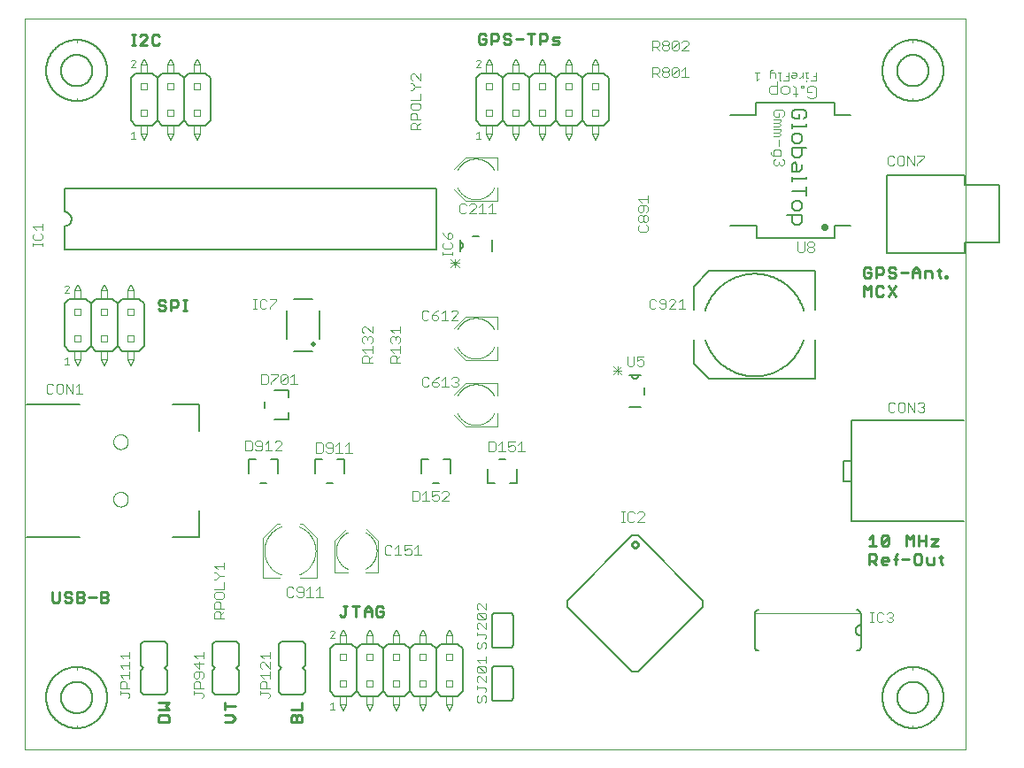
<source format=gto>
G75*
%MOIN*%
%OFA0B0*%
%FSLAX25Y25*%
%IPPOS*%
%LPD*%
%AMOC8*
5,1,8,0,0,1.08239X$1,22.5*
%
%ADD10C,0.00000*%
%ADD11C,0.01000*%
%ADD12C,0.00700*%
%ADD13C,0.00400*%
%ADD14C,0.00300*%
%ADD15C,0.00800*%
%ADD16C,0.00500*%
%ADD17C,0.00315*%
%ADD18C,0.00200*%
%ADD19C,0.00600*%
%ADD20C,0.02000*%
D10*
X0055902Y0001800D02*
X0055902Y0277391D01*
X0410233Y0277391D01*
X0410233Y0001800D01*
X0055902Y0001800D01*
X0089370Y0096149D02*
X0089372Y0096254D01*
X0089378Y0096359D01*
X0089388Y0096463D01*
X0089402Y0096567D01*
X0089420Y0096671D01*
X0089442Y0096773D01*
X0089467Y0096875D01*
X0089497Y0096976D01*
X0089530Y0097075D01*
X0089567Y0097173D01*
X0089608Y0097270D01*
X0089653Y0097365D01*
X0089701Y0097458D01*
X0089752Y0097550D01*
X0089808Y0097639D01*
X0089866Y0097726D01*
X0089928Y0097811D01*
X0089992Y0097894D01*
X0090060Y0097974D01*
X0090131Y0098051D01*
X0090205Y0098125D01*
X0090282Y0098197D01*
X0090361Y0098266D01*
X0090443Y0098331D01*
X0090527Y0098394D01*
X0090614Y0098453D01*
X0090703Y0098509D01*
X0090794Y0098562D01*
X0090887Y0098611D01*
X0090981Y0098656D01*
X0091077Y0098698D01*
X0091175Y0098736D01*
X0091274Y0098770D01*
X0091375Y0098801D01*
X0091476Y0098827D01*
X0091579Y0098850D01*
X0091682Y0098869D01*
X0091786Y0098884D01*
X0091890Y0098895D01*
X0091995Y0098902D01*
X0092100Y0098905D01*
X0092205Y0098904D01*
X0092310Y0098899D01*
X0092414Y0098890D01*
X0092518Y0098877D01*
X0092622Y0098860D01*
X0092725Y0098839D01*
X0092827Y0098814D01*
X0092928Y0098786D01*
X0093027Y0098753D01*
X0093126Y0098717D01*
X0093223Y0098677D01*
X0093318Y0098634D01*
X0093412Y0098586D01*
X0093504Y0098536D01*
X0093594Y0098482D01*
X0093682Y0098424D01*
X0093767Y0098363D01*
X0093850Y0098299D01*
X0093931Y0098232D01*
X0094009Y0098162D01*
X0094084Y0098088D01*
X0094156Y0098013D01*
X0094226Y0097934D01*
X0094292Y0097853D01*
X0094356Y0097769D01*
X0094416Y0097683D01*
X0094472Y0097595D01*
X0094526Y0097504D01*
X0094576Y0097412D01*
X0094622Y0097318D01*
X0094665Y0097222D01*
X0094704Y0097124D01*
X0094739Y0097026D01*
X0094770Y0096925D01*
X0094798Y0096824D01*
X0094822Y0096722D01*
X0094842Y0096619D01*
X0094858Y0096515D01*
X0094870Y0096411D01*
X0094878Y0096306D01*
X0094882Y0096201D01*
X0094882Y0096097D01*
X0094878Y0095992D01*
X0094870Y0095887D01*
X0094858Y0095783D01*
X0094842Y0095679D01*
X0094822Y0095576D01*
X0094798Y0095474D01*
X0094770Y0095373D01*
X0094739Y0095272D01*
X0094704Y0095174D01*
X0094665Y0095076D01*
X0094622Y0094980D01*
X0094576Y0094886D01*
X0094526Y0094794D01*
X0094472Y0094703D01*
X0094416Y0094615D01*
X0094356Y0094529D01*
X0094292Y0094445D01*
X0094226Y0094364D01*
X0094156Y0094285D01*
X0094084Y0094210D01*
X0094009Y0094136D01*
X0093931Y0094066D01*
X0093850Y0093999D01*
X0093767Y0093935D01*
X0093682Y0093874D01*
X0093594Y0093816D01*
X0093504Y0093762D01*
X0093412Y0093712D01*
X0093318Y0093664D01*
X0093223Y0093621D01*
X0093126Y0093581D01*
X0093027Y0093545D01*
X0092928Y0093512D01*
X0092827Y0093484D01*
X0092725Y0093459D01*
X0092622Y0093438D01*
X0092518Y0093421D01*
X0092414Y0093408D01*
X0092310Y0093399D01*
X0092205Y0093394D01*
X0092100Y0093393D01*
X0091995Y0093396D01*
X0091890Y0093403D01*
X0091786Y0093414D01*
X0091682Y0093429D01*
X0091579Y0093448D01*
X0091476Y0093471D01*
X0091375Y0093497D01*
X0091274Y0093528D01*
X0091175Y0093562D01*
X0091077Y0093600D01*
X0090981Y0093642D01*
X0090887Y0093687D01*
X0090794Y0093736D01*
X0090703Y0093789D01*
X0090614Y0093845D01*
X0090527Y0093904D01*
X0090443Y0093967D01*
X0090361Y0094032D01*
X0090282Y0094101D01*
X0090205Y0094173D01*
X0090131Y0094247D01*
X0090060Y0094324D01*
X0089992Y0094404D01*
X0089928Y0094487D01*
X0089866Y0094572D01*
X0089808Y0094659D01*
X0089752Y0094748D01*
X0089701Y0094840D01*
X0089653Y0094933D01*
X0089608Y0095028D01*
X0089567Y0095125D01*
X0089530Y0095223D01*
X0089497Y0095322D01*
X0089467Y0095423D01*
X0089442Y0095525D01*
X0089420Y0095627D01*
X0089402Y0095731D01*
X0089388Y0095835D01*
X0089378Y0095939D01*
X0089372Y0096044D01*
X0089370Y0096149D01*
X0089370Y0117802D02*
X0089372Y0117907D01*
X0089378Y0118012D01*
X0089388Y0118116D01*
X0089402Y0118220D01*
X0089420Y0118324D01*
X0089442Y0118426D01*
X0089467Y0118528D01*
X0089497Y0118629D01*
X0089530Y0118728D01*
X0089567Y0118826D01*
X0089608Y0118923D01*
X0089653Y0119018D01*
X0089701Y0119111D01*
X0089752Y0119203D01*
X0089808Y0119292D01*
X0089866Y0119379D01*
X0089928Y0119464D01*
X0089992Y0119547D01*
X0090060Y0119627D01*
X0090131Y0119704D01*
X0090205Y0119778D01*
X0090282Y0119850D01*
X0090361Y0119919D01*
X0090443Y0119984D01*
X0090527Y0120047D01*
X0090614Y0120106D01*
X0090703Y0120162D01*
X0090794Y0120215D01*
X0090887Y0120264D01*
X0090981Y0120309D01*
X0091077Y0120351D01*
X0091175Y0120389D01*
X0091274Y0120423D01*
X0091375Y0120454D01*
X0091476Y0120480D01*
X0091579Y0120503D01*
X0091682Y0120522D01*
X0091786Y0120537D01*
X0091890Y0120548D01*
X0091995Y0120555D01*
X0092100Y0120558D01*
X0092205Y0120557D01*
X0092310Y0120552D01*
X0092414Y0120543D01*
X0092518Y0120530D01*
X0092622Y0120513D01*
X0092725Y0120492D01*
X0092827Y0120467D01*
X0092928Y0120439D01*
X0093027Y0120406D01*
X0093126Y0120370D01*
X0093223Y0120330D01*
X0093318Y0120287D01*
X0093412Y0120239D01*
X0093504Y0120189D01*
X0093594Y0120135D01*
X0093682Y0120077D01*
X0093767Y0120016D01*
X0093850Y0119952D01*
X0093931Y0119885D01*
X0094009Y0119815D01*
X0094084Y0119741D01*
X0094156Y0119666D01*
X0094226Y0119587D01*
X0094292Y0119506D01*
X0094356Y0119422D01*
X0094416Y0119336D01*
X0094472Y0119248D01*
X0094526Y0119157D01*
X0094576Y0119065D01*
X0094622Y0118971D01*
X0094665Y0118875D01*
X0094704Y0118777D01*
X0094739Y0118679D01*
X0094770Y0118578D01*
X0094798Y0118477D01*
X0094822Y0118375D01*
X0094842Y0118272D01*
X0094858Y0118168D01*
X0094870Y0118064D01*
X0094878Y0117959D01*
X0094882Y0117854D01*
X0094882Y0117750D01*
X0094878Y0117645D01*
X0094870Y0117540D01*
X0094858Y0117436D01*
X0094842Y0117332D01*
X0094822Y0117229D01*
X0094798Y0117127D01*
X0094770Y0117026D01*
X0094739Y0116925D01*
X0094704Y0116827D01*
X0094665Y0116729D01*
X0094622Y0116633D01*
X0094576Y0116539D01*
X0094526Y0116447D01*
X0094472Y0116356D01*
X0094416Y0116268D01*
X0094356Y0116182D01*
X0094292Y0116098D01*
X0094226Y0116017D01*
X0094156Y0115938D01*
X0094084Y0115863D01*
X0094009Y0115789D01*
X0093931Y0115719D01*
X0093850Y0115652D01*
X0093767Y0115588D01*
X0093682Y0115527D01*
X0093594Y0115469D01*
X0093504Y0115415D01*
X0093412Y0115365D01*
X0093318Y0115317D01*
X0093223Y0115274D01*
X0093126Y0115234D01*
X0093027Y0115198D01*
X0092928Y0115165D01*
X0092827Y0115137D01*
X0092725Y0115112D01*
X0092622Y0115091D01*
X0092518Y0115074D01*
X0092414Y0115061D01*
X0092310Y0115052D01*
X0092205Y0115047D01*
X0092100Y0115046D01*
X0091995Y0115049D01*
X0091890Y0115056D01*
X0091786Y0115067D01*
X0091682Y0115082D01*
X0091579Y0115101D01*
X0091476Y0115124D01*
X0091375Y0115150D01*
X0091274Y0115181D01*
X0091175Y0115215D01*
X0091077Y0115253D01*
X0090981Y0115295D01*
X0090887Y0115340D01*
X0090794Y0115389D01*
X0090703Y0115442D01*
X0090614Y0115498D01*
X0090527Y0115557D01*
X0090443Y0115620D01*
X0090361Y0115685D01*
X0090282Y0115754D01*
X0090205Y0115826D01*
X0090131Y0115900D01*
X0090060Y0115977D01*
X0089992Y0116057D01*
X0089928Y0116140D01*
X0089866Y0116225D01*
X0089808Y0116312D01*
X0089752Y0116401D01*
X0089701Y0116493D01*
X0089653Y0116586D01*
X0089608Y0116681D01*
X0089567Y0116778D01*
X0089530Y0116876D01*
X0089497Y0116975D01*
X0089467Y0117076D01*
X0089442Y0117178D01*
X0089420Y0117280D01*
X0089402Y0117384D01*
X0089388Y0117488D01*
X0089378Y0117592D01*
X0089372Y0117697D01*
X0089370Y0117802D01*
D11*
X0107069Y0167300D02*
X0106402Y0167967D01*
X0107069Y0167300D02*
X0108404Y0167300D01*
X0109071Y0167967D01*
X0109071Y0168634D01*
X0108404Y0169302D01*
X0107069Y0169302D01*
X0106402Y0169969D01*
X0106402Y0170636D01*
X0107069Y0171303D01*
X0108404Y0171303D01*
X0109071Y0170636D01*
X0111006Y0171303D02*
X0111006Y0167300D01*
X0111006Y0168634D02*
X0113008Y0168634D01*
X0113675Y0169302D01*
X0113675Y0170636D01*
X0113008Y0171303D01*
X0111006Y0171303D01*
X0115610Y0171303D02*
X0116945Y0171303D01*
X0116277Y0171303D02*
X0116277Y0167300D01*
X0115610Y0167300D02*
X0116945Y0167300D01*
X0106077Y0267300D02*
X0106744Y0267967D01*
X0106077Y0267300D02*
X0104743Y0267300D01*
X0104075Y0267967D01*
X0104075Y0270636D01*
X0104743Y0271303D01*
X0106077Y0271303D01*
X0106744Y0270636D01*
X0102140Y0270636D02*
X0102140Y0269969D01*
X0099472Y0267300D01*
X0102140Y0267300D01*
X0102140Y0270636D02*
X0101473Y0271303D01*
X0100139Y0271303D01*
X0099472Y0270636D01*
X0097737Y0271303D02*
X0096402Y0271303D01*
X0097069Y0271303D02*
X0097069Y0267300D01*
X0096402Y0267300D02*
X0097737Y0267300D01*
X0227125Y0268346D02*
X0227792Y0267679D01*
X0229126Y0267679D01*
X0229794Y0268346D01*
X0229794Y0269680D01*
X0228459Y0269680D01*
X0227125Y0268346D02*
X0227125Y0271015D01*
X0227792Y0271682D01*
X0229126Y0271682D01*
X0229794Y0271015D01*
X0231729Y0271682D02*
X0233730Y0271682D01*
X0234398Y0271015D01*
X0234398Y0269680D01*
X0233730Y0269013D01*
X0231729Y0269013D01*
X0231729Y0267679D02*
X0231729Y0271682D01*
X0236333Y0271015D02*
X0236333Y0270348D01*
X0237000Y0269680D01*
X0238334Y0269680D01*
X0239002Y0269013D01*
X0239002Y0268346D01*
X0238334Y0267679D01*
X0237000Y0267679D01*
X0236333Y0268346D01*
X0236333Y0271015D02*
X0237000Y0271682D01*
X0238334Y0271682D01*
X0239002Y0271015D01*
X0240936Y0269680D02*
X0243605Y0269680D01*
X0245540Y0271682D02*
X0248209Y0271682D01*
X0246875Y0271682D02*
X0246875Y0267679D01*
X0250144Y0267679D02*
X0250144Y0271682D01*
X0252146Y0271682D01*
X0252813Y0271015D01*
X0252813Y0269680D01*
X0252146Y0269013D01*
X0250144Y0269013D01*
X0254748Y0269680D02*
X0255415Y0270348D01*
X0257417Y0270348D01*
X0256750Y0269013D02*
X0255415Y0269013D01*
X0254748Y0269680D01*
X0254748Y0267679D02*
X0256750Y0267679D01*
X0257417Y0268346D01*
X0256750Y0269013D01*
X0372125Y0183015D02*
X0372125Y0180346D01*
X0372792Y0179679D01*
X0374126Y0179679D01*
X0374794Y0180346D01*
X0374794Y0181680D01*
X0373459Y0181680D01*
X0372125Y0183015D02*
X0372792Y0183682D01*
X0374126Y0183682D01*
X0374794Y0183015D01*
X0376729Y0183682D02*
X0378730Y0183682D01*
X0379398Y0183015D01*
X0379398Y0181680D01*
X0378730Y0181013D01*
X0376729Y0181013D01*
X0376729Y0179679D02*
X0376729Y0183682D01*
X0381333Y0183015D02*
X0381333Y0182348D01*
X0382000Y0181680D01*
X0383334Y0181680D01*
X0384002Y0181013D01*
X0384002Y0180346D01*
X0383334Y0179679D01*
X0382000Y0179679D01*
X0381333Y0180346D01*
X0381333Y0183015D02*
X0382000Y0183682D01*
X0383334Y0183682D01*
X0384002Y0183015D01*
X0385936Y0181680D02*
X0388605Y0181680D01*
X0390540Y0181680D02*
X0393209Y0181680D01*
X0393209Y0182348D02*
X0393209Y0179679D01*
X0395144Y0179679D02*
X0395144Y0182348D01*
X0397146Y0182348D01*
X0397813Y0181680D01*
X0397813Y0179679D01*
X0400415Y0180346D02*
X0400415Y0183015D01*
X0399748Y0182348D02*
X0401083Y0182348D01*
X0400415Y0180346D02*
X0401083Y0179679D01*
X0402818Y0179679D02*
X0403485Y0179679D01*
X0403485Y0180346D01*
X0402818Y0180346D01*
X0402818Y0179679D01*
X0393209Y0182348D02*
X0391875Y0183682D01*
X0390540Y0182348D01*
X0390540Y0179679D01*
X0384002Y0176682D02*
X0381333Y0172679D01*
X0379398Y0173346D02*
X0378730Y0172679D01*
X0377396Y0172679D01*
X0376729Y0173346D01*
X0376729Y0176015D01*
X0377396Y0176682D01*
X0378730Y0176682D01*
X0379398Y0176015D01*
X0381333Y0176682D02*
X0384002Y0172679D01*
X0374794Y0172679D02*
X0374794Y0176682D01*
X0373459Y0175348D01*
X0372125Y0176682D01*
X0372125Y0172679D01*
X0375546Y0082450D02*
X0375546Y0078447D01*
X0374212Y0078447D02*
X0376881Y0078447D01*
X0378816Y0079114D02*
X0381484Y0081783D01*
X0381484Y0079114D01*
X0380817Y0078447D01*
X0379483Y0078447D01*
X0378816Y0079114D01*
X0378816Y0081783D01*
X0379483Y0082450D01*
X0380817Y0082450D01*
X0381484Y0081783D01*
X0375546Y0082450D02*
X0374212Y0081116D01*
X0374212Y0075450D02*
X0376213Y0075450D01*
X0376881Y0074783D01*
X0376881Y0073448D01*
X0376213Y0072781D01*
X0374212Y0072781D01*
X0375546Y0072781D02*
X0376881Y0071447D01*
X0378816Y0072114D02*
X0378816Y0073448D01*
X0379483Y0074116D01*
X0380817Y0074116D01*
X0381484Y0073448D01*
X0381484Y0072781D01*
X0378816Y0072781D01*
X0378816Y0072114D02*
X0379483Y0071447D01*
X0380817Y0071447D01*
X0384087Y0071447D02*
X0384087Y0074783D01*
X0384754Y0075450D01*
X0384754Y0073448D02*
X0383419Y0073448D01*
X0386489Y0073448D02*
X0389158Y0073448D01*
X0391093Y0072114D02*
X0391760Y0071447D01*
X0393094Y0071447D01*
X0393762Y0072114D01*
X0393762Y0074783D01*
X0393094Y0075450D01*
X0391760Y0075450D01*
X0391093Y0074783D01*
X0391093Y0072114D01*
X0395697Y0072114D02*
X0395697Y0074116D01*
X0395697Y0072114D02*
X0396364Y0071447D01*
X0398366Y0071447D01*
X0398366Y0074116D01*
X0400300Y0074116D02*
X0401635Y0074116D01*
X0400968Y0074783D02*
X0400968Y0072114D01*
X0401635Y0071447D01*
X0399900Y0078447D02*
X0397231Y0078447D01*
X0399900Y0081116D01*
X0397231Y0081116D01*
X0395296Y0080448D02*
X0392627Y0080448D01*
X0392627Y0078447D02*
X0392627Y0082450D01*
X0390692Y0082450D02*
X0389358Y0081116D01*
X0388023Y0082450D01*
X0388023Y0078447D01*
X0390692Y0078447D02*
X0390692Y0082450D01*
X0395296Y0082450D02*
X0395296Y0078447D01*
X0374212Y0075450D02*
X0374212Y0071447D01*
X0284789Y0079071D02*
X0284791Y0079138D01*
X0284797Y0079204D01*
X0284807Y0079270D01*
X0284821Y0079335D01*
X0284838Y0079399D01*
X0284860Y0079462D01*
X0284885Y0079524D01*
X0284914Y0079584D01*
X0284947Y0079642D01*
X0284982Y0079698D01*
X0285022Y0079752D01*
X0285064Y0079803D01*
X0285109Y0079852D01*
X0285157Y0079898D01*
X0285208Y0079941D01*
X0285261Y0079981D01*
X0285317Y0080018D01*
X0285375Y0080051D01*
X0285434Y0080081D01*
X0285495Y0080107D01*
X0285558Y0080130D01*
X0285622Y0080148D01*
X0285687Y0080163D01*
X0285753Y0080174D01*
X0285819Y0080181D01*
X0285885Y0080184D01*
X0285952Y0080183D01*
X0286018Y0080178D01*
X0286084Y0080169D01*
X0286150Y0080156D01*
X0286214Y0080139D01*
X0286277Y0080119D01*
X0286339Y0080094D01*
X0286400Y0080066D01*
X0286459Y0080035D01*
X0286515Y0080000D01*
X0286570Y0079962D01*
X0286622Y0079920D01*
X0286671Y0079875D01*
X0286718Y0079828D01*
X0286762Y0079778D01*
X0286802Y0079725D01*
X0286840Y0079670D01*
X0286874Y0079613D01*
X0286905Y0079554D01*
X0286932Y0079493D01*
X0286955Y0079431D01*
X0286975Y0079367D01*
X0286991Y0079302D01*
X0287003Y0079237D01*
X0287011Y0079171D01*
X0287015Y0079104D01*
X0287015Y0079038D01*
X0287011Y0078971D01*
X0287003Y0078905D01*
X0286991Y0078840D01*
X0286975Y0078775D01*
X0286955Y0078711D01*
X0286932Y0078649D01*
X0286905Y0078588D01*
X0286874Y0078529D01*
X0286840Y0078472D01*
X0286802Y0078417D01*
X0286762Y0078364D01*
X0286718Y0078314D01*
X0286671Y0078267D01*
X0286622Y0078222D01*
X0286570Y0078180D01*
X0286515Y0078142D01*
X0286458Y0078107D01*
X0286400Y0078076D01*
X0286339Y0078048D01*
X0286277Y0078023D01*
X0286214Y0078003D01*
X0286150Y0077986D01*
X0286084Y0077973D01*
X0286018Y0077964D01*
X0285952Y0077959D01*
X0285885Y0077958D01*
X0285819Y0077961D01*
X0285753Y0077968D01*
X0285687Y0077979D01*
X0285622Y0077994D01*
X0285558Y0078012D01*
X0285495Y0078035D01*
X0285434Y0078061D01*
X0285375Y0078091D01*
X0285317Y0078124D01*
X0285261Y0078161D01*
X0285208Y0078201D01*
X0285157Y0078244D01*
X0285109Y0078290D01*
X0285064Y0078339D01*
X0285022Y0078390D01*
X0284982Y0078444D01*
X0284947Y0078500D01*
X0284914Y0078558D01*
X0284885Y0078618D01*
X0284860Y0078680D01*
X0284838Y0078743D01*
X0284821Y0078807D01*
X0284807Y0078872D01*
X0284797Y0078938D01*
X0284791Y0079004D01*
X0284789Y0079071D01*
X0191185Y0055257D02*
X0190518Y0055924D01*
X0189183Y0055924D01*
X0188516Y0055257D01*
X0188516Y0052588D01*
X0189183Y0051921D01*
X0190518Y0051921D01*
X0191185Y0052588D01*
X0191185Y0053923D01*
X0189851Y0053923D01*
X0186581Y0053923D02*
X0183912Y0053923D01*
X0183912Y0054590D02*
X0185247Y0055924D01*
X0186581Y0054590D01*
X0186581Y0051921D01*
X0183912Y0051921D02*
X0183912Y0054590D01*
X0181977Y0055924D02*
X0179308Y0055924D01*
X0180643Y0055924D02*
X0180643Y0051921D01*
X0176706Y0052588D02*
X0176706Y0055924D01*
X0176039Y0055924D02*
X0177373Y0055924D01*
X0176706Y0052588D02*
X0176039Y0051921D01*
X0175372Y0051921D01*
X0174704Y0052588D01*
X0160402Y0019573D02*
X0160402Y0016904D01*
X0156399Y0016904D01*
X0157066Y0014969D02*
X0157733Y0014969D01*
X0158401Y0014302D01*
X0158401Y0012300D01*
X0160402Y0012300D02*
X0156399Y0012300D01*
X0156399Y0014302D01*
X0157066Y0014969D01*
X0158401Y0014302D02*
X0159068Y0014969D01*
X0159735Y0014969D01*
X0160402Y0014302D01*
X0160402Y0012300D01*
X0135402Y0013634D02*
X0134068Y0012300D01*
X0131399Y0012300D01*
X0131399Y0014969D02*
X0134068Y0014969D01*
X0135402Y0013634D01*
X0135402Y0018238D02*
X0131399Y0018238D01*
X0131399Y0016904D02*
X0131399Y0019573D01*
X0110402Y0019573D02*
X0106399Y0019573D01*
X0106399Y0016904D02*
X0110402Y0016904D01*
X0109068Y0018238D01*
X0110402Y0019573D01*
X0109735Y0014969D02*
X0107066Y0014969D01*
X0106399Y0014302D01*
X0106399Y0012300D01*
X0110402Y0012300D01*
X0110402Y0014302D01*
X0109735Y0014969D01*
X0086820Y0057300D02*
X0084818Y0057300D01*
X0084818Y0061303D01*
X0086820Y0061303D01*
X0087487Y0060636D01*
X0087487Y0059969D01*
X0086820Y0059302D01*
X0084818Y0059302D01*
X0082883Y0059302D02*
X0080214Y0059302D01*
X0078279Y0059969D02*
X0077612Y0059302D01*
X0075610Y0059302D01*
X0075610Y0061303D02*
X0077612Y0061303D01*
X0078279Y0060636D01*
X0078279Y0059969D01*
X0077612Y0059302D02*
X0078279Y0058634D01*
X0078279Y0057967D01*
X0077612Y0057300D01*
X0075610Y0057300D01*
X0075610Y0061303D01*
X0073675Y0060636D02*
X0073008Y0061303D01*
X0071673Y0061303D01*
X0071006Y0060636D01*
X0071006Y0059969D01*
X0071673Y0059302D01*
X0073008Y0059302D01*
X0073675Y0058634D01*
X0073675Y0057967D01*
X0073008Y0057300D01*
X0071673Y0057300D01*
X0071006Y0057967D01*
X0069071Y0057967D02*
X0069071Y0061303D01*
X0066402Y0061303D02*
X0066402Y0057967D01*
X0067069Y0057300D01*
X0068404Y0057300D01*
X0069071Y0057967D01*
X0086820Y0057300D02*
X0087487Y0057967D01*
X0087487Y0058634D01*
X0086820Y0059302D01*
D12*
X0070902Y0190300D02*
X0070902Y0199050D01*
X0071006Y0199052D01*
X0071110Y0199058D01*
X0071214Y0199068D01*
X0071317Y0199081D01*
X0071419Y0199099D01*
X0071521Y0199121D01*
X0071622Y0199146D01*
X0071722Y0199175D01*
X0071821Y0199208D01*
X0071918Y0199245D01*
X0072014Y0199285D01*
X0072109Y0199329D01*
X0072201Y0199376D01*
X0072292Y0199427D01*
X0072381Y0199481D01*
X0072467Y0199539D01*
X0072552Y0199600D01*
X0072634Y0199664D01*
X0072714Y0199731D01*
X0072791Y0199801D01*
X0072865Y0199874D01*
X0072936Y0199950D01*
X0073005Y0200028D01*
X0073070Y0200109D01*
X0073133Y0200192D01*
X0073192Y0200278D01*
X0073248Y0200365D01*
X0073301Y0200455D01*
X0073350Y0200547D01*
X0073396Y0200640D01*
X0073438Y0200736D01*
X0073476Y0200832D01*
X0073511Y0200930D01*
X0073542Y0201030D01*
X0073569Y0201130D01*
X0073593Y0201232D01*
X0073612Y0201334D01*
X0073628Y0201437D01*
X0073640Y0201540D01*
X0073648Y0201644D01*
X0073652Y0201748D01*
X0073652Y0201852D01*
X0073648Y0201956D01*
X0073640Y0202060D01*
X0073628Y0202163D01*
X0073612Y0202266D01*
X0073593Y0202368D01*
X0073569Y0202470D01*
X0073542Y0202570D01*
X0073511Y0202670D01*
X0073476Y0202768D01*
X0073438Y0202864D01*
X0073396Y0202960D01*
X0073350Y0203053D01*
X0073301Y0203145D01*
X0073248Y0203235D01*
X0073192Y0203322D01*
X0073133Y0203408D01*
X0073070Y0203491D01*
X0073005Y0203572D01*
X0072936Y0203650D01*
X0072865Y0203726D01*
X0072791Y0203799D01*
X0072714Y0203869D01*
X0072634Y0203936D01*
X0072552Y0204000D01*
X0072467Y0204061D01*
X0072381Y0204119D01*
X0072292Y0204173D01*
X0072201Y0204224D01*
X0072109Y0204271D01*
X0072014Y0204315D01*
X0071918Y0204355D01*
X0071821Y0204392D01*
X0071722Y0204425D01*
X0071622Y0204454D01*
X0071521Y0204479D01*
X0071419Y0204501D01*
X0071317Y0204519D01*
X0071214Y0204532D01*
X0071110Y0204542D01*
X0071006Y0204548D01*
X0070902Y0204550D01*
X0070902Y0213300D01*
X0210902Y0213300D01*
X0210902Y0190300D01*
X0070902Y0190300D01*
D13*
X0062806Y0191474D02*
X0062806Y0192675D01*
X0062806Y0192075D02*
X0059203Y0192075D01*
X0059203Y0192675D02*
X0059203Y0191474D01*
X0059804Y0193929D02*
X0062206Y0193929D01*
X0062806Y0194530D01*
X0062806Y0195731D01*
X0062206Y0196332D01*
X0062806Y0197613D02*
X0062806Y0200015D01*
X0062806Y0198814D02*
X0059203Y0198814D01*
X0060404Y0197613D01*
X0059804Y0196332D02*
X0059203Y0195731D01*
X0059203Y0194530D01*
X0059804Y0193929D01*
X0150981Y0087036D02*
X0152162Y0087036D01*
X0150981Y0087036D02*
X0145666Y0081721D01*
X0145666Y0066564D01*
X0152162Y0066564D01*
X0159642Y0066564D02*
X0166138Y0066564D01*
X0166138Y0081721D01*
X0160823Y0087036D01*
X0159642Y0087036D01*
X0172635Y0080737D02*
X0176965Y0085068D01*
X0172635Y0080737D02*
X0172635Y0068532D01*
X0177556Y0068532D01*
X0184249Y0068532D02*
X0189170Y0068532D01*
X0189170Y0080737D01*
X0184839Y0085068D01*
X0177556Y0083689D02*
X0177389Y0083606D01*
X0177225Y0083519D01*
X0177062Y0083427D01*
X0176902Y0083332D01*
X0176745Y0083233D01*
X0176590Y0083130D01*
X0176437Y0083023D01*
X0176287Y0082912D01*
X0176140Y0082798D01*
X0175995Y0082681D01*
X0175854Y0082560D01*
X0175715Y0082435D01*
X0175580Y0082308D01*
X0175447Y0082177D01*
X0175318Y0082042D01*
X0175192Y0081905D01*
X0175070Y0081765D01*
X0174951Y0081621D01*
X0174835Y0081475D01*
X0174724Y0081326D01*
X0174615Y0081175D01*
X0174511Y0081021D01*
X0174410Y0080864D01*
X0174313Y0080705D01*
X0174220Y0080544D01*
X0174131Y0080380D01*
X0174046Y0080214D01*
X0173965Y0080047D01*
X0173888Y0079877D01*
X0173815Y0079705D01*
X0173747Y0079532D01*
X0173683Y0079357D01*
X0173623Y0079181D01*
X0173567Y0079003D01*
X0173515Y0078824D01*
X0173468Y0078644D01*
X0173426Y0078463D01*
X0173387Y0078281D01*
X0173354Y0078097D01*
X0173324Y0077914D01*
X0173300Y0077729D01*
X0173279Y0077544D01*
X0173263Y0077358D01*
X0173252Y0077172D01*
X0173245Y0076986D01*
X0173243Y0076800D01*
X0173245Y0076614D01*
X0173252Y0076428D01*
X0173263Y0076242D01*
X0173279Y0076056D01*
X0173300Y0075871D01*
X0173324Y0075686D01*
X0173354Y0075503D01*
X0173387Y0075319D01*
X0173426Y0075137D01*
X0173468Y0074956D01*
X0173515Y0074776D01*
X0173567Y0074597D01*
X0173623Y0074419D01*
X0173683Y0074243D01*
X0173747Y0074068D01*
X0173815Y0073895D01*
X0173888Y0073723D01*
X0173965Y0073553D01*
X0174046Y0073386D01*
X0174131Y0073220D01*
X0174220Y0073056D01*
X0174313Y0072895D01*
X0174410Y0072736D01*
X0174511Y0072579D01*
X0174615Y0072425D01*
X0174724Y0072274D01*
X0174835Y0072125D01*
X0174951Y0071979D01*
X0175070Y0071835D01*
X0175192Y0071695D01*
X0175318Y0071558D01*
X0175447Y0071423D01*
X0175580Y0071292D01*
X0175715Y0071165D01*
X0175854Y0071040D01*
X0175995Y0070919D01*
X0176140Y0070802D01*
X0176287Y0070688D01*
X0176437Y0070577D01*
X0176590Y0070470D01*
X0176745Y0070367D01*
X0176902Y0070268D01*
X0177062Y0070173D01*
X0177225Y0070081D01*
X0177389Y0069994D01*
X0177556Y0069911D01*
X0184248Y0069911D02*
X0184415Y0069994D01*
X0184579Y0070081D01*
X0184742Y0070173D01*
X0184902Y0070268D01*
X0185059Y0070367D01*
X0185214Y0070470D01*
X0185367Y0070577D01*
X0185517Y0070688D01*
X0185664Y0070802D01*
X0185809Y0070919D01*
X0185950Y0071040D01*
X0186089Y0071165D01*
X0186224Y0071292D01*
X0186357Y0071423D01*
X0186486Y0071558D01*
X0186612Y0071695D01*
X0186734Y0071835D01*
X0186853Y0071979D01*
X0186969Y0072125D01*
X0187080Y0072274D01*
X0187189Y0072425D01*
X0187293Y0072579D01*
X0187394Y0072736D01*
X0187491Y0072895D01*
X0187584Y0073056D01*
X0187673Y0073220D01*
X0187758Y0073386D01*
X0187839Y0073553D01*
X0187916Y0073723D01*
X0187989Y0073895D01*
X0188057Y0074068D01*
X0188121Y0074243D01*
X0188181Y0074419D01*
X0188237Y0074597D01*
X0188289Y0074776D01*
X0188336Y0074956D01*
X0188378Y0075137D01*
X0188417Y0075319D01*
X0188450Y0075503D01*
X0188480Y0075686D01*
X0188504Y0075871D01*
X0188525Y0076056D01*
X0188541Y0076242D01*
X0188552Y0076428D01*
X0188559Y0076614D01*
X0188561Y0076800D01*
X0188559Y0076986D01*
X0188552Y0077172D01*
X0188541Y0077358D01*
X0188525Y0077544D01*
X0188504Y0077729D01*
X0188480Y0077914D01*
X0188450Y0078097D01*
X0188417Y0078281D01*
X0188378Y0078463D01*
X0188336Y0078644D01*
X0188289Y0078824D01*
X0188237Y0079003D01*
X0188181Y0079181D01*
X0188121Y0079357D01*
X0188057Y0079532D01*
X0187989Y0079705D01*
X0187916Y0079877D01*
X0187839Y0080047D01*
X0187758Y0080214D01*
X0187673Y0080380D01*
X0187584Y0080544D01*
X0187491Y0080705D01*
X0187394Y0080864D01*
X0187293Y0081021D01*
X0187189Y0081175D01*
X0187080Y0081326D01*
X0186969Y0081475D01*
X0186853Y0081621D01*
X0186734Y0081765D01*
X0186612Y0081905D01*
X0186486Y0082042D01*
X0186357Y0082177D01*
X0186224Y0082308D01*
X0186089Y0082435D01*
X0185950Y0082560D01*
X0185809Y0082681D01*
X0185664Y0082798D01*
X0185517Y0082912D01*
X0185367Y0083023D01*
X0185214Y0083130D01*
X0185059Y0083233D01*
X0184902Y0083332D01*
X0184742Y0083427D01*
X0184579Y0083519D01*
X0184415Y0083606D01*
X0184248Y0083689D01*
X0159249Y0085855D02*
X0159468Y0085771D01*
X0159685Y0085682D01*
X0159900Y0085587D01*
X0160113Y0085487D01*
X0160323Y0085382D01*
X0160530Y0085272D01*
X0160735Y0085157D01*
X0160937Y0085037D01*
X0161136Y0084912D01*
X0161332Y0084782D01*
X0161525Y0084648D01*
X0161714Y0084509D01*
X0161900Y0084365D01*
X0162082Y0084217D01*
X0162261Y0084064D01*
X0162436Y0083907D01*
X0162607Y0083746D01*
X0162774Y0083581D01*
X0162937Y0083412D01*
X0163095Y0083239D01*
X0163250Y0083062D01*
X0163400Y0082881D01*
X0163546Y0082697D01*
X0163687Y0082509D01*
X0163824Y0082318D01*
X0163956Y0082123D01*
X0164083Y0081926D01*
X0164205Y0081725D01*
X0164322Y0081522D01*
X0164435Y0081315D01*
X0164542Y0081106D01*
X0164644Y0080895D01*
X0164742Y0080681D01*
X0164833Y0080465D01*
X0164920Y0080246D01*
X0165001Y0080026D01*
X0165077Y0079804D01*
X0165147Y0079579D01*
X0165212Y0079354D01*
X0165272Y0079126D01*
X0165325Y0078898D01*
X0165374Y0078668D01*
X0165416Y0078437D01*
X0165453Y0078205D01*
X0165485Y0077972D01*
X0165510Y0077738D01*
X0165530Y0077504D01*
X0165545Y0077270D01*
X0165553Y0077035D01*
X0165556Y0076800D01*
X0165553Y0076565D01*
X0165545Y0076330D01*
X0165530Y0076096D01*
X0165510Y0075862D01*
X0165485Y0075628D01*
X0165453Y0075395D01*
X0165416Y0075163D01*
X0165374Y0074932D01*
X0165325Y0074702D01*
X0165272Y0074474D01*
X0165212Y0074246D01*
X0165147Y0074021D01*
X0165077Y0073796D01*
X0165001Y0073574D01*
X0164920Y0073354D01*
X0164833Y0073135D01*
X0164742Y0072919D01*
X0164644Y0072705D01*
X0164542Y0072494D01*
X0164435Y0072285D01*
X0164322Y0072078D01*
X0164205Y0071875D01*
X0164083Y0071674D01*
X0163956Y0071477D01*
X0163824Y0071282D01*
X0163687Y0071091D01*
X0163546Y0070903D01*
X0163400Y0070719D01*
X0163250Y0070538D01*
X0163095Y0070361D01*
X0162937Y0070188D01*
X0162774Y0070019D01*
X0162607Y0069854D01*
X0162436Y0069693D01*
X0162261Y0069536D01*
X0162082Y0069383D01*
X0161900Y0069235D01*
X0161714Y0069091D01*
X0161525Y0068952D01*
X0161332Y0068818D01*
X0161136Y0068688D01*
X0160937Y0068563D01*
X0160735Y0068443D01*
X0160530Y0068328D01*
X0160323Y0068218D01*
X0160113Y0068113D01*
X0159900Y0068013D01*
X0159685Y0067918D01*
X0159468Y0067829D01*
X0159249Y0067745D01*
X0152555Y0067745D02*
X0152336Y0067829D01*
X0152119Y0067918D01*
X0151904Y0068013D01*
X0151691Y0068113D01*
X0151481Y0068218D01*
X0151274Y0068328D01*
X0151069Y0068443D01*
X0150867Y0068563D01*
X0150668Y0068688D01*
X0150472Y0068818D01*
X0150279Y0068952D01*
X0150090Y0069091D01*
X0149904Y0069235D01*
X0149722Y0069383D01*
X0149543Y0069536D01*
X0149368Y0069693D01*
X0149197Y0069854D01*
X0149030Y0070019D01*
X0148867Y0070188D01*
X0148709Y0070361D01*
X0148554Y0070538D01*
X0148404Y0070719D01*
X0148258Y0070903D01*
X0148117Y0071091D01*
X0147980Y0071282D01*
X0147848Y0071477D01*
X0147721Y0071674D01*
X0147599Y0071875D01*
X0147482Y0072078D01*
X0147369Y0072285D01*
X0147262Y0072494D01*
X0147160Y0072705D01*
X0147062Y0072919D01*
X0146971Y0073135D01*
X0146884Y0073354D01*
X0146803Y0073574D01*
X0146727Y0073796D01*
X0146657Y0074021D01*
X0146592Y0074246D01*
X0146532Y0074474D01*
X0146479Y0074702D01*
X0146430Y0074932D01*
X0146388Y0075163D01*
X0146351Y0075395D01*
X0146319Y0075628D01*
X0146294Y0075862D01*
X0146274Y0076096D01*
X0146259Y0076330D01*
X0146251Y0076565D01*
X0146248Y0076800D01*
X0146251Y0077035D01*
X0146259Y0077270D01*
X0146274Y0077504D01*
X0146294Y0077738D01*
X0146319Y0077972D01*
X0146351Y0078205D01*
X0146388Y0078437D01*
X0146430Y0078668D01*
X0146479Y0078898D01*
X0146532Y0079126D01*
X0146592Y0079354D01*
X0146657Y0079579D01*
X0146727Y0079804D01*
X0146803Y0080026D01*
X0146884Y0080246D01*
X0146971Y0080465D01*
X0147062Y0080681D01*
X0147160Y0080895D01*
X0147262Y0081106D01*
X0147369Y0081315D01*
X0147482Y0081522D01*
X0147599Y0081725D01*
X0147721Y0081926D01*
X0147848Y0082123D01*
X0147980Y0082318D01*
X0148117Y0082509D01*
X0148258Y0082697D01*
X0148404Y0082881D01*
X0148554Y0083062D01*
X0148709Y0083239D01*
X0148867Y0083412D01*
X0149030Y0083581D01*
X0149197Y0083746D01*
X0149368Y0083907D01*
X0149543Y0084064D01*
X0149722Y0084217D01*
X0149904Y0084365D01*
X0150090Y0084509D01*
X0150279Y0084648D01*
X0150472Y0084782D01*
X0150668Y0084912D01*
X0150867Y0085037D01*
X0151069Y0085157D01*
X0151274Y0085272D01*
X0151481Y0085382D01*
X0151691Y0085487D01*
X0151904Y0085587D01*
X0152119Y0085682D01*
X0152336Y0085771D01*
X0152555Y0085855D01*
X0217635Y0127863D02*
X0221965Y0123532D01*
X0234170Y0123532D01*
X0234170Y0128454D01*
X0234170Y0135146D02*
X0234170Y0140068D01*
X0221965Y0140068D01*
X0217635Y0135737D01*
X0219013Y0135146D02*
X0219096Y0135313D01*
X0219183Y0135477D01*
X0219275Y0135640D01*
X0219370Y0135800D01*
X0219469Y0135957D01*
X0219572Y0136112D01*
X0219679Y0136265D01*
X0219790Y0136415D01*
X0219904Y0136562D01*
X0220021Y0136707D01*
X0220142Y0136848D01*
X0220267Y0136987D01*
X0220394Y0137122D01*
X0220525Y0137255D01*
X0220660Y0137384D01*
X0220797Y0137510D01*
X0220937Y0137632D01*
X0221081Y0137751D01*
X0221227Y0137867D01*
X0221376Y0137978D01*
X0221527Y0138087D01*
X0221681Y0138191D01*
X0221838Y0138292D01*
X0221997Y0138389D01*
X0222158Y0138482D01*
X0222322Y0138571D01*
X0222488Y0138656D01*
X0222655Y0138737D01*
X0222825Y0138814D01*
X0222997Y0138887D01*
X0223170Y0138955D01*
X0223345Y0139019D01*
X0223521Y0139079D01*
X0223699Y0139135D01*
X0223878Y0139187D01*
X0224058Y0139234D01*
X0224239Y0139276D01*
X0224421Y0139315D01*
X0224605Y0139348D01*
X0224788Y0139378D01*
X0224973Y0139402D01*
X0225158Y0139423D01*
X0225344Y0139439D01*
X0225530Y0139450D01*
X0225716Y0139457D01*
X0225902Y0139459D01*
X0226088Y0139457D01*
X0226274Y0139450D01*
X0226460Y0139439D01*
X0226646Y0139423D01*
X0226831Y0139402D01*
X0227016Y0139378D01*
X0227199Y0139348D01*
X0227383Y0139315D01*
X0227565Y0139276D01*
X0227746Y0139234D01*
X0227926Y0139187D01*
X0228105Y0139135D01*
X0228283Y0139079D01*
X0228459Y0139019D01*
X0228634Y0138955D01*
X0228807Y0138887D01*
X0228979Y0138814D01*
X0229149Y0138737D01*
X0229316Y0138656D01*
X0229482Y0138571D01*
X0229646Y0138482D01*
X0229807Y0138389D01*
X0229966Y0138292D01*
X0230123Y0138191D01*
X0230277Y0138087D01*
X0230428Y0137978D01*
X0230577Y0137867D01*
X0230723Y0137751D01*
X0230867Y0137632D01*
X0231007Y0137510D01*
X0231144Y0137384D01*
X0231279Y0137255D01*
X0231410Y0137122D01*
X0231537Y0136987D01*
X0231662Y0136848D01*
X0231783Y0136707D01*
X0231900Y0136562D01*
X0232014Y0136415D01*
X0232125Y0136265D01*
X0232232Y0136112D01*
X0232335Y0135957D01*
X0232434Y0135800D01*
X0232529Y0135640D01*
X0232621Y0135477D01*
X0232708Y0135313D01*
X0232791Y0135146D01*
X0232791Y0128454D02*
X0232708Y0128287D01*
X0232621Y0128123D01*
X0232529Y0127960D01*
X0232434Y0127800D01*
X0232335Y0127643D01*
X0232232Y0127488D01*
X0232125Y0127335D01*
X0232014Y0127185D01*
X0231900Y0127038D01*
X0231783Y0126893D01*
X0231662Y0126752D01*
X0231537Y0126613D01*
X0231410Y0126478D01*
X0231279Y0126345D01*
X0231144Y0126216D01*
X0231007Y0126090D01*
X0230867Y0125968D01*
X0230723Y0125849D01*
X0230577Y0125733D01*
X0230428Y0125622D01*
X0230277Y0125513D01*
X0230123Y0125409D01*
X0229966Y0125308D01*
X0229807Y0125211D01*
X0229646Y0125118D01*
X0229482Y0125029D01*
X0229316Y0124944D01*
X0229149Y0124863D01*
X0228979Y0124786D01*
X0228807Y0124713D01*
X0228634Y0124645D01*
X0228459Y0124581D01*
X0228283Y0124521D01*
X0228105Y0124465D01*
X0227926Y0124413D01*
X0227746Y0124366D01*
X0227565Y0124324D01*
X0227383Y0124285D01*
X0227199Y0124252D01*
X0227016Y0124222D01*
X0226831Y0124198D01*
X0226646Y0124177D01*
X0226460Y0124161D01*
X0226274Y0124150D01*
X0226088Y0124143D01*
X0225902Y0124141D01*
X0225716Y0124143D01*
X0225530Y0124150D01*
X0225344Y0124161D01*
X0225158Y0124177D01*
X0224973Y0124198D01*
X0224788Y0124222D01*
X0224605Y0124252D01*
X0224421Y0124285D01*
X0224239Y0124324D01*
X0224058Y0124366D01*
X0223878Y0124413D01*
X0223699Y0124465D01*
X0223521Y0124521D01*
X0223345Y0124581D01*
X0223170Y0124645D01*
X0222997Y0124713D01*
X0222825Y0124786D01*
X0222655Y0124863D01*
X0222488Y0124944D01*
X0222322Y0125029D01*
X0222158Y0125118D01*
X0221997Y0125211D01*
X0221838Y0125308D01*
X0221681Y0125409D01*
X0221527Y0125513D01*
X0221376Y0125622D01*
X0221227Y0125733D01*
X0221081Y0125849D01*
X0220937Y0125968D01*
X0220797Y0126090D01*
X0220660Y0126216D01*
X0220525Y0126345D01*
X0220394Y0126478D01*
X0220267Y0126613D01*
X0220142Y0126752D01*
X0220021Y0126893D01*
X0219904Y0127038D01*
X0219790Y0127185D01*
X0219679Y0127335D01*
X0219572Y0127488D01*
X0219469Y0127643D01*
X0219370Y0127800D01*
X0219275Y0127960D01*
X0219183Y0128123D01*
X0219096Y0128287D01*
X0219013Y0128454D01*
X0221965Y0148532D02*
X0217635Y0152863D01*
X0221965Y0148532D02*
X0234170Y0148532D01*
X0234170Y0153454D01*
X0234170Y0160146D02*
X0234170Y0165068D01*
X0221965Y0165068D01*
X0217635Y0160737D01*
X0219013Y0160146D02*
X0219096Y0160313D01*
X0219183Y0160477D01*
X0219275Y0160640D01*
X0219370Y0160800D01*
X0219469Y0160957D01*
X0219572Y0161112D01*
X0219679Y0161265D01*
X0219790Y0161415D01*
X0219904Y0161562D01*
X0220021Y0161707D01*
X0220142Y0161848D01*
X0220267Y0161987D01*
X0220394Y0162122D01*
X0220525Y0162255D01*
X0220660Y0162384D01*
X0220797Y0162510D01*
X0220937Y0162632D01*
X0221081Y0162751D01*
X0221227Y0162867D01*
X0221376Y0162978D01*
X0221527Y0163087D01*
X0221681Y0163191D01*
X0221838Y0163292D01*
X0221997Y0163389D01*
X0222158Y0163482D01*
X0222322Y0163571D01*
X0222488Y0163656D01*
X0222655Y0163737D01*
X0222825Y0163814D01*
X0222997Y0163887D01*
X0223170Y0163955D01*
X0223345Y0164019D01*
X0223521Y0164079D01*
X0223699Y0164135D01*
X0223878Y0164187D01*
X0224058Y0164234D01*
X0224239Y0164276D01*
X0224421Y0164315D01*
X0224605Y0164348D01*
X0224788Y0164378D01*
X0224973Y0164402D01*
X0225158Y0164423D01*
X0225344Y0164439D01*
X0225530Y0164450D01*
X0225716Y0164457D01*
X0225902Y0164459D01*
X0226088Y0164457D01*
X0226274Y0164450D01*
X0226460Y0164439D01*
X0226646Y0164423D01*
X0226831Y0164402D01*
X0227016Y0164378D01*
X0227199Y0164348D01*
X0227383Y0164315D01*
X0227565Y0164276D01*
X0227746Y0164234D01*
X0227926Y0164187D01*
X0228105Y0164135D01*
X0228283Y0164079D01*
X0228459Y0164019D01*
X0228634Y0163955D01*
X0228807Y0163887D01*
X0228979Y0163814D01*
X0229149Y0163737D01*
X0229316Y0163656D01*
X0229482Y0163571D01*
X0229646Y0163482D01*
X0229807Y0163389D01*
X0229966Y0163292D01*
X0230123Y0163191D01*
X0230277Y0163087D01*
X0230428Y0162978D01*
X0230577Y0162867D01*
X0230723Y0162751D01*
X0230867Y0162632D01*
X0231007Y0162510D01*
X0231144Y0162384D01*
X0231279Y0162255D01*
X0231410Y0162122D01*
X0231537Y0161987D01*
X0231662Y0161848D01*
X0231783Y0161707D01*
X0231900Y0161562D01*
X0232014Y0161415D01*
X0232125Y0161265D01*
X0232232Y0161112D01*
X0232335Y0160957D01*
X0232434Y0160800D01*
X0232529Y0160640D01*
X0232621Y0160477D01*
X0232708Y0160313D01*
X0232791Y0160146D01*
X0232791Y0153454D02*
X0232708Y0153287D01*
X0232621Y0153123D01*
X0232529Y0152960D01*
X0232434Y0152800D01*
X0232335Y0152643D01*
X0232232Y0152488D01*
X0232125Y0152335D01*
X0232014Y0152185D01*
X0231900Y0152038D01*
X0231783Y0151893D01*
X0231662Y0151752D01*
X0231537Y0151613D01*
X0231410Y0151478D01*
X0231279Y0151345D01*
X0231144Y0151216D01*
X0231007Y0151090D01*
X0230867Y0150968D01*
X0230723Y0150849D01*
X0230577Y0150733D01*
X0230428Y0150622D01*
X0230277Y0150513D01*
X0230123Y0150409D01*
X0229966Y0150308D01*
X0229807Y0150211D01*
X0229646Y0150118D01*
X0229482Y0150029D01*
X0229316Y0149944D01*
X0229149Y0149863D01*
X0228979Y0149786D01*
X0228807Y0149713D01*
X0228634Y0149645D01*
X0228459Y0149581D01*
X0228283Y0149521D01*
X0228105Y0149465D01*
X0227926Y0149413D01*
X0227746Y0149366D01*
X0227565Y0149324D01*
X0227383Y0149285D01*
X0227199Y0149252D01*
X0227016Y0149222D01*
X0226831Y0149198D01*
X0226646Y0149177D01*
X0226460Y0149161D01*
X0226274Y0149150D01*
X0226088Y0149143D01*
X0225902Y0149141D01*
X0225716Y0149143D01*
X0225530Y0149150D01*
X0225344Y0149161D01*
X0225158Y0149177D01*
X0224973Y0149198D01*
X0224788Y0149222D01*
X0224605Y0149252D01*
X0224421Y0149285D01*
X0224239Y0149324D01*
X0224058Y0149366D01*
X0223878Y0149413D01*
X0223699Y0149465D01*
X0223521Y0149521D01*
X0223345Y0149581D01*
X0223170Y0149645D01*
X0222997Y0149713D01*
X0222825Y0149786D01*
X0222655Y0149863D01*
X0222488Y0149944D01*
X0222322Y0150029D01*
X0222158Y0150118D01*
X0221997Y0150211D01*
X0221838Y0150308D01*
X0221681Y0150409D01*
X0221527Y0150513D01*
X0221376Y0150622D01*
X0221227Y0150733D01*
X0221081Y0150849D01*
X0220937Y0150968D01*
X0220797Y0151090D01*
X0220660Y0151216D01*
X0220525Y0151345D01*
X0220394Y0151478D01*
X0220267Y0151613D01*
X0220142Y0151752D01*
X0220021Y0151893D01*
X0219904Y0152038D01*
X0219790Y0152185D01*
X0219679Y0152335D01*
X0219572Y0152488D01*
X0219469Y0152643D01*
X0219370Y0152800D01*
X0219275Y0152960D01*
X0219183Y0153123D01*
X0219096Y0153287D01*
X0219013Y0153454D01*
X0217045Y0188132D02*
X0217045Y0189333D01*
X0217045Y0188733D02*
X0213442Y0188733D01*
X0213442Y0189333D02*
X0213442Y0188132D01*
X0214043Y0190588D02*
X0213442Y0191188D01*
X0213442Y0192389D01*
X0214043Y0192990D01*
X0215244Y0194271D02*
X0215244Y0196073D01*
X0215844Y0196673D01*
X0216445Y0196673D01*
X0217045Y0196073D01*
X0217045Y0194872D01*
X0216445Y0194271D01*
X0215244Y0194271D01*
X0214043Y0195472D01*
X0213442Y0196673D01*
X0216445Y0192990D02*
X0217045Y0192389D01*
X0217045Y0191188D01*
X0216445Y0190588D01*
X0214043Y0190588D01*
X0221965Y0208532D02*
X0217635Y0212863D01*
X0221965Y0208532D02*
X0234170Y0208532D01*
X0234170Y0213454D01*
X0234170Y0220146D02*
X0234170Y0225068D01*
X0221965Y0225068D01*
X0217635Y0220737D01*
X0219013Y0220146D02*
X0219096Y0220313D01*
X0219183Y0220477D01*
X0219275Y0220640D01*
X0219370Y0220800D01*
X0219469Y0220957D01*
X0219572Y0221112D01*
X0219679Y0221265D01*
X0219790Y0221415D01*
X0219904Y0221562D01*
X0220021Y0221707D01*
X0220142Y0221848D01*
X0220267Y0221987D01*
X0220394Y0222122D01*
X0220525Y0222255D01*
X0220660Y0222384D01*
X0220797Y0222510D01*
X0220937Y0222632D01*
X0221081Y0222751D01*
X0221227Y0222867D01*
X0221376Y0222978D01*
X0221527Y0223087D01*
X0221681Y0223191D01*
X0221838Y0223292D01*
X0221997Y0223389D01*
X0222158Y0223482D01*
X0222322Y0223571D01*
X0222488Y0223656D01*
X0222655Y0223737D01*
X0222825Y0223814D01*
X0222997Y0223887D01*
X0223170Y0223955D01*
X0223345Y0224019D01*
X0223521Y0224079D01*
X0223699Y0224135D01*
X0223878Y0224187D01*
X0224058Y0224234D01*
X0224239Y0224276D01*
X0224421Y0224315D01*
X0224605Y0224348D01*
X0224788Y0224378D01*
X0224973Y0224402D01*
X0225158Y0224423D01*
X0225344Y0224439D01*
X0225530Y0224450D01*
X0225716Y0224457D01*
X0225902Y0224459D01*
X0226088Y0224457D01*
X0226274Y0224450D01*
X0226460Y0224439D01*
X0226646Y0224423D01*
X0226831Y0224402D01*
X0227016Y0224378D01*
X0227199Y0224348D01*
X0227383Y0224315D01*
X0227565Y0224276D01*
X0227746Y0224234D01*
X0227926Y0224187D01*
X0228105Y0224135D01*
X0228283Y0224079D01*
X0228459Y0224019D01*
X0228634Y0223955D01*
X0228807Y0223887D01*
X0228979Y0223814D01*
X0229149Y0223737D01*
X0229316Y0223656D01*
X0229482Y0223571D01*
X0229646Y0223482D01*
X0229807Y0223389D01*
X0229966Y0223292D01*
X0230123Y0223191D01*
X0230277Y0223087D01*
X0230428Y0222978D01*
X0230577Y0222867D01*
X0230723Y0222751D01*
X0230867Y0222632D01*
X0231007Y0222510D01*
X0231144Y0222384D01*
X0231279Y0222255D01*
X0231410Y0222122D01*
X0231537Y0221987D01*
X0231662Y0221848D01*
X0231783Y0221707D01*
X0231900Y0221562D01*
X0232014Y0221415D01*
X0232125Y0221265D01*
X0232232Y0221112D01*
X0232335Y0220957D01*
X0232434Y0220800D01*
X0232529Y0220640D01*
X0232621Y0220477D01*
X0232708Y0220313D01*
X0232791Y0220146D01*
X0232791Y0213454D02*
X0232708Y0213287D01*
X0232621Y0213123D01*
X0232529Y0212960D01*
X0232434Y0212800D01*
X0232335Y0212643D01*
X0232232Y0212488D01*
X0232125Y0212335D01*
X0232014Y0212185D01*
X0231900Y0212038D01*
X0231783Y0211893D01*
X0231662Y0211752D01*
X0231537Y0211613D01*
X0231410Y0211478D01*
X0231279Y0211345D01*
X0231144Y0211216D01*
X0231007Y0211090D01*
X0230867Y0210968D01*
X0230723Y0210849D01*
X0230577Y0210733D01*
X0230428Y0210622D01*
X0230277Y0210513D01*
X0230123Y0210409D01*
X0229966Y0210308D01*
X0229807Y0210211D01*
X0229646Y0210118D01*
X0229482Y0210029D01*
X0229316Y0209944D01*
X0229149Y0209863D01*
X0228979Y0209786D01*
X0228807Y0209713D01*
X0228634Y0209645D01*
X0228459Y0209581D01*
X0228283Y0209521D01*
X0228105Y0209465D01*
X0227926Y0209413D01*
X0227746Y0209366D01*
X0227565Y0209324D01*
X0227383Y0209285D01*
X0227199Y0209252D01*
X0227016Y0209222D01*
X0226831Y0209198D01*
X0226646Y0209177D01*
X0226460Y0209161D01*
X0226274Y0209150D01*
X0226088Y0209143D01*
X0225902Y0209141D01*
X0225716Y0209143D01*
X0225530Y0209150D01*
X0225344Y0209161D01*
X0225158Y0209177D01*
X0224973Y0209198D01*
X0224788Y0209222D01*
X0224605Y0209252D01*
X0224421Y0209285D01*
X0224239Y0209324D01*
X0224058Y0209366D01*
X0223878Y0209413D01*
X0223699Y0209465D01*
X0223521Y0209521D01*
X0223345Y0209581D01*
X0223170Y0209645D01*
X0222997Y0209713D01*
X0222825Y0209786D01*
X0222655Y0209863D01*
X0222488Y0209944D01*
X0222322Y0210029D01*
X0222158Y0210118D01*
X0221997Y0210211D01*
X0221838Y0210308D01*
X0221681Y0210409D01*
X0221527Y0210513D01*
X0221376Y0210622D01*
X0221227Y0210733D01*
X0221081Y0210849D01*
X0220937Y0210968D01*
X0220797Y0211090D01*
X0220660Y0211216D01*
X0220525Y0211345D01*
X0220394Y0211478D01*
X0220267Y0211613D01*
X0220142Y0211752D01*
X0220021Y0211893D01*
X0219904Y0212038D01*
X0219790Y0212185D01*
X0219679Y0212335D01*
X0219572Y0212488D01*
X0219469Y0212643D01*
X0219370Y0212800D01*
X0219275Y0212960D01*
X0219183Y0213123D01*
X0219096Y0213287D01*
X0219013Y0213454D01*
X0282990Y0149964D02*
X0282990Y0146961D01*
X0283590Y0146361D01*
X0284791Y0146361D01*
X0285392Y0146961D01*
X0285392Y0149964D01*
X0286673Y0149964D02*
X0286673Y0148162D01*
X0287874Y0148763D01*
X0288474Y0148763D01*
X0289075Y0148162D01*
X0289075Y0146961D01*
X0288474Y0146361D01*
X0287273Y0146361D01*
X0286673Y0146961D01*
X0286673Y0149964D02*
X0289075Y0149964D01*
X0229882Y0057052D02*
X0229882Y0054650D01*
X0227480Y0057052D01*
X0226879Y0057052D01*
X0226279Y0056451D01*
X0226279Y0055250D01*
X0226879Y0054650D01*
X0226879Y0053369D02*
X0229281Y0050966D01*
X0229882Y0051567D01*
X0229882Y0052768D01*
X0229281Y0053369D01*
X0226879Y0053369D01*
X0226279Y0052768D01*
X0226279Y0051567D01*
X0226879Y0050966D01*
X0229281Y0050966D01*
X0229882Y0049685D02*
X0229882Y0047283D01*
X0227480Y0049685D01*
X0226879Y0049685D01*
X0226279Y0049085D01*
X0226279Y0047884D01*
X0226879Y0047283D01*
X0226279Y0046002D02*
X0226279Y0044801D01*
X0226279Y0045402D02*
X0229281Y0045402D01*
X0229882Y0044801D01*
X0229882Y0044201D01*
X0229281Y0043600D01*
X0229281Y0042319D02*
X0229882Y0041719D01*
X0229882Y0040518D01*
X0229281Y0039917D01*
X0228080Y0040518D02*
X0228080Y0041719D01*
X0228681Y0042319D01*
X0229281Y0042319D01*
X0228080Y0040518D02*
X0227480Y0039917D01*
X0226879Y0039917D01*
X0226279Y0040518D01*
X0226279Y0041719D01*
X0226879Y0042319D01*
X0229831Y0036862D02*
X0229831Y0034460D01*
X0229831Y0035661D02*
X0226228Y0035661D01*
X0227429Y0034460D01*
X0226828Y0033179D02*
X0229230Y0033179D01*
X0229831Y0032578D01*
X0229831Y0031377D01*
X0229230Y0030777D01*
X0226828Y0033179D01*
X0226228Y0032578D01*
X0226228Y0031377D01*
X0226828Y0030777D01*
X0229230Y0030777D01*
X0229831Y0029496D02*
X0229831Y0027094D01*
X0227429Y0029496D01*
X0226828Y0029496D01*
X0226228Y0028895D01*
X0226228Y0027694D01*
X0226828Y0027094D01*
X0226228Y0025813D02*
X0226228Y0024612D01*
X0226228Y0025212D02*
X0229230Y0025212D01*
X0229831Y0024612D01*
X0229831Y0024011D01*
X0229230Y0023411D01*
X0229230Y0022129D02*
X0229831Y0021529D01*
X0229831Y0020328D01*
X0229230Y0019727D01*
X0228029Y0020328D02*
X0227429Y0019727D01*
X0226828Y0019727D01*
X0226228Y0020328D01*
X0226228Y0021529D01*
X0226828Y0022129D01*
X0228029Y0021529D02*
X0228630Y0022129D01*
X0229230Y0022129D01*
X0228029Y0021529D02*
X0228029Y0020328D01*
X0148382Y0021944D02*
X0148382Y0022545D01*
X0147782Y0023146D01*
X0144779Y0023146D01*
X0144779Y0023746D02*
X0144779Y0022545D01*
X0144779Y0025027D02*
X0144779Y0026829D01*
X0145380Y0027429D01*
X0146581Y0027429D01*
X0147181Y0026829D01*
X0147181Y0025027D01*
X0148382Y0025027D02*
X0144779Y0025027D01*
X0145980Y0028710D02*
X0144779Y0029911D01*
X0148382Y0029911D01*
X0148382Y0028710D02*
X0148382Y0031112D01*
X0148382Y0032393D02*
X0145980Y0034795D01*
X0145380Y0034795D01*
X0144779Y0034195D01*
X0144779Y0032994D01*
X0145380Y0032393D01*
X0148382Y0032393D02*
X0148382Y0034795D01*
X0148382Y0036077D02*
X0148382Y0038479D01*
X0148382Y0037278D02*
X0144779Y0037278D01*
X0145980Y0036077D01*
X0148382Y0021944D02*
X0147782Y0021344D01*
X0123383Y0021944D02*
X0123383Y0022545D01*
X0122783Y0023146D01*
X0119780Y0023146D01*
X0119780Y0023746D02*
X0119780Y0022545D01*
X0119780Y0025027D02*
X0119780Y0026829D01*
X0120380Y0027429D01*
X0121582Y0027429D01*
X0122182Y0026829D01*
X0122182Y0025027D01*
X0123383Y0025027D02*
X0119780Y0025027D01*
X0120380Y0028710D02*
X0120981Y0028710D01*
X0121582Y0029311D01*
X0121582Y0031112D01*
X0122783Y0031112D02*
X0120380Y0031112D01*
X0119780Y0030512D01*
X0119780Y0029311D01*
X0120380Y0028710D01*
X0122783Y0028710D02*
X0123383Y0029311D01*
X0123383Y0030512D01*
X0122783Y0031112D01*
X0121582Y0032393D02*
X0121582Y0034795D01*
X0120981Y0036077D02*
X0119780Y0037278D01*
X0123383Y0037278D01*
X0123383Y0036077D02*
X0123383Y0038479D01*
X0123383Y0034195D02*
X0119780Y0034195D01*
X0121582Y0032393D01*
X0123383Y0021944D02*
X0122783Y0021344D01*
X0095514Y0021944D02*
X0095514Y0022545D01*
X0094913Y0023146D01*
X0091911Y0023146D01*
X0091911Y0023746D02*
X0091911Y0022545D01*
X0091911Y0025027D02*
X0091911Y0026829D01*
X0092511Y0027429D01*
X0093712Y0027429D01*
X0094313Y0026829D01*
X0094313Y0025027D01*
X0095514Y0025027D02*
X0091911Y0025027D01*
X0093112Y0028710D02*
X0091911Y0029911D01*
X0095514Y0029911D01*
X0095514Y0028710D02*
X0095514Y0031112D01*
X0095514Y0032393D02*
X0095514Y0034795D01*
X0095514Y0033594D02*
X0091911Y0033594D01*
X0093112Y0032393D01*
X0093112Y0036077D02*
X0091911Y0037278D01*
X0095514Y0037278D01*
X0095514Y0036077D02*
X0095514Y0038479D01*
X0095514Y0021944D02*
X0094913Y0021344D01*
X0374516Y0049855D02*
X0375717Y0049855D01*
X0375116Y0049855D02*
X0375116Y0053458D01*
X0374516Y0053458D02*
X0375717Y0053458D01*
X0376971Y0052857D02*
X0376971Y0050455D01*
X0377572Y0049855D01*
X0378773Y0049855D01*
X0379373Y0050455D01*
X0380654Y0050455D02*
X0381255Y0049855D01*
X0382456Y0049855D01*
X0383056Y0050455D01*
X0383056Y0051056D01*
X0382456Y0051656D01*
X0381855Y0051656D01*
X0382456Y0051656D02*
X0383056Y0052257D01*
X0383056Y0052857D01*
X0382456Y0053458D01*
X0381255Y0053458D01*
X0380654Y0052857D01*
X0379373Y0052857D02*
X0378773Y0053458D01*
X0377572Y0053458D01*
X0376971Y0052857D01*
X0353146Y0247284D02*
X0353913Y0248051D01*
X0353913Y0251121D01*
X0353146Y0251888D01*
X0351611Y0251888D01*
X0350844Y0251121D01*
X0350844Y0249586D01*
X0352379Y0249586D01*
X0350844Y0248051D02*
X0351611Y0247284D01*
X0353146Y0247284D01*
X0349310Y0251121D02*
X0348542Y0251121D01*
X0348542Y0251888D01*
X0349310Y0251888D01*
X0349310Y0251121D01*
X0346240Y0251121D02*
X0345473Y0251888D01*
X0346240Y0251121D02*
X0346240Y0248051D01*
X0345473Y0248819D02*
X0347008Y0248819D01*
X0343938Y0249586D02*
X0343938Y0251121D01*
X0343171Y0251888D01*
X0341636Y0251888D01*
X0340869Y0251121D01*
X0340869Y0249586D01*
X0341636Y0248819D01*
X0343171Y0248819D01*
X0343938Y0249586D01*
X0339334Y0248819D02*
X0339334Y0253423D01*
X0339334Y0251888D02*
X0337032Y0251888D01*
X0336265Y0251121D01*
X0336265Y0249586D01*
X0337032Y0248819D01*
X0339334Y0248819D01*
D14*
X0340220Y0254036D02*
X0340220Y0256938D01*
X0339737Y0256938D02*
X0340704Y0256938D01*
X0338740Y0256454D02*
X0338256Y0256938D01*
X0336805Y0256938D01*
X0336805Y0257422D02*
X0337289Y0257906D01*
X0337772Y0257906D01*
X0336805Y0257422D02*
X0336805Y0255003D01*
X0338740Y0255003D02*
X0338740Y0256454D01*
X0340220Y0254036D02*
X0340704Y0254036D01*
X0341716Y0254036D02*
X0343651Y0254036D01*
X0343651Y0256938D01*
X0344662Y0255971D02*
X0346597Y0255971D01*
X0346597Y0256454D02*
X0346597Y0255487D01*
X0346113Y0255003D01*
X0345146Y0255003D01*
X0344662Y0255487D01*
X0344662Y0255971D01*
X0345146Y0256938D02*
X0346113Y0256938D01*
X0346597Y0256454D01*
X0347601Y0255003D02*
X0348085Y0255003D01*
X0349053Y0255971D01*
X0349053Y0256938D02*
X0349053Y0255003D01*
X0350533Y0255003D02*
X0350533Y0256938D01*
X0351017Y0256938D02*
X0350049Y0256938D01*
X0350533Y0255003D02*
X0351017Y0255003D01*
X0350533Y0254036D02*
X0350533Y0253552D01*
X0352028Y0254036D02*
X0353963Y0254036D01*
X0353963Y0256938D01*
X0353963Y0255487D02*
X0352996Y0255487D01*
X0343651Y0255487D02*
X0342683Y0255487D01*
X0332847Y0255003D02*
X0331879Y0254036D01*
X0331879Y0256938D01*
X0330912Y0256938D02*
X0332847Y0256938D01*
X0338829Y0242786D02*
X0338212Y0242169D01*
X0338212Y0240935D01*
X0338829Y0240318D01*
X0340063Y0240318D01*
X0340063Y0241552D01*
X0341298Y0242786D02*
X0338829Y0242786D01*
X0341298Y0242786D02*
X0341915Y0242169D01*
X0341915Y0240935D01*
X0341298Y0240318D01*
X0340680Y0239103D02*
X0340680Y0238486D01*
X0340063Y0237869D01*
X0340680Y0237252D01*
X0340063Y0236634D01*
X0338212Y0236634D01*
X0338212Y0235420D02*
X0340680Y0235420D01*
X0340680Y0234803D01*
X0340063Y0234186D01*
X0340680Y0233568D01*
X0340063Y0232951D01*
X0338212Y0232951D01*
X0338212Y0234186D02*
X0340063Y0234186D01*
X0340063Y0231737D02*
X0340063Y0229268D01*
X0340063Y0228054D02*
X0338829Y0228054D01*
X0338212Y0227437D01*
X0338212Y0225585D01*
X0337594Y0225585D02*
X0340680Y0225585D01*
X0340680Y0227437D01*
X0340063Y0228054D01*
X0336977Y0226819D02*
X0336977Y0226202D01*
X0337594Y0225585D01*
X0338829Y0224371D02*
X0338212Y0223753D01*
X0338212Y0222519D01*
X0338829Y0221902D01*
X0339446Y0221902D01*
X0340063Y0222519D01*
X0340063Y0223136D01*
X0340063Y0222519D02*
X0340680Y0221902D01*
X0341298Y0221902D01*
X0341915Y0222519D01*
X0341915Y0223753D01*
X0341298Y0224371D01*
X0340063Y0237869D02*
X0338212Y0237869D01*
X0338212Y0239103D02*
X0340680Y0239103D01*
X0305989Y0255246D02*
X0303520Y0255246D01*
X0304755Y0255246D02*
X0304755Y0258950D01*
X0303520Y0257715D01*
X0302306Y0258332D02*
X0299837Y0255864D01*
X0300454Y0255246D01*
X0301689Y0255246D01*
X0302306Y0255864D01*
X0302306Y0258332D01*
X0301689Y0258950D01*
X0300454Y0258950D01*
X0299837Y0258332D01*
X0299837Y0255864D01*
X0298623Y0255864D02*
X0298005Y0255246D01*
X0296771Y0255246D01*
X0296154Y0255864D01*
X0296154Y0256481D01*
X0296771Y0257098D01*
X0298005Y0257098D01*
X0298623Y0256481D01*
X0298623Y0255864D01*
X0298005Y0257098D02*
X0298623Y0257715D01*
X0298623Y0258332D01*
X0298005Y0258950D01*
X0296771Y0258950D01*
X0296154Y0258332D01*
X0296154Y0257715D01*
X0296771Y0257098D01*
X0294940Y0257098D02*
X0294322Y0256481D01*
X0292471Y0256481D01*
X0293705Y0256481D02*
X0294940Y0255246D01*
X0294940Y0257098D02*
X0294940Y0258332D01*
X0294322Y0258950D01*
X0292471Y0258950D01*
X0292471Y0255246D01*
X0292471Y0265246D02*
X0292471Y0268949D01*
X0294322Y0268949D01*
X0294940Y0268332D01*
X0294940Y0267098D01*
X0294322Y0266481D01*
X0292471Y0266481D01*
X0293705Y0266481D02*
X0294940Y0265246D01*
X0296154Y0265864D02*
X0296154Y0266481D01*
X0296771Y0267098D01*
X0298005Y0267098D01*
X0298623Y0266481D01*
X0298623Y0265864D01*
X0298005Y0265246D01*
X0296771Y0265246D01*
X0296154Y0265864D01*
X0296771Y0267098D02*
X0296154Y0267715D01*
X0296154Y0268332D01*
X0296771Y0268949D01*
X0298005Y0268949D01*
X0298623Y0268332D01*
X0298623Y0267715D01*
X0298005Y0267098D01*
X0299837Y0268332D02*
X0300454Y0268949D01*
X0301689Y0268949D01*
X0302306Y0268332D01*
X0299837Y0265864D01*
X0300454Y0265246D01*
X0301689Y0265246D01*
X0302306Y0265864D01*
X0302306Y0268332D01*
X0303520Y0268332D02*
X0304137Y0268949D01*
X0305372Y0268949D01*
X0305989Y0268332D01*
X0305989Y0267715D01*
X0303520Y0265246D01*
X0305989Y0265246D01*
X0299837Y0265864D02*
X0299837Y0268332D01*
X0290752Y0210468D02*
X0290752Y0207999D01*
X0290752Y0209234D02*
X0287049Y0209234D01*
X0288283Y0207999D01*
X0287666Y0206785D02*
X0287049Y0206168D01*
X0287049Y0204933D01*
X0287666Y0204316D01*
X0288283Y0204316D01*
X0288901Y0204933D01*
X0288901Y0206785D01*
X0290135Y0206785D02*
X0287666Y0206785D01*
X0290135Y0206785D02*
X0290752Y0206168D01*
X0290752Y0204933D01*
X0290135Y0204316D01*
X0290135Y0203102D02*
X0290752Y0202485D01*
X0290752Y0201250D01*
X0290135Y0200633D01*
X0289518Y0200633D01*
X0288901Y0201250D01*
X0288901Y0202485D01*
X0289518Y0203102D01*
X0290135Y0203102D01*
X0288901Y0202485D02*
X0288283Y0203102D01*
X0287666Y0203102D01*
X0287049Y0202485D01*
X0287049Y0201250D01*
X0287666Y0200633D01*
X0288283Y0200633D01*
X0288901Y0201250D01*
X0290135Y0199419D02*
X0290752Y0198802D01*
X0290752Y0197567D01*
X0290135Y0196950D01*
X0287666Y0196950D01*
X0287049Y0197567D01*
X0287049Y0198802D01*
X0287666Y0199419D01*
X0291937Y0171653D02*
X0291320Y0171036D01*
X0291320Y0168567D01*
X0291937Y0167950D01*
X0293171Y0167950D01*
X0293788Y0168567D01*
X0295003Y0168567D02*
X0295620Y0167950D01*
X0296854Y0167950D01*
X0297472Y0168567D01*
X0297472Y0171036D01*
X0296854Y0171653D01*
X0295620Y0171653D01*
X0295003Y0171036D01*
X0295003Y0170419D01*
X0295620Y0169802D01*
X0297472Y0169802D01*
X0298686Y0171036D02*
X0299303Y0171653D01*
X0300538Y0171653D01*
X0301155Y0171036D01*
X0301155Y0170419D01*
X0298686Y0167950D01*
X0301155Y0167950D01*
X0302369Y0167950D02*
X0304838Y0167950D01*
X0303603Y0167950D02*
X0303603Y0171653D01*
X0302369Y0170419D01*
X0293788Y0171036D02*
X0293171Y0171653D01*
X0291937Y0171653D01*
X0280788Y0146270D02*
X0277652Y0143134D01*
X0277652Y0144702D02*
X0280788Y0144702D01*
X0280788Y0143134D02*
X0277652Y0146270D01*
X0279220Y0146270D02*
X0279220Y0143134D01*
X0243061Y0117841D02*
X0243061Y0114138D01*
X0241827Y0114138D02*
X0244296Y0114138D01*
X0241827Y0116607D02*
X0243061Y0117841D01*
X0240613Y0117841D02*
X0238144Y0117841D01*
X0238144Y0115990D01*
X0239378Y0116607D01*
X0239995Y0116607D01*
X0240613Y0115990D01*
X0240613Y0114755D01*
X0239995Y0114138D01*
X0238761Y0114138D01*
X0238144Y0114755D01*
X0236930Y0114138D02*
X0234461Y0114138D01*
X0235695Y0114138D02*
X0235695Y0117841D01*
X0234461Y0116607D01*
X0233246Y0117224D02*
X0232629Y0117841D01*
X0230778Y0117841D01*
X0230778Y0114138D01*
X0232629Y0114138D01*
X0233246Y0114755D01*
X0233246Y0117224D01*
X0214989Y0099218D02*
X0213754Y0099218D01*
X0213137Y0098601D01*
X0211923Y0099218D02*
X0209454Y0099218D01*
X0209454Y0097367D01*
X0210688Y0097984D01*
X0211305Y0097984D01*
X0211923Y0097367D01*
X0211923Y0096132D01*
X0211305Y0095515D01*
X0210071Y0095515D01*
X0209454Y0096132D01*
X0208239Y0095515D02*
X0205771Y0095515D01*
X0207005Y0095515D02*
X0207005Y0099218D01*
X0205771Y0097984D01*
X0204556Y0098601D02*
X0203939Y0099218D01*
X0202087Y0099218D01*
X0202087Y0095515D01*
X0203939Y0095515D01*
X0204556Y0096132D01*
X0204556Y0098601D01*
X0213137Y0095515D02*
X0215606Y0097984D01*
X0215606Y0098601D01*
X0214989Y0099218D01*
X0215606Y0095515D02*
X0213137Y0095515D01*
X0204010Y0078786D02*
X0204010Y0075083D01*
X0202776Y0075083D02*
X0205245Y0075083D01*
X0202776Y0077552D02*
X0204010Y0078786D01*
X0201561Y0078786D02*
X0199093Y0078786D01*
X0199093Y0076935D01*
X0200327Y0077552D01*
X0200944Y0077552D01*
X0201561Y0076935D01*
X0201561Y0075700D01*
X0200944Y0075083D01*
X0199710Y0075083D01*
X0199093Y0075700D01*
X0197878Y0075083D02*
X0195409Y0075083D01*
X0196644Y0075083D02*
X0196644Y0078786D01*
X0195409Y0077552D01*
X0194195Y0078169D02*
X0193578Y0078786D01*
X0192344Y0078786D01*
X0191726Y0078169D01*
X0191726Y0075700D01*
X0192344Y0075083D01*
X0193578Y0075083D01*
X0194195Y0075700D01*
X0168260Y0059379D02*
X0165791Y0059379D01*
X0164577Y0059379D02*
X0162108Y0059379D01*
X0163342Y0059379D02*
X0163342Y0063083D01*
X0162108Y0061848D01*
X0160893Y0061231D02*
X0159042Y0061231D01*
X0158425Y0061848D01*
X0158425Y0062465D01*
X0159042Y0063083D01*
X0160276Y0063083D01*
X0160893Y0062465D01*
X0160893Y0059997D01*
X0160276Y0059379D01*
X0159042Y0059379D01*
X0158425Y0059997D01*
X0157210Y0059997D02*
X0156593Y0059379D01*
X0155359Y0059379D01*
X0154742Y0059997D01*
X0154742Y0062465D01*
X0155359Y0063083D01*
X0156593Y0063083D01*
X0157210Y0062465D01*
X0165791Y0061848D02*
X0167025Y0063083D01*
X0167025Y0059379D01*
X0131086Y0059313D02*
X0130469Y0058696D01*
X0128000Y0058696D01*
X0127383Y0059313D01*
X0127383Y0060547D01*
X0128000Y0061164D01*
X0130469Y0061164D01*
X0131086Y0060547D01*
X0131086Y0059313D01*
X0129234Y0057481D02*
X0129851Y0056864D01*
X0129851Y0055012D01*
X0131086Y0055012D02*
X0127383Y0055012D01*
X0127383Y0056864D01*
X0128000Y0057481D01*
X0129234Y0057481D01*
X0129234Y0053798D02*
X0129851Y0053181D01*
X0129851Y0051329D01*
X0129851Y0052564D02*
X0131086Y0053798D01*
X0129234Y0053798D02*
X0128000Y0053798D01*
X0127383Y0053181D01*
X0127383Y0051329D01*
X0131086Y0051329D01*
X0131086Y0062379D02*
X0131086Y0064848D01*
X0131086Y0067296D02*
X0129234Y0067296D01*
X0128000Y0068531D01*
X0127383Y0068531D01*
X0128617Y0069745D02*
X0127383Y0070979D01*
X0131086Y0070979D01*
X0131086Y0069745D02*
X0131086Y0072214D01*
X0129234Y0067296D02*
X0128000Y0066062D01*
X0127383Y0066062D01*
X0127383Y0062379D02*
X0131086Y0062379D01*
X0139198Y0114445D02*
X0141049Y0114445D01*
X0141667Y0115063D01*
X0141667Y0117531D01*
X0141049Y0118149D01*
X0139198Y0118149D01*
X0139198Y0114445D01*
X0142881Y0115063D02*
X0143498Y0114445D01*
X0144732Y0114445D01*
X0145350Y0115063D01*
X0145350Y0117531D01*
X0144732Y0118149D01*
X0143498Y0118149D01*
X0142881Y0117531D01*
X0142881Y0116914D01*
X0143498Y0116297D01*
X0145350Y0116297D01*
X0146564Y0116914D02*
X0147798Y0118149D01*
X0147798Y0114445D01*
X0146564Y0114445D02*
X0149033Y0114445D01*
X0150247Y0114445D02*
X0152716Y0116914D01*
X0152716Y0117531D01*
X0152099Y0118149D01*
X0150864Y0118149D01*
X0150247Y0117531D01*
X0150247Y0114445D02*
X0152716Y0114445D01*
X0165783Y0113711D02*
X0167634Y0113711D01*
X0168251Y0114328D01*
X0168251Y0116797D01*
X0167634Y0117414D01*
X0165783Y0117414D01*
X0165783Y0113711D01*
X0169466Y0114328D02*
X0170083Y0113711D01*
X0171317Y0113711D01*
X0171934Y0114328D01*
X0171934Y0116797D01*
X0171317Y0117414D01*
X0170083Y0117414D01*
X0169466Y0116797D01*
X0169466Y0116179D01*
X0170083Y0115562D01*
X0171934Y0115562D01*
X0173149Y0116179D02*
X0174383Y0117414D01*
X0174383Y0113711D01*
X0173149Y0113711D02*
X0175618Y0113711D01*
X0176832Y0113711D02*
X0179301Y0113711D01*
X0178066Y0113711D02*
X0178066Y0117414D01*
X0176832Y0116179D01*
X0158631Y0139631D02*
X0156162Y0139631D01*
X0157397Y0139631D02*
X0157397Y0143334D01*
X0156162Y0142100D01*
X0154948Y0142717D02*
X0152479Y0140248D01*
X0153096Y0139631D01*
X0154331Y0139631D01*
X0154948Y0140248D01*
X0154948Y0142717D01*
X0154331Y0143334D01*
X0153096Y0143334D01*
X0152479Y0142717D01*
X0152479Y0140248D01*
X0151265Y0142717D02*
X0148796Y0140248D01*
X0148796Y0139631D01*
X0147582Y0140248D02*
X0147582Y0142717D01*
X0146964Y0143334D01*
X0145113Y0143334D01*
X0145113Y0139631D01*
X0146964Y0139631D01*
X0147582Y0140248D01*
X0148796Y0143334D02*
X0151265Y0143334D01*
X0151265Y0142717D01*
X0148345Y0167894D02*
X0148345Y0168511D01*
X0150813Y0170979D01*
X0150813Y0171597D01*
X0148345Y0171597D01*
X0147130Y0170979D02*
X0146513Y0171597D01*
X0145279Y0171597D01*
X0144662Y0170979D01*
X0144662Y0168511D01*
X0145279Y0167894D01*
X0146513Y0167894D01*
X0147130Y0168511D01*
X0143440Y0167894D02*
X0142206Y0167894D01*
X0142823Y0167894D02*
X0142823Y0171597D01*
X0142206Y0171597D02*
X0143440Y0171597D01*
X0183186Y0160598D02*
X0183186Y0159363D01*
X0183804Y0158746D01*
X0183804Y0157532D02*
X0184421Y0157532D01*
X0185038Y0156915D01*
X0185655Y0157532D01*
X0186272Y0157532D01*
X0186890Y0156915D01*
X0186890Y0155680D01*
X0186272Y0155063D01*
X0186890Y0153849D02*
X0186890Y0151380D01*
X0186890Y0150166D02*
X0185655Y0148931D01*
X0185655Y0149548D02*
X0185655Y0147697D01*
X0186890Y0147697D02*
X0183186Y0147697D01*
X0183186Y0149548D01*
X0183804Y0150166D01*
X0185038Y0150166D01*
X0185655Y0149548D01*
X0184421Y0151380D02*
X0183186Y0152614D01*
X0186890Y0152614D01*
X0183804Y0155063D02*
X0183186Y0155680D01*
X0183186Y0156915D01*
X0183804Y0157532D01*
X0185038Y0156915D02*
X0185038Y0156298D01*
X0186890Y0158746D02*
X0184421Y0161215D01*
X0183804Y0161215D01*
X0183186Y0160598D01*
X0186890Y0161215D02*
X0186890Y0158746D01*
X0193717Y0159981D02*
X0197421Y0159981D01*
X0197421Y0161215D02*
X0197421Y0158746D01*
X0196803Y0157532D02*
X0197421Y0156915D01*
X0197421Y0155680D01*
X0196803Y0155063D01*
X0197421Y0153849D02*
X0197421Y0151380D01*
X0197421Y0150166D02*
X0196186Y0148931D01*
X0196186Y0149548D02*
X0196186Y0147697D01*
X0197421Y0147697D02*
X0193717Y0147697D01*
X0193717Y0149548D01*
X0194335Y0150166D01*
X0195569Y0150166D01*
X0196186Y0149548D01*
X0194952Y0151380D02*
X0193717Y0152614D01*
X0197421Y0152614D01*
X0194335Y0155063D02*
X0193717Y0155680D01*
X0193717Y0156915D01*
X0194335Y0157532D01*
X0194952Y0157532D01*
X0195569Y0156915D01*
X0196186Y0157532D01*
X0196803Y0157532D01*
X0195569Y0156915D02*
X0195569Y0156298D01*
X0194952Y0158746D02*
X0193717Y0159981D01*
X0205667Y0164308D02*
X0206284Y0163691D01*
X0207518Y0163691D01*
X0208135Y0164308D01*
X0209350Y0164308D02*
X0209350Y0165542D01*
X0211201Y0165542D01*
X0211818Y0164925D01*
X0211818Y0164308D01*
X0211201Y0163691D01*
X0209967Y0163691D01*
X0209350Y0164308D01*
X0209350Y0165542D02*
X0210584Y0166777D01*
X0211818Y0167394D01*
X0213033Y0166160D02*
X0214267Y0167394D01*
X0214267Y0163691D01*
X0213033Y0163691D02*
X0215502Y0163691D01*
X0216716Y0163691D02*
X0219185Y0166160D01*
X0219185Y0166777D01*
X0218568Y0167394D01*
X0217333Y0167394D01*
X0216716Y0166777D01*
X0216716Y0163691D02*
X0219185Y0163691D01*
X0208135Y0166777D02*
X0207518Y0167394D01*
X0206284Y0167394D01*
X0205667Y0166777D01*
X0205667Y0164308D01*
X0216432Y0183550D02*
X0219568Y0186686D01*
X0218000Y0186686D02*
X0218000Y0183550D01*
X0219568Y0183550D02*
X0216432Y0186686D01*
X0216432Y0185118D02*
X0219568Y0185118D01*
X0220401Y0203895D02*
X0221636Y0203895D01*
X0222253Y0204512D01*
X0223467Y0203895D02*
X0225936Y0206364D01*
X0225936Y0206981D01*
X0225319Y0207598D01*
X0224085Y0207598D01*
X0223467Y0206981D01*
X0222253Y0206981D02*
X0221636Y0207598D01*
X0220401Y0207598D01*
X0219784Y0206981D01*
X0219784Y0204512D01*
X0220401Y0203895D01*
X0223467Y0203895D02*
X0225936Y0203895D01*
X0227150Y0203895D02*
X0229619Y0203895D01*
X0230834Y0203895D02*
X0233302Y0203895D01*
X0232068Y0203895D02*
X0232068Y0207598D01*
X0230834Y0206364D01*
X0228385Y0207598D02*
X0228385Y0203895D01*
X0227150Y0206364D02*
X0228385Y0207598D01*
X0205026Y0235555D02*
X0201323Y0235555D01*
X0201323Y0237407D01*
X0201940Y0238024D01*
X0203174Y0238024D01*
X0203792Y0237407D01*
X0203792Y0235555D01*
X0203792Y0236790D02*
X0205026Y0238024D01*
X0205026Y0239238D02*
X0201323Y0239238D01*
X0201323Y0241090D01*
X0201940Y0241707D01*
X0203174Y0241707D01*
X0203792Y0241090D01*
X0203792Y0239238D01*
X0204409Y0242922D02*
X0205026Y0243539D01*
X0205026Y0244773D01*
X0204409Y0245390D01*
X0201940Y0245390D01*
X0201323Y0244773D01*
X0201323Y0243539D01*
X0201940Y0242922D01*
X0204409Y0242922D01*
X0205026Y0246605D02*
X0201323Y0246605D01*
X0201323Y0250288D02*
X0201940Y0250288D01*
X0203174Y0251522D01*
X0205026Y0251522D01*
X0203174Y0251522D02*
X0201940Y0252757D01*
X0201323Y0252757D01*
X0201940Y0253971D02*
X0201323Y0254588D01*
X0201323Y0255823D01*
X0201940Y0256440D01*
X0202557Y0256440D01*
X0205026Y0253971D01*
X0205026Y0256440D01*
X0205026Y0249074D02*
X0205026Y0246605D01*
X0206355Y0142188D02*
X0205737Y0141571D01*
X0205737Y0139102D01*
X0206355Y0138485D01*
X0207589Y0138485D01*
X0208206Y0139102D01*
X0209421Y0139102D02*
X0210038Y0138485D01*
X0211272Y0138485D01*
X0211889Y0139102D01*
X0211889Y0139719D01*
X0211272Y0140337D01*
X0209421Y0140337D01*
X0209421Y0139102D01*
X0209421Y0140337D02*
X0210655Y0141571D01*
X0211889Y0142188D01*
X0213104Y0140954D02*
X0214338Y0142188D01*
X0214338Y0138485D01*
X0213104Y0138485D02*
X0215573Y0138485D01*
X0216787Y0139102D02*
X0217404Y0138485D01*
X0218638Y0138485D01*
X0219256Y0139102D01*
X0219256Y0139719D01*
X0218638Y0140337D01*
X0218021Y0140337D01*
X0218638Y0140337D02*
X0219256Y0140954D01*
X0219256Y0141571D01*
X0218638Y0142188D01*
X0217404Y0142188D01*
X0216787Y0141571D01*
X0208206Y0141571D02*
X0207589Y0142188D01*
X0206355Y0142188D01*
X0280662Y0091415D02*
X0281897Y0091415D01*
X0281280Y0091415D02*
X0281280Y0087712D01*
X0281897Y0087712D02*
X0280662Y0087712D01*
X0283118Y0088329D02*
X0283118Y0090798D01*
X0283735Y0091415D01*
X0284969Y0091415D01*
X0285587Y0090798D01*
X0286801Y0090798D02*
X0287418Y0091415D01*
X0288652Y0091415D01*
X0289270Y0090798D01*
X0289270Y0090181D01*
X0286801Y0087712D01*
X0289270Y0087712D01*
X0285587Y0088329D02*
X0284969Y0087712D01*
X0283735Y0087712D01*
X0283118Y0088329D01*
X0381328Y0129608D02*
X0381945Y0128991D01*
X0383180Y0128991D01*
X0383797Y0129608D01*
X0385011Y0129608D02*
X0385628Y0128991D01*
X0386863Y0128991D01*
X0387480Y0129608D01*
X0387480Y0132077D01*
X0386863Y0132694D01*
X0385628Y0132694D01*
X0385011Y0132077D01*
X0385011Y0129608D01*
X0383797Y0132077D02*
X0383180Y0132694D01*
X0381945Y0132694D01*
X0381328Y0132077D01*
X0381328Y0129608D01*
X0388694Y0128991D02*
X0388694Y0132694D01*
X0391163Y0128991D01*
X0391163Y0132694D01*
X0392377Y0132077D02*
X0392995Y0132694D01*
X0394229Y0132694D01*
X0394846Y0132077D01*
X0394846Y0131460D01*
X0394229Y0130843D01*
X0394846Y0130226D01*
X0394846Y0129608D01*
X0394229Y0128991D01*
X0392995Y0128991D01*
X0392377Y0129608D01*
X0393612Y0130843D02*
X0394229Y0130843D01*
X0352732Y0189386D02*
X0351497Y0189386D01*
X0350880Y0190004D01*
X0350880Y0190621D01*
X0351497Y0191238D01*
X0352732Y0191238D01*
X0353349Y0190621D01*
X0353349Y0190004D01*
X0352732Y0189386D01*
X0352732Y0191238D02*
X0353349Y0191855D01*
X0353349Y0192472D01*
X0352732Y0193089D01*
X0351497Y0193089D01*
X0350880Y0192472D01*
X0350880Y0191855D01*
X0351497Y0191238D01*
X0349666Y0190004D02*
X0349666Y0193089D01*
X0347197Y0193089D02*
X0347197Y0190004D01*
X0347814Y0189386D01*
X0349049Y0189386D01*
X0349666Y0190004D01*
X0381669Y0221950D02*
X0382904Y0221950D01*
X0383521Y0222567D01*
X0384735Y0222567D02*
X0385353Y0221950D01*
X0386587Y0221950D01*
X0387204Y0222567D01*
X0387204Y0225036D01*
X0386587Y0225653D01*
X0385353Y0225653D01*
X0384735Y0225036D01*
X0384735Y0222567D01*
X0383521Y0225036D02*
X0382904Y0225653D01*
X0381669Y0225653D01*
X0381052Y0225036D01*
X0381052Y0222567D01*
X0381669Y0221950D01*
X0388419Y0221950D02*
X0388419Y0225653D01*
X0390887Y0221950D01*
X0390887Y0225653D01*
X0392102Y0225653D02*
X0394570Y0225653D01*
X0394570Y0225036D01*
X0392102Y0222567D01*
X0392102Y0221950D01*
X0077768Y0136022D02*
X0075299Y0136022D01*
X0074085Y0136022D02*
X0074085Y0139725D01*
X0075299Y0138490D02*
X0076534Y0139725D01*
X0076534Y0136022D01*
X0074085Y0136022D02*
X0071616Y0139725D01*
X0071616Y0136022D01*
X0070402Y0136639D02*
X0070402Y0139108D01*
X0069785Y0139725D01*
X0068550Y0139725D01*
X0067933Y0139108D01*
X0067933Y0136639D01*
X0068550Y0136022D01*
X0069785Y0136022D01*
X0070402Y0136639D01*
X0066719Y0136639D02*
X0066101Y0136022D01*
X0064867Y0136022D01*
X0064250Y0136639D01*
X0064250Y0139108D01*
X0064867Y0139725D01*
X0066101Y0139725D01*
X0066719Y0139108D01*
D15*
X0140390Y0111328D02*
X0140390Y0106013D01*
X0140390Y0111328D02*
X0143146Y0111328D01*
X0148658Y0111328D02*
X0151414Y0111328D01*
X0151414Y0106013D01*
X0147083Y0102272D02*
X0144721Y0102272D01*
X0165390Y0106013D02*
X0165390Y0111328D01*
X0168146Y0111328D01*
X0173658Y0111328D02*
X0176414Y0111328D01*
X0176414Y0106013D01*
X0172083Y0102272D02*
X0169721Y0102272D01*
X0155430Y0126288D02*
X0150115Y0126288D01*
X0155430Y0126288D02*
X0155430Y0129044D01*
X0155430Y0134556D02*
X0155430Y0137312D01*
X0150115Y0137312D01*
X0146375Y0132981D02*
X0146375Y0130619D01*
X0157453Y0151957D02*
X0164351Y0151957D01*
X0167201Y0156414D02*
X0167201Y0167186D01*
X0164351Y0171643D02*
X0157453Y0171643D01*
X0154603Y0167186D02*
X0154603Y0156414D01*
X0205390Y0111328D02*
X0205390Y0106013D01*
X0205390Y0111328D02*
X0208146Y0111328D01*
X0213658Y0111328D02*
X0216414Y0111328D01*
X0216414Y0106013D01*
X0212083Y0102272D02*
X0209721Y0102272D01*
X0230390Y0102272D02*
X0233146Y0102272D01*
X0230390Y0102272D02*
X0230390Y0107587D01*
X0234721Y0111328D02*
X0237083Y0111328D01*
X0241414Y0107587D02*
X0241414Y0102272D01*
X0238658Y0102272D01*
X0260290Y0057914D02*
X0284789Y0082412D01*
X0287016Y0082412D01*
X0311514Y0057914D01*
X0311514Y0055686D01*
X0287016Y0031188D01*
X0284789Y0031188D01*
X0260290Y0055686D01*
X0260290Y0057914D01*
X0367420Y0087804D02*
X0367420Y0102863D01*
X0364270Y0102863D01*
X0364270Y0110737D01*
X0367420Y0110737D01*
X0367420Y0125796D01*
X0409566Y0125796D01*
X0367420Y0110737D02*
X0367420Y0102863D01*
X0367420Y0087804D02*
X0409566Y0087804D01*
X0353737Y0141524D02*
X0353737Y0156091D01*
X0353737Y0167509D02*
X0353737Y0182076D01*
X0313776Y0182076D01*
X0308068Y0176367D01*
X0308068Y0167509D01*
X0308068Y0156091D02*
X0308068Y0147233D01*
X0313776Y0141524D01*
X0353737Y0141524D01*
X0349406Y0156288D02*
X0349266Y0155838D01*
X0349115Y0155392D01*
X0348953Y0154950D01*
X0348780Y0154511D01*
X0348597Y0154077D01*
X0348403Y0153647D01*
X0348199Y0153223D01*
X0347985Y0152803D01*
X0347760Y0152389D01*
X0347525Y0151980D01*
X0347281Y0151578D01*
X0347026Y0151181D01*
X0346763Y0150791D01*
X0346489Y0150407D01*
X0346206Y0150030D01*
X0345915Y0149660D01*
X0345614Y0149297D01*
X0345304Y0148942D01*
X0344986Y0148594D01*
X0344660Y0148255D01*
X0344325Y0147923D01*
X0343983Y0147599D01*
X0343632Y0147284D01*
X0343274Y0146978D01*
X0342909Y0146681D01*
X0342536Y0146392D01*
X0342157Y0146113D01*
X0341771Y0145843D01*
X0341378Y0145582D01*
X0340979Y0145331D01*
X0340574Y0145090D01*
X0340164Y0144859D01*
X0339747Y0144638D01*
X0339326Y0144428D01*
X0338900Y0144227D01*
X0338468Y0144037D01*
X0338033Y0143858D01*
X0337593Y0143689D01*
X0337149Y0143531D01*
X0336701Y0143384D01*
X0336250Y0143248D01*
X0335796Y0143123D01*
X0335338Y0143010D01*
X0334879Y0142907D01*
X0334416Y0142816D01*
X0333952Y0142735D01*
X0333486Y0142667D01*
X0333018Y0142609D01*
X0332549Y0142563D01*
X0332079Y0142529D01*
X0331609Y0142506D01*
X0331138Y0142494D01*
X0330666Y0142494D01*
X0330195Y0142506D01*
X0329725Y0142529D01*
X0329255Y0142563D01*
X0328786Y0142609D01*
X0328318Y0142667D01*
X0327852Y0142735D01*
X0327388Y0142816D01*
X0326925Y0142907D01*
X0326466Y0143010D01*
X0326008Y0143123D01*
X0325554Y0143248D01*
X0325103Y0143384D01*
X0324655Y0143531D01*
X0324211Y0143689D01*
X0323771Y0143858D01*
X0323336Y0144037D01*
X0322904Y0144227D01*
X0322478Y0144428D01*
X0322057Y0144638D01*
X0321640Y0144859D01*
X0321230Y0145090D01*
X0320825Y0145331D01*
X0320426Y0145582D01*
X0320033Y0145843D01*
X0319647Y0146113D01*
X0319268Y0146392D01*
X0318895Y0146681D01*
X0318530Y0146978D01*
X0318172Y0147284D01*
X0317821Y0147599D01*
X0317479Y0147923D01*
X0317144Y0148255D01*
X0316818Y0148594D01*
X0316500Y0148942D01*
X0316190Y0149297D01*
X0315889Y0149660D01*
X0315598Y0150030D01*
X0315315Y0150407D01*
X0315041Y0150791D01*
X0314778Y0151181D01*
X0314523Y0151578D01*
X0314279Y0151980D01*
X0314044Y0152389D01*
X0313819Y0152803D01*
X0313605Y0153223D01*
X0313401Y0153647D01*
X0313207Y0154077D01*
X0313024Y0154511D01*
X0312851Y0154950D01*
X0312689Y0155392D01*
X0312538Y0155838D01*
X0312398Y0156288D01*
X0312398Y0167312D02*
X0312538Y0167762D01*
X0312689Y0168208D01*
X0312851Y0168650D01*
X0313024Y0169089D01*
X0313207Y0169523D01*
X0313401Y0169953D01*
X0313605Y0170377D01*
X0313819Y0170797D01*
X0314044Y0171211D01*
X0314279Y0171620D01*
X0314523Y0172022D01*
X0314778Y0172419D01*
X0315041Y0172809D01*
X0315315Y0173193D01*
X0315598Y0173570D01*
X0315889Y0173940D01*
X0316190Y0174303D01*
X0316500Y0174658D01*
X0316818Y0175006D01*
X0317144Y0175345D01*
X0317479Y0175677D01*
X0317821Y0176001D01*
X0318172Y0176316D01*
X0318530Y0176622D01*
X0318895Y0176919D01*
X0319268Y0177208D01*
X0319647Y0177487D01*
X0320033Y0177757D01*
X0320426Y0178018D01*
X0320825Y0178269D01*
X0321230Y0178510D01*
X0321640Y0178741D01*
X0322057Y0178962D01*
X0322478Y0179172D01*
X0322904Y0179373D01*
X0323336Y0179563D01*
X0323771Y0179742D01*
X0324211Y0179911D01*
X0324655Y0180069D01*
X0325103Y0180216D01*
X0325554Y0180352D01*
X0326008Y0180477D01*
X0326466Y0180590D01*
X0326925Y0180693D01*
X0327388Y0180784D01*
X0327852Y0180865D01*
X0328318Y0180933D01*
X0328786Y0180991D01*
X0329255Y0181037D01*
X0329725Y0181071D01*
X0330195Y0181094D01*
X0330666Y0181106D01*
X0331138Y0181106D01*
X0331609Y0181094D01*
X0332079Y0181071D01*
X0332549Y0181037D01*
X0333018Y0180991D01*
X0333486Y0180933D01*
X0333952Y0180865D01*
X0334416Y0180784D01*
X0334879Y0180693D01*
X0335338Y0180590D01*
X0335796Y0180477D01*
X0336250Y0180352D01*
X0336701Y0180216D01*
X0337149Y0180069D01*
X0337593Y0179911D01*
X0338033Y0179742D01*
X0338468Y0179563D01*
X0338900Y0179373D01*
X0339326Y0179172D01*
X0339747Y0178962D01*
X0340164Y0178741D01*
X0340574Y0178510D01*
X0340979Y0178269D01*
X0341378Y0178018D01*
X0341771Y0177757D01*
X0342157Y0177487D01*
X0342536Y0177208D01*
X0342909Y0176919D01*
X0343274Y0176622D01*
X0343632Y0176316D01*
X0343983Y0176001D01*
X0344325Y0175677D01*
X0344660Y0175345D01*
X0344986Y0175006D01*
X0345304Y0174658D01*
X0345614Y0174303D01*
X0345915Y0173940D01*
X0346206Y0173570D01*
X0346489Y0173193D01*
X0346763Y0172809D01*
X0347026Y0172419D01*
X0347281Y0172022D01*
X0347525Y0171620D01*
X0347760Y0171211D01*
X0347985Y0170797D01*
X0348199Y0170377D01*
X0348403Y0169953D01*
X0348597Y0169523D01*
X0348780Y0169089D01*
X0348953Y0168650D01*
X0349115Y0168208D01*
X0349266Y0167762D01*
X0349406Y0167312D01*
X0361008Y0194555D02*
X0331874Y0194555D01*
X0331874Y0199280D01*
X0321638Y0199280D01*
X0356935Y0198728D02*
X0356937Y0198766D01*
X0356943Y0198805D01*
X0356953Y0198842D01*
X0356966Y0198878D01*
X0356984Y0198912D01*
X0357004Y0198945D01*
X0357028Y0198975D01*
X0357055Y0199002D01*
X0357085Y0199027D01*
X0357116Y0199049D01*
X0357150Y0199067D01*
X0357186Y0199081D01*
X0357223Y0199092D01*
X0357261Y0199099D01*
X0357299Y0199102D01*
X0357338Y0199101D01*
X0357376Y0199096D01*
X0357414Y0199087D01*
X0357450Y0199074D01*
X0357485Y0199058D01*
X0357518Y0199038D01*
X0357549Y0199015D01*
X0357577Y0198989D01*
X0357602Y0198960D01*
X0357625Y0198929D01*
X0357644Y0198895D01*
X0357659Y0198860D01*
X0357671Y0198823D01*
X0357679Y0198786D01*
X0357683Y0198747D01*
X0357683Y0198709D01*
X0357679Y0198670D01*
X0357671Y0198633D01*
X0357659Y0198596D01*
X0357644Y0198561D01*
X0357625Y0198527D01*
X0357602Y0198496D01*
X0357577Y0198467D01*
X0357549Y0198441D01*
X0357518Y0198418D01*
X0357485Y0198398D01*
X0357450Y0198382D01*
X0357414Y0198369D01*
X0357376Y0198360D01*
X0357338Y0198355D01*
X0357299Y0198354D01*
X0357261Y0198357D01*
X0357223Y0198364D01*
X0357186Y0198375D01*
X0357150Y0198389D01*
X0357116Y0198407D01*
X0357085Y0198429D01*
X0357055Y0198454D01*
X0357028Y0198481D01*
X0357004Y0198511D01*
X0356984Y0198544D01*
X0356966Y0198578D01*
X0356953Y0198614D01*
X0356943Y0198651D01*
X0356937Y0198690D01*
X0356935Y0198728D01*
X0356384Y0198636D02*
X0356386Y0198699D01*
X0356392Y0198761D01*
X0356402Y0198823D01*
X0356415Y0198885D01*
X0356433Y0198945D01*
X0356454Y0199004D01*
X0356479Y0199062D01*
X0356508Y0199118D01*
X0356540Y0199172D01*
X0356575Y0199224D01*
X0356613Y0199273D01*
X0356655Y0199321D01*
X0356699Y0199365D01*
X0356747Y0199407D01*
X0356796Y0199445D01*
X0356848Y0199480D01*
X0356902Y0199512D01*
X0356958Y0199541D01*
X0357016Y0199566D01*
X0357075Y0199587D01*
X0357135Y0199605D01*
X0357197Y0199618D01*
X0357259Y0199628D01*
X0357321Y0199634D01*
X0357384Y0199636D01*
X0357447Y0199634D01*
X0357509Y0199628D01*
X0357571Y0199618D01*
X0357633Y0199605D01*
X0357693Y0199587D01*
X0357752Y0199566D01*
X0357810Y0199541D01*
X0357866Y0199512D01*
X0357920Y0199480D01*
X0357972Y0199445D01*
X0358021Y0199407D01*
X0358069Y0199365D01*
X0358113Y0199321D01*
X0358155Y0199273D01*
X0358193Y0199224D01*
X0358228Y0199172D01*
X0358260Y0199118D01*
X0358289Y0199062D01*
X0358314Y0199004D01*
X0358335Y0198945D01*
X0358353Y0198885D01*
X0358366Y0198823D01*
X0358376Y0198761D01*
X0358382Y0198699D01*
X0358384Y0198636D01*
X0358382Y0198573D01*
X0358376Y0198511D01*
X0358366Y0198449D01*
X0358353Y0198387D01*
X0358335Y0198327D01*
X0358314Y0198268D01*
X0358289Y0198210D01*
X0358260Y0198154D01*
X0358228Y0198100D01*
X0358193Y0198048D01*
X0358155Y0197999D01*
X0358113Y0197951D01*
X0358069Y0197907D01*
X0358021Y0197865D01*
X0357972Y0197827D01*
X0357920Y0197792D01*
X0357866Y0197760D01*
X0357810Y0197731D01*
X0357752Y0197706D01*
X0357693Y0197685D01*
X0357633Y0197667D01*
X0357571Y0197654D01*
X0357509Y0197644D01*
X0357447Y0197638D01*
X0357384Y0197636D01*
X0357321Y0197638D01*
X0357259Y0197644D01*
X0357197Y0197654D01*
X0357135Y0197667D01*
X0357075Y0197685D01*
X0357016Y0197706D01*
X0356958Y0197731D01*
X0356902Y0197760D01*
X0356848Y0197792D01*
X0356796Y0197827D01*
X0356747Y0197865D01*
X0356699Y0197907D01*
X0356655Y0197951D01*
X0356613Y0197999D01*
X0356575Y0198048D01*
X0356540Y0198100D01*
X0356508Y0198154D01*
X0356479Y0198210D01*
X0356454Y0198268D01*
X0356433Y0198327D01*
X0356415Y0198387D01*
X0356402Y0198449D01*
X0356392Y0198511D01*
X0356386Y0198573D01*
X0356384Y0198636D01*
X0361008Y0199280D02*
X0361008Y0194555D01*
X0361008Y0199280D02*
X0366913Y0199280D01*
X0366913Y0241012D02*
X0361008Y0241012D01*
X0361008Y0245736D01*
X0331480Y0245736D01*
X0331480Y0241012D01*
X0321638Y0241012D01*
X0384642Y0257706D02*
X0384644Y0257859D01*
X0384650Y0258013D01*
X0384660Y0258166D01*
X0384674Y0258318D01*
X0384692Y0258471D01*
X0384714Y0258622D01*
X0384739Y0258773D01*
X0384769Y0258924D01*
X0384803Y0259074D01*
X0384840Y0259222D01*
X0384881Y0259370D01*
X0384926Y0259516D01*
X0384975Y0259662D01*
X0385028Y0259806D01*
X0385084Y0259948D01*
X0385144Y0260089D01*
X0385208Y0260229D01*
X0385275Y0260367D01*
X0385346Y0260503D01*
X0385421Y0260637D01*
X0385498Y0260769D01*
X0385580Y0260899D01*
X0385664Y0261027D01*
X0385752Y0261153D01*
X0385843Y0261276D01*
X0385937Y0261397D01*
X0386035Y0261515D01*
X0386135Y0261631D01*
X0386239Y0261744D01*
X0386345Y0261855D01*
X0386454Y0261963D01*
X0386566Y0262068D01*
X0386680Y0262169D01*
X0386798Y0262268D01*
X0386917Y0262364D01*
X0387039Y0262457D01*
X0387164Y0262546D01*
X0387291Y0262633D01*
X0387420Y0262715D01*
X0387551Y0262795D01*
X0387684Y0262871D01*
X0387819Y0262944D01*
X0387956Y0263013D01*
X0388095Y0263078D01*
X0388235Y0263140D01*
X0388377Y0263198D01*
X0388520Y0263253D01*
X0388665Y0263304D01*
X0388811Y0263351D01*
X0388958Y0263394D01*
X0389106Y0263433D01*
X0389255Y0263469D01*
X0389405Y0263500D01*
X0389556Y0263528D01*
X0389707Y0263552D01*
X0389860Y0263572D01*
X0390012Y0263588D01*
X0390165Y0263600D01*
X0390318Y0263608D01*
X0390471Y0263612D01*
X0390625Y0263612D01*
X0390778Y0263608D01*
X0390931Y0263600D01*
X0391084Y0263588D01*
X0391236Y0263572D01*
X0391389Y0263552D01*
X0391540Y0263528D01*
X0391691Y0263500D01*
X0391841Y0263469D01*
X0391990Y0263433D01*
X0392138Y0263394D01*
X0392285Y0263351D01*
X0392431Y0263304D01*
X0392576Y0263253D01*
X0392719Y0263198D01*
X0392861Y0263140D01*
X0393001Y0263078D01*
X0393140Y0263013D01*
X0393277Y0262944D01*
X0393412Y0262871D01*
X0393545Y0262795D01*
X0393676Y0262715D01*
X0393805Y0262633D01*
X0393932Y0262546D01*
X0394057Y0262457D01*
X0394179Y0262364D01*
X0394298Y0262268D01*
X0394416Y0262169D01*
X0394530Y0262068D01*
X0394642Y0261963D01*
X0394751Y0261855D01*
X0394857Y0261744D01*
X0394961Y0261631D01*
X0395061Y0261515D01*
X0395159Y0261397D01*
X0395253Y0261276D01*
X0395344Y0261153D01*
X0395432Y0261027D01*
X0395516Y0260899D01*
X0395598Y0260769D01*
X0395675Y0260637D01*
X0395750Y0260503D01*
X0395821Y0260367D01*
X0395888Y0260229D01*
X0395952Y0260089D01*
X0396012Y0259948D01*
X0396068Y0259806D01*
X0396121Y0259662D01*
X0396170Y0259516D01*
X0396215Y0259370D01*
X0396256Y0259222D01*
X0396293Y0259074D01*
X0396327Y0258924D01*
X0396357Y0258773D01*
X0396382Y0258622D01*
X0396404Y0258471D01*
X0396422Y0258318D01*
X0396436Y0258166D01*
X0396446Y0258013D01*
X0396452Y0257859D01*
X0396454Y0257706D01*
X0396452Y0257553D01*
X0396446Y0257399D01*
X0396436Y0257246D01*
X0396422Y0257094D01*
X0396404Y0256941D01*
X0396382Y0256790D01*
X0396357Y0256639D01*
X0396327Y0256488D01*
X0396293Y0256338D01*
X0396256Y0256190D01*
X0396215Y0256042D01*
X0396170Y0255896D01*
X0396121Y0255750D01*
X0396068Y0255606D01*
X0396012Y0255464D01*
X0395952Y0255323D01*
X0395888Y0255183D01*
X0395821Y0255045D01*
X0395750Y0254909D01*
X0395675Y0254775D01*
X0395598Y0254643D01*
X0395516Y0254513D01*
X0395432Y0254385D01*
X0395344Y0254259D01*
X0395253Y0254136D01*
X0395159Y0254015D01*
X0395061Y0253897D01*
X0394961Y0253781D01*
X0394857Y0253668D01*
X0394751Y0253557D01*
X0394642Y0253449D01*
X0394530Y0253344D01*
X0394416Y0253243D01*
X0394298Y0253144D01*
X0394179Y0253048D01*
X0394057Y0252955D01*
X0393932Y0252866D01*
X0393805Y0252779D01*
X0393676Y0252697D01*
X0393545Y0252617D01*
X0393412Y0252541D01*
X0393277Y0252468D01*
X0393140Y0252399D01*
X0393001Y0252334D01*
X0392861Y0252272D01*
X0392719Y0252214D01*
X0392576Y0252159D01*
X0392431Y0252108D01*
X0392285Y0252061D01*
X0392138Y0252018D01*
X0391990Y0251979D01*
X0391841Y0251943D01*
X0391691Y0251912D01*
X0391540Y0251884D01*
X0391389Y0251860D01*
X0391236Y0251840D01*
X0391084Y0251824D01*
X0390931Y0251812D01*
X0390778Y0251804D01*
X0390625Y0251800D01*
X0390471Y0251800D01*
X0390318Y0251804D01*
X0390165Y0251812D01*
X0390012Y0251824D01*
X0389860Y0251840D01*
X0389707Y0251860D01*
X0389556Y0251884D01*
X0389405Y0251912D01*
X0389255Y0251943D01*
X0389106Y0251979D01*
X0388958Y0252018D01*
X0388811Y0252061D01*
X0388665Y0252108D01*
X0388520Y0252159D01*
X0388377Y0252214D01*
X0388235Y0252272D01*
X0388095Y0252334D01*
X0387956Y0252399D01*
X0387819Y0252468D01*
X0387684Y0252541D01*
X0387551Y0252617D01*
X0387420Y0252697D01*
X0387291Y0252779D01*
X0387164Y0252866D01*
X0387039Y0252955D01*
X0386917Y0253048D01*
X0386798Y0253144D01*
X0386680Y0253243D01*
X0386566Y0253344D01*
X0386454Y0253449D01*
X0386345Y0253557D01*
X0386239Y0253668D01*
X0386135Y0253781D01*
X0386035Y0253897D01*
X0385937Y0254015D01*
X0385843Y0254136D01*
X0385752Y0254259D01*
X0385664Y0254385D01*
X0385580Y0254513D01*
X0385498Y0254643D01*
X0385421Y0254775D01*
X0385346Y0254909D01*
X0385275Y0255045D01*
X0385208Y0255183D01*
X0385144Y0255323D01*
X0385084Y0255464D01*
X0385028Y0255606D01*
X0384975Y0255750D01*
X0384926Y0255896D01*
X0384881Y0256042D01*
X0384840Y0256190D01*
X0384803Y0256338D01*
X0384769Y0256488D01*
X0384739Y0256639D01*
X0384714Y0256790D01*
X0384692Y0256941D01*
X0384674Y0257094D01*
X0384660Y0257246D01*
X0384650Y0257399D01*
X0384644Y0257553D01*
X0384642Y0257706D01*
X0069681Y0257706D02*
X0069683Y0257859D01*
X0069689Y0258013D01*
X0069699Y0258166D01*
X0069713Y0258318D01*
X0069731Y0258471D01*
X0069753Y0258622D01*
X0069778Y0258773D01*
X0069808Y0258924D01*
X0069842Y0259074D01*
X0069879Y0259222D01*
X0069920Y0259370D01*
X0069965Y0259516D01*
X0070014Y0259662D01*
X0070067Y0259806D01*
X0070123Y0259948D01*
X0070183Y0260089D01*
X0070247Y0260229D01*
X0070314Y0260367D01*
X0070385Y0260503D01*
X0070460Y0260637D01*
X0070537Y0260769D01*
X0070619Y0260899D01*
X0070703Y0261027D01*
X0070791Y0261153D01*
X0070882Y0261276D01*
X0070976Y0261397D01*
X0071074Y0261515D01*
X0071174Y0261631D01*
X0071278Y0261744D01*
X0071384Y0261855D01*
X0071493Y0261963D01*
X0071605Y0262068D01*
X0071719Y0262169D01*
X0071837Y0262268D01*
X0071956Y0262364D01*
X0072078Y0262457D01*
X0072203Y0262546D01*
X0072330Y0262633D01*
X0072459Y0262715D01*
X0072590Y0262795D01*
X0072723Y0262871D01*
X0072858Y0262944D01*
X0072995Y0263013D01*
X0073134Y0263078D01*
X0073274Y0263140D01*
X0073416Y0263198D01*
X0073559Y0263253D01*
X0073704Y0263304D01*
X0073850Y0263351D01*
X0073997Y0263394D01*
X0074145Y0263433D01*
X0074294Y0263469D01*
X0074444Y0263500D01*
X0074595Y0263528D01*
X0074746Y0263552D01*
X0074899Y0263572D01*
X0075051Y0263588D01*
X0075204Y0263600D01*
X0075357Y0263608D01*
X0075510Y0263612D01*
X0075664Y0263612D01*
X0075817Y0263608D01*
X0075970Y0263600D01*
X0076123Y0263588D01*
X0076275Y0263572D01*
X0076428Y0263552D01*
X0076579Y0263528D01*
X0076730Y0263500D01*
X0076880Y0263469D01*
X0077029Y0263433D01*
X0077177Y0263394D01*
X0077324Y0263351D01*
X0077470Y0263304D01*
X0077615Y0263253D01*
X0077758Y0263198D01*
X0077900Y0263140D01*
X0078040Y0263078D01*
X0078179Y0263013D01*
X0078316Y0262944D01*
X0078451Y0262871D01*
X0078584Y0262795D01*
X0078715Y0262715D01*
X0078844Y0262633D01*
X0078971Y0262546D01*
X0079096Y0262457D01*
X0079218Y0262364D01*
X0079337Y0262268D01*
X0079455Y0262169D01*
X0079569Y0262068D01*
X0079681Y0261963D01*
X0079790Y0261855D01*
X0079896Y0261744D01*
X0080000Y0261631D01*
X0080100Y0261515D01*
X0080198Y0261397D01*
X0080292Y0261276D01*
X0080383Y0261153D01*
X0080471Y0261027D01*
X0080555Y0260899D01*
X0080637Y0260769D01*
X0080714Y0260637D01*
X0080789Y0260503D01*
X0080860Y0260367D01*
X0080927Y0260229D01*
X0080991Y0260089D01*
X0081051Y0259948D01*
X0081107Y0259806D01*
X0081160Y0259662D01*
X0081209Y0259516D01*
X0081254Y0259370D01*
X0081295Y0259222D01*
X0081332Y0259074D01*
X0081366Y0258924D01*
X0081396Y0258773D01*
X0081421Y0258622D01*
X0081443Y0258471D01*
X0081461Y0258318D01*
X0081475Y0258166D01*
X0081485Y0258013D01*
X0081491Y0257859D01*
X0081493Y0257706D01*
X0081491Y0257553D01*
X0081485Y0257399D01*
X0081475Y0257246D01*
X0081461Y0257094D01*
X0081443Y0256941D01*
X0081421Y0256790D01*
X0081396Y0256639D01*
X0081366Y0256488D01*
X0081332Y0256338D01*
X0081295Y0256190D01*
X0081254Y0256042D01*
X0081209Y0255896D01*
X0081160Y0255750D01*
X0081107Y0255606D01*
X0081051Y0255464D01*
X0080991Y0255323D01*
X0080927Y0255183D01*
X0080860Y0255045D01*
X0080789Y0254909D01*
X0080714Y0254775D01*
X0080637Y0254643D01*
X0080555Y0254513D01*
X0080471Y0254385D01*
X0080383Y0254259D01*
X0080292Y0254136D01*
X0080198Y0254015D01*
X0080100Y0253897D01*
X0080000Y0253781D01*
X0079896Y0253668D01*
X0079790Y0253557D01*
X0079681Y0253449D01*
X0079569Y0253344D01*
X0079455Y0253243D01*
X0079337Y0253144D01*
X0079218Y0253048D01*
X0079096Y0252955D01*
X0078971Y0252866D01*
X0078844Y0252779D01*
X0078715Y0252697D01*
X0078584Y0252617D01*
X0078451Y0252541D01*
X0078316Y0252468D01*
X0078179Y0252399D01*
X0078040Y0252334D01*
X0077900Y0252272D01*
X0077758Y0252214D01*
X0077615Y0252159D01*
X0077470Y0252108D01*
X0077324Y0252061D01*
X0077177Y0252018D01*
X0077029Y0251979D01*
X0076880Y0251943D01*
X0076730Y0251912D01*
X0076579Y0251884D01*
X0076428Y0251860D01*
X0076275Y0251840D01*
X0076123Y0251824D01*
X0075970Y0251812D01*
X0075817Y0251804D01*
X0075664Y0251800D01*
X0075510Y0251800D01*
X0075357Y0251804D01*
X0075204Y0251812D01*
X0075051Y0251824D01*
X0074899Y0251840D01*
X0074746Y0251860D01*
X0074595Y0251884D01*
X0074444Y0251912D01*
X0074294Y0251943D01*
X0074145Y0251979D01*
X0073997Y0252018D01*
X0073850Y0252061D01*
X0073704Y0252108D01*
X0073559Y0252159D01*
X0073416Y0252214D01*
X0073274Y0252272D01*
X0073134Y0252334D01*
X0072995Y0252399D01*
X0072858Y0252468D01*
X0072723Y0252541D01*
X0072590Y0252617D01*
X0072459Y0252697D01*
X0072330Y0252779D01*
X0072203Y0252866D01*
X0072078Y0252955D01*
X0071956Y0253048D01*
X0071837Y0253144D01*
X0071719Y0253243D01*
X0071605Y0253344D01*
X0071493Y0253449D01*
X0071384Y0253557D01*
X0071278Y0253668D01*
X0071174Y0253781D01*
X0071074Y0253897D01*
X0070976Y0254015D01*
X0070882Y0254136D01*
X0070791Y0254259D01*
X0070703Y0254385D01*
X0070619Y0254513D01*
X0070537Y0254643D01*
X0070460Y0254775D01*
X0070385Y0254909D01*
X0070314Y0255045D01*
X0070247Y0255183D01*
X0070183Y0255323D01*
X0070123Y0255464D01*
X0070067Y0255606D01*
X0070014Y0255750D01*
X0069965Y0255896D01*
X0069920Y0256042D01*
X0069879Y0256190D01*
X0069842Y0256338D01*
X0069808Y0256488D01*
X0069778Y0256639D01*
X0069753Y0256790D01*
X0069731Y0256941D01*
X0069713Y0257094D01*
X0069699Y0257246D01*
X0069689Y0257399D01*
X0069683Y0257553D01*
X0069681Y0257706D01*
X0069681Y0021485D02*
X0069683Y0021638D01*
X0069689Y0021792D01*
X0069699Y0021945D01*
X0069713Y0022097D01*
X0069731Y0022250D01*
X0069753Y0022401D01*
X0069778Y0022552D01*
X0069808Y0022703D01*
X0069842Y0022853D01*
X0069879Y0023001D01*
X0069920Y0023149D01*
X0069965Y0023295D01*
X0070014Y0023441D01*
X0070067Y0023585D01*
X0070123Y0023727D01*
X0070183Y0023868D01*
X0070247Y0024008D01*
X0070314Y0024146D01*
X0070385Y0024282D01*
X0070460Y0024416D01*
X0070537Y0024548D01*
X0070619Y0024678D01*
X0070703Y0024806D01*
X0070791Y0024932D01*
X0070882Y0025055D01*
X0070976Y0025176D01*
X0071074Y0025294D01*
X0071174Y0025410D01*
X0071278Y0025523D01*
X0071384Y0025634D01*
X0071493Y0025742D01*
X0071605Y0025847D01*
X0071719Y0025948D01*
X0071837Y0026047D01*
X0071956Y0026143D01*
X0072078Y0026236D01*
X0072203Y0026325D01*
X0072330Y0026412D01*
X0072459Y0026494D01*
X0072590Y0026574D01*
X0072723Y0026650D01*
X0072858Y0026723D01*
X0072995Y0026792D01*
X0073134Y0026857D01*
X0073274Y0026919D01*
X0073416Y0026977D01*
X0073559Y0027032D01*
X0073704Y0027083D01*
X0073850Y0027130D01*
X0073997Y0027173D01*
X0074145Y0027212D01*
X0074294Y0027248D01*
X0074444Y0027279D01*
X0074595Y0027307D01*
X0074746Y0027331D01*
X0074899Y0027351D01*
X0075051Y0027367D01*
X0075204Y0027379D01*
X0075357Y0027387D01*
X0075510Y0027391D01*
X0075664Y0027391D01*
X0075817Y0027387D01*
X0075970Y0027379D01*
X0076123Y0027367D01*
X0076275Y0027351D01*
X0076428Y0027331D01*
X0076579Y0027307D01*
X0076730Y0027279D01*
X0076880Y0027248D01*
X0077029Y0027212D01*
X0077177Y0027173D01*
X0077324Y0027130D01*
X0077470Y0027083D01*
X0077615Y0027032D01*
X0077758Y0026977D01*
X0077900Y0026919D01*
X0078040Y0026857D01*
X0078179Y0026792D01*
X0078316Y0026723D01*
X0078451Y0026650D01*
X0078584Y0026574D01*
X0078715Y0026494D01*
X0078844Y0026412D01*
X0078971Y0026325D01*
X0079096Y0026236D01*
X0079218Y0026143D01*
X0079337Y0026047D01*
X0079455Y0025948D01*
X0079569Y0025847D01*
X0079681Y0025742D01*
X0079790Y0025634D01*
X0079896Y0025523D01*
X0080000Y0025410D01*
X0080100Y0025294D01*
X0080198Y0025176D01*
X0080292Y0025055D01*
X0080383Y0024932D01*
X0080471Y0024806D01*
X0080555Y0024678D01*
X0080637Y0024548D01*
X0080714Y0024416D01*
X0080789Y0024282D01*
X0080860Y0024146D01*
X0080927Y0024008D01*
X0080991Y0023868D01*
X0081051Y0023727D01*
X0081107Y0023585D01*
X0081160Y0023441D01*
X0081209Y0023295D01*
X0081254Y0023149D01*
X0081295Y0023001D01*
X0081332Y0022853D01*
X0081366Y0022703D01*
X0081396Y0022552D01*
X0081421Y0022401D01*
X0081443Y0022250D01*
X0081461Y0022097D01*
X0081475Y0021945D01*
X0081485Y0021792D01*
X0081491Y0021638D01*
X0081493Y0021485D01*
X0081491Y0021332D01*
X0081485Y0021178D01*
X0081475Y0021025D01*
X0081461Y0020873D01*
X0081443Y0020720D01*
X0081421Y0020569D01*
X0081396Y0020418D01*
X0081366Y0020267D01*
X0081332Y0020117D01*
X0081295Y0019969D01*
X0081254Y0019821D01*
X0081209Y0019675D01*
X0081160Y0019529D01*
X0081107Y0019385D01*
X0081051Y0019243D01*
X0080991Y0019102D01*
X0080927Y0018962D01*
X0080860Y0018824D01*
X0080789Y0018688D01*
X0080714Y0018554D01*
X0080637Y0018422D01*
X0080555Y0018292D01*
X0080471Y0018164D01*
X0080383Y0018038D01*
X0080292Y0017915D01*
X0080198Y0017794D01*
X0080100Y0017676D01*
X0080000Y0017560D01*
X0079896Y0017447D01*
X0079790Y0017336D01*
X0079681Y0017228D01*
X0079569Y0017123D01*
X0079455Y0017022D01*
X0079337Y0016923D01*
X0079218Y0016827D01*
X0079096Y0016734D01*
X0078971Y0016645D01*
X0078844Y0016558D01*
X0078715Y0016476D01*
X0078584Y0016396D01*
X0078451Y0016320D01*
X0078316Y0016247D01*
X0078179Y0016178D01*
X0078040Y0016113D01*
X0077900Y0016051D01*
X0077758Y0015993D01*
X0077615Y0015938D01*
X0077470Y0015887D01*
X0077324Y0015840D01*
X0077177Y0015797D01*
X0077029Y0015758D01*
X0076880Y0015722D01*
X0076730Y0015691D01*
X0076579Y0015663D01*
X0076428Y0015639D01*
X0076275Y0015619D01*
X0076123Y0015603D01*
X0075970Y0015591D01*
X0075817Y0015583D01*
X0075664Y0015579D01*
X0075510Y0015579D01*
X0075357Y0015583D01*
X0075204Y0015591D01*
X0075051Y0015603D01*
X0074899Y0015619D01*
X0074746Y0015639D01*
X0074595Y0015663D01*
X0074444Y0015691D01*
X0074294Y0015722D01*
X0074145Y0015758D01*
X0073997Y0015797D01*
X0073850Y0015840D01*
X0073704Y0015887D01*
X0073559Y0015938D01*
X0073416Y0015993D01*
X0073274Y0016051D01*
X0073134Y0016113D01*
X0072995Y0016178D01*
X0072858Y0016247D01*
X0072723Y0016320D01*
X0072590Y0016396D01*
X0072459Y0016476D01*
X0072330Y0016558D01*
X0072203Y0016645D01*
X0072078Y0016734D01*
X0071956Y0016827D01*
X0071837Y0016923D01*
X0071719Y0017022D01*
X0071605Y0017123D01*
X0071493Y0017228D01*
X0071384Y0017336D01*
X0071278Y0017447D01*
X0071174Y0017560D01*
X0071074Y0017676D01*
X0070976Y0017794D01*
X0070882Y0017915D01*
X0070791Y0018038D01*
X0070703Y0018164D01*
X0070619Y0018292D01*
X0070537Y0018422D01*
X0070460Y0018554D01*
X0070385Y0018688D01*
X0070314Y0018824D01*
X0070247Y0018962D01*
X0070183Y0019102D01*
X0070123Y0019243D01*
X0070067Y0019385D01*
X0070014Y0019529D01*
X0069965Y0019675D01*
X0069920Y0019821D01*
X0069879Y0019969D01*
X0069842Y0020117D01*
X0069808Y0020267D01*
X0069778Y0020418D01*
X0069753Y0020569D01*
X0069731Y0020720D01*
X0069713Y0020873D01*
X0069699Y0021025D01*
X0069689Y0021178D01*
X0069683Y0021332D01*
X0069681Y0021485D01*
X0384642Y0021485D02*
X0384644Y0021638D01*
X0384650Y0021792D01*
X0384660Y0021945D01*
X0384674Y0022097D01*
X0384692Y0022250D01*
X0384714Y0022401D01*
X0384739Y0022552D01*
X0384769Y0022703D01*
X0384803Y0022853D01*
X0384840Y0023001D01*
X0384881Y0023149D01*
X0384926Y0023295D01*
X0384975Y0023441D01*
X0385028Y0023585D01*
X0385084Y0023727D01*
X0385144Y0023868D01*
X0385208Y0024008D01*
X0385275Y0024146D01*
X0385346Y0024282D01*
X0385421Y0024416D01*
X0385498Y0024548D01*
X0385580Y0024678D01*
X0385664Y0024806D01*
X0385752Y0024932D01*
X0385843Y0025055D01*
X0385937Y0025176D01*
X0386035Y0025294D01*
X0386135Y0025410D01*
X0386239Y0025523D01*
X0386345Y0025634D01*
X0386454Y0025742D01*
X0386566Y0025847D01*
X0386680Y0025948D01*
X0386798Y0026047D01*
X0386917Y0026143D01*
X0387039Y0026236D01*
X0387164Y0026325D01*
X0387291Y0026412D01*
X0387420Y0026494D01*
X0387551Y0026574D01*
X0387684Y0026650D01*
X0387819Y0026723D01*
X0387956Y0026792D01*
X0388095Y0026857D01*
X0388235Y0026919D01*
X0388377Y0026977D01*
X0388520Y0027032D01*
X0388665Y0027083D01*
X0388811Y0027130D01*
X0388958Y0027173D01*
X0389106Y0027212D01*
X0389255Y0027248D01*
X0389405Y0027279D01*
X0389556Y0027307D01*
X0389707Y0027331D01*
X0389860Y0027351D01*
X0390012Y0027367D01*
X0390165Y0027379D01*
X0390318Y0027387D01*
X0390471Y0027391D01*
X0390625Y0027391D01*
X0390778Y0027387D01*
X0390931Y0027379D01*
X0391084Y0027367D01*
X0391236Y0027351D01*
X0391389Y0027331D01*
X0391540Y0027307D01*
X0391691Y0027279D01*
X0391841Y0027248D01*
X0391990Y0027212D01*
X0392138Y0027173D01*
X0392285Y0027130D01*
X0392431Y0027083D01*
X0392576Y0027032D01*
X0392719Y0026977D01*
X0392861Y0026919D01*
X0393001Y0026857D01*
X0393140Y0026792D01*
X0393277Y0026723D01*
X0393412Y0026650D01*
X0393545Y0026574D01*
X0393676Y0026494D01*
X0393805Y0026412D01*
X0393932Y0026325D01*
X0394057Y0026236D01*
X0394179Y0026143D01*
X0394298Y0026047D01*
X0394416Y0025948D01*
X0394530Y0025847D01*
X0394642Y0025742D01*
X0394751Y0025634D01*
X0394857Y0025523D01*
X0394961Y0025410D01*
X0395061Y0025294D01*
X0395159Y0025176D01*
X0395253Y0025055D01*
X0395344Y0024932D01*
X0395432Y0024806D01*
X0395516Y0024678D01*
X0395598Y0024548D01*
X0395675Y0024416D01*
X0395750Y0024282D01*
X0395821Y0024146D01*
X0395888Y0024008D01*
X0395952Y0023868D01*
X0396012Y0023727D01*
X0396068Y0023585D01*
X0396121Y0023441D01*
X0396170Y0023295D01*
X0396215Y0023149D01*
X0396256Y0023001D01*
X0396293Y0022853D01*
X0396327Y0022703D01*
X0396357Y0022552D01*
X0396382Y0022401D01*
X0396404Y0022250D01*
X0396422Y0022097D01*
X0396436Y0021945D01*
X0396446Y0021792D01*
X0396452Y0021638D01*
X0396454Y0021485D01*
X0396452Y0021332D01*
X0396446Y0021178D01*
X0396436Y0021025D01*
X0396422Y0020873D01*
X0396404Y0020720D01*
X0396382Y0020569D01*
X0396357Y0020418D01*
X0396327Y0020267D01*
X0396293Y0020117D01*
X0396256Y0019969D01*
X0396215Y0019821D01*
X0396170Y0019675D01*
X0396121Y0019529D01*
X0396068Y0019385D01*
X0396012Y0019243D01*
X0395952Y0019102D01*
X0395888Y0018962D01*
X0395821Y0018824D01*
X0395750Y0018688D01*
X0395675Y0018554D01*
X0395598Y0018422D01*
X0395516Y0018292D01*
X0395432Y0018164D01*
X0395344Y0018038D01*
X0395253Y0017915D01*
X0395159Y0017794D01*
X0395061Y0017676D01*
X0394961Y0017560D01*
X0394857Y0017447D01*
X0394751Y0017336D01*
X0394642Y0017228D01*
X0394530Y0017123D01*
X0394416Y0017022D01*
X0394298Y0016923D01*
X0394179Y0016827D01*
X0394057Y0016734D01*
X0393932Y0016645D01*
X0393805Y0016558D01*
X0393676Y0016476D01*
X0393545Y0016396D01*
X0393412Y0016320D01*
X0393277Y0016247D01*
X0393140Y0016178D01*
X0393001Y0016113D01*
X0392861Y0016051D01*
X0392719Y0015993D01*
X0392576Y0015938D01*
X0392431Y0015887D01*
X0392285Y0015840D01*
X0392138Y0015797D01*
X0391990Y0015758D01*
X0391841Y0015722D01*
X0391691Y0015691D01*
X0391540Y0015663D01*
X0391389Y0015639D01*
X0391236Y0015619D01*
X0391084Y0015603D01*
X0390931Y0015591D01*
X0390778Y0015583D01*
X0390625Y0015579D01*
X0390471Y0015579D01*
X0390318Y0015583D01*
X0390165Y0015591D01*
X0390012Y0015603D01*
X0389860Y0015619D01*
X0389707Y0015639D01*
X0389556Y0015663D01*
X0389405Y0015691D01*
X0389255Y0015722D01*
X0389106Y0015758D01*
X0388958Y0015797D01*
X0388811Y0015840D01*
X0388665Y0015887D01*
X0388520Y0015938D01*
X0388377Y0015993D01*
X0388235Y0016051D01*
X0388095Y0016113D01*
X0387956Y0016178D01*
X0387819Y0016247D01*
X0387684Y0016320D01*
X0387551Y0016396D01*
X0387420Y0016476D01*
X0387291Y0016558D01*
X0387164Y0016645D01*
X0387039Y0016734D01*
X0386917Y0016827D01*
X0386798Y0016923D01*
X0386680Y0017022D01*
X0386566Y0017123D01*
X0386454Y0017228D01*
X0386345Y0017336D01*
X0386239Y0017447D01*
X0386135Y0017560D01*
X0386035Y0017676D01*
X0385937Y0017794D01*
X0385843Y0017915D01*
X0385752Y0018038D01*
X0385664Y0018164D01*
X0385580Y0018292D01*
X0385498Y0018422D01*
X0385421Y0018554D01*
X0385346Y0018688D01*
X0385275Y0018824D01*
X0385208Y0018962D01*
X0385144Y0019102D01*
X0385084Y0019243D01*
X0385028Y0019385D01*
X0384975Y0019529D01*
X0384926Y0019675D01*
X0384881Y0019821D01*
X0384840Y0019969D01*
X0384803Y0020117D01*
X0384769Y0020267D01*
X0384739Y0020418D01*
X0384714Y0020569D01*
X0384692Y0020720D01*
X0384674Y0020873D01*
X0384660Y0021025D01*
X0384650Y0021178D01*
X0384644Y0021332D01*
X0384642Y0021485D01*
D16*
X0220902Y0023808D02*
X0219052Y0021957D01*
X0212753Y0021957D01*
X0210902Y0023808D01*
X0210902Y0039792D01*
X0212753Y0041643D01*
X0214642Y0041643D01*
X0217162Y0041643D01*
X0219052Y0041643D01*
X0220902Y0039792D01*
X0220902Y0023808D01*
X0210902Y0023808D02*
X0209052Y0021957D01*
X0202753Y0021957D01*
X0200902Y0023808D01*
X0200902Y0039792D01*
X0202753Y0041643D01*
X0204642Y0041643D01*
X0207162Y0041643D01*
X0209052Y0041643D01*
X0210902Y0039792D01*
X0200902Y0039792D02*
X0199052Y0041643D01*
X0197162Y0041643D01*
X0194642Y0041643D01*
X0192753Y0041643D01*
X0190902Y0039792D01*
X0190902Y0023808D01*
X0189052Y0021957D01*
X0182753Y0021957D01*
X0180902Y0023808D01*
X0179052Y0021957D01*
X0172753Y0021957D01*
X0170902Y0023808D01*
X0170902Y0039792D01*
X0172753Y0041643D01*
X0174642Y0041643D01*
X0177162Y0041643D01*
X0179052Y0041643D01*
X0180902Y0039792D01*
X0180902Y0023808D01*
X0190902Y0023808D02*
X0192753Y0021957D01*
X0199052Y0021957D01*
X0200902Y0023808D01*
X0190902Y0039792D02*
X0189052Y0041643D01*
X0187162Y0041643D01*
X0184642Y0041643D01*
X0182753Y0041643D01*
X0180902Y0039792D01*
X0121693Y0081975D02*
X0111693Y0081975D01*
X0121693Y0081975D02*
X0121693Y0091975D01*
X0121693Y0121975D02*
X0121693Y0131975D01*
X0111693Y0131975D01*
X0099052Y0151957D02*
X0092753Y0151957D01*
X0090902Y0153808D01*
X0089052Y0151957D01*
X0082753Y0151957D01*
X0080902Y0153808D01*
X0079052Y0151957D01*
X0072753Y0151957D01*
X0070902Y0153808D01*
X0070902Y0169792D01*
X0072753Y0171643D01*
X0074642Y0171643D01*
X0077162Y0171643D01*
X0079052Y0171643D01*
X0080902Y0169792D01*
X0080902Y0153808D01*
X0090902Y0153808D02*
X0090902Y0169792D01*
X0089052Y0171643D01*
X0087162Y0171643D01*
X0084642Y0171643D01*
X0082753Y0171643D01*
X0080902Y0169792D01*
X0090902Y0169792D02*
X0092753Y0171643D01*
X0094642Y0171643D01*
X0097162Y0171643D01*
X0099052Y0171643D01*
X0100902Y0169792D01*
X0100902Y0153808D01*
X0099052Y0151957D01*
X0076693Y0131975D02*
X0056693Y0131975D01*
X0056693Y0081975D02*
X0076693Y0081975D01*
X0097753Y0236957D02*
X0104052Y0236957D01*
X0105902Y0238808D01*
X0105902Y0254792D01*
X0104052Y0256643D01*
X0102162Y0256643D01*
X0099642Y0256643D01*
X0097753Y0256643D01*
X0095902Y0254792D01*
X0095902Y0238808D01*
X0097753Y0236957D01*
X0105902Y0238808D02*
X0107753Y0236957D01*
X0114052Y0236957D01*
X0115902Y0238808D01*
X0115902Y0254792D01*
X0114052Y0256643D01*
X0112162Y0256643D01*
X0109642Y0256643D01*
X0107753Y0256643D01*
X0105902Y0254792D01*
X0115902Y0254792D02*
X0117753Y0256643D01*
X0119642Y0256643D01*
X0122162Y0256643D01*
X0124052Y0256643D01*
X0125902Y0254792D01*
X0125902Y0238808D01*
X0124052Y0236957D01*
X0117753Y0236957D01*
X0115902Y0238808D01*
X0225902Y0238808D02*
X0225902Y0254792D01*
X0227753Y0256643D01*
X0229642Y0256643D01*
X0232162Y0256643D01*
X0234052Y0256643D01*
X0235902Y0254792D01*
X0235902Y0238808D01*
X0234052Y0236957D01*
X0227753Y0236957D01*
X0225902Y0238808D01*
X0235902Y0238808D02*
X0237753Y0236957D01*
X0244052Y0236957D01*
X0245902Y0238808D01*
X0245902Y0254792D01*
X0244052Y0256643D01*
X0242162Y0256643D01*
X0239642Y0256643D01*
X0237753Y0256643D01*
X0235902Y0254792D01*
X0245902Y0254792D02*
X0247753Y0256643D01*
X0249642Y0256643D01*
X0252162Y0256643D01*
X0254052Y0256643D01*
X0255902Y0254792D01*
X0257753Y0256643D01*
X0259642Y0256643D01*
X0262162Y0256643D01*
X0264052Y0256643D01*
X0265902Y0254792D01*
X0267753Y0256643D01*
X0269642Y0256643D01*
X0272162Y0256643D01*
X0274052Y0256643D01*
X0275902Y0254792D01*
X0275902Y0238808D01*
X0274052Y0236957D01*
X0267753Y0236957D01*
X0265902Y0238808D01*
X0265902Y0254792D01*
X0255902Y0254792D02*
X0255902Y0238808D01*
X0257753Y0236957D01*
X0264052Y0236957D01*
X0265902Y0238808D01*
X0255902Y0238808D02*
X0254052Y0236957D01*
X0247753Y0236957D01*
X0245902Y0238808D01*
X0344984Y0237625D02*
X0344984Y0235822D01*
X0344984Y0236724D02*
X0350394Y0236724D01*
X0350394Y0237625D01*
X0349493Y0239456D02*
X0350394Y0240358D01*
X0350394Y0242161D01*
X0349493Y0243063D01*
X0345886Y0243063D01*
X0344984Y0242161D01*
X0344984Y0240358D01*
X0345886Y0239456D01*
X0347689Y0239456D01*
X0347689Y0241260D01*
X0347689Y0234000D02*
X0345886Y0234000D01*
X0344984Y0233099D01*
X0344984Y0231295D01*
X0345886Y0230394D01*
X0347689Y0230394D01*
X0348591Y0231295D01*
X0348591Y0233099D01*
X0347689Y0234000D01*
X0348591Y0228563D02*
X0348591Y0225858D01*
X0347689Y0224956D01*
X0345886Y0224956D01*
X0344984Y0225858D01*
X0344984Y0228563D01*
X0350394Y0228563D01*
X0348591Y0222223D02*
X0348591Y0220420D01*
X0347689Y0219518D01*
X0344984Y0219518D01*
X0344984Y0222223D01*
X0345886Y0223125D01*
X0346788Y0222223D01*
X0346788Y0219518D01*
X0344984Y0217687D02*
X0344984Y0215884D01*
X0344984Y0216785D02*
X0350394Y0216785D01*
X0350394Y0217687D01*
X0350394Y0214062D02*
X0350394Y0210455D01*
X0350394Y0212259D02*
X0344984Y0212259D01*
X0345886Y0208624D02*
X0344984Y0207723D01*
X0344984Y0205919D01*
X0345886Y0205018D01*
X0347689Y0205018D01*
X0348591Y0205919D01*
X0348591Y0207723D01*
X0347689Y0208624D01*
X0345886Y0208624D01*
X0344984Y0203187D02*
X0344984Y0200482D01*
X0345886Y0199580D01*
X0347689Y0199580D01*
X0348591Y0200482D01*
X0348591Y0203187D01*
X0343181Y0203187D01*
X0380787Y0188993D02*
X0380787Y0218285D01*
X0410079Y0218285D01*
X0410079Y0214466D01*
X0422992Y0214466D01*
X0422992Y0192812D01*
X0410079Y0192812D01*
X0410079Y0188993D01*
X0380787Y0188993D01*
D17*
X0272162Y0233808D02*
X0271194Y0231811D01*
X0271177Y0231781D01*
X0271157Y0231752D01*
X0271134Y0231726D01*
X0271109Y0231703D01*
X0271081Y0231682D01*
X0271052Y0231665D01*
X0271020Y0231650D01*
X0270987Y0231639D01*
X0270954Y0231632D01*
X0270919Y0231628D01*
X0270885Y0231628D01*
X0270850Y0231632D01*
X0270817Y0231639D01*
X0270784Y0231650D01*
X0270752Y0231665D01*
X0270723Y0231682D01*
X0270695Y0231703D01*
X0270670Y0231726D01*
X0270647Y0231752D01*
X0270627Y0231781D01*
X0270610Y0231811D01*
X0269642Y0233808D01*
X0269642Y0236957D01*
X0272162Y0236957D02*
X0272162Y0233808D01*
X0269642Y0233808D01*
X0262162Y0233808D02*
X0261194Y0231811D01*
X0261177Y0231781D01*
X0261157Y0231752D01*
X0261134Y0231726D01*
X0261109Y0231703D01*
X0261081Y0231682D01*
X0261052Y0231665D01*
X0261020Y0231650D01*
X0260987Y0231639D01*
X0260954Y0231632D01*
X0260919Y0231628D01*
X0260885Y0231628D01*
X0260850Y0231632D01*
X0260817Y0231639D01*
X0260784Y0231650D01*
X0260752Y0231665D01*
X0260723Y0231682D01*
X0260695Y0231703D01*
X0260670Y0231726D01*
X0260647Y0231752D01*
X0260627Y0231781D01*
X0260610Y0231811D01*
X0259642Y0233808D01*
X0259642Y0236957D01*
X0262162Y0236957D02*
X0262162Y0233808D01*
X0259642Y0233808D01*
X0252162Y0233808D02*
X0251194Y0231811D01*
X0251177Y0231781D01*
X0251157Y0231752D01*
X0251134Y0231726D01*
X0251109Y0231703D01*
X0251081Y0231682D01*
X0251052Y0231665D01*
X0251020Y0231650D01*
X0250987Y0231639D01*
X0250954Y0231632D01*
X0250919Y0231628D01*
X0250885Y0231628D01*
X0250850Y0231632D01*
X0250817Y0231639D01*
X0250784Y0231650D01*
X0250752Y0231665D01*
X0250723Y0231682D01*
X0250695Y0231703D01*
X0250670Y0231726D01*
X0250647Y0231752D01*
X0250627Y0231781D01*
X0250610Y0231811D01*
X0249642Y0233808D01*
X0249642Y0236957D01*
X0252162Y0236957D02*
X0252162Y0233808D01*
X0249642Y0233808D01*
X0242162Y0233808D02*
X0242162Y0236957D01*
X0239642Y0236957D02*
X0239642Y0233808D01*
X0240610Y0231811D01*
X0240627Y0231781D01*
X0240647Y0231752D01*
X0240670Y0231726D01*
X0240695Y0231703D01*
X0240723Y0231682D01*
X0240752Y0231665D01*
X0240784Y0231650D01*
X0240817Y0231639D01*
X0240850Y0231632D01*
X0240885Y0231628D01*
X0240919Y0231628D01*
X0240954Y0231632D01*
X0240987Y0231639D01*
X0241020Y0231650D01*
X0241052Y0231665D01*
X0241081Y0231682D01*
X0241109Y0231703D01*
X0241134Y0231726D01*
X0241157Y0231752D01*
X0241177Y0231781D01*
X0241194Y0231811D01*
X0242162Y0233808D01*
X0239642Y0233808D01*
X0232162Y0233808D02*
X0232162Y0236957D01*
X0229642Y0236957D02*
X0229642Y0233808D01*
X0230610Y0231811D01*
X0230627Y0231781D01*
X0230647Y0231752D01*
X0230670Y0231726D01*
X0230695Y0231703D01*
X0230723Y0231682D01*
X0230752Y0231665D01*
X0230784Y0231650D01*
X0230817Y0231639D01*
X0230850Y0231632D01*
X0230885Y0231628D01*
X0230919Y0231628D01*
X0230954Y0231632D01*
X0230987Y0231639D01*
X0231020Y0231650D01*
X0231052Y0231665D01*
X0231081Y0231682D01*
X0231109Y0231703D01*
X0231134Y0231726D01*
X0231157Y0231752D01*
X0231177Y0231781D01*
X0231194Y0231811D01*
X0232162Y0233808D01*
X0229642Y0233808D01*
X0229642Y0240540D02*
X0229642Y0243060D01*
X0232162Y0243060D01*
X0232162Y0240540D01*
X0229642Y0240540D01*
X0239642Y0240540D02*
X0239642Y0243060D01*
X0242162Y0243060D01*
X0242162Y0240540D01*
X0239642Y0240540D01*
X0249642Y0240540D02*
X0249642Y0243060D01*
X0252162Y0243060D01*
X0252162Y0240540D01*
X0249642Y0240540D01*
X0249642Y0250540D02*
X0249642Y0253060D01*
X0252162Y0253060D01*
X0252162Y0250540D01*
X0249642Y0250540D01*
X0249642Y0256643D02*
X0249642Y0259792D01*
X0250610Y0261789D01*
X0250627Y0261819D01*
X0250647Y0261848D01*
X0250670Y0261874D01*
X0250695Y0261897D01*
X0250723Y0261918D01*
X0250752Y0261935D01*
X0250784Y0261950D01*
X0250817Y0261961D01*
X0250850Y0261968D01*
X0250885Y0261972D01*
X0250919Y0261972D01*
X0250954Y0261968D01*
X0250987Y0261961D01*
X0251020Y0261950D01*
X0251052Y0261935D01*
X0251081Y0261918D01*
X0251109Y0261897D01*
X0251134Y0261874D01*
X0251157Y0261848D01*
X0251177Y0261819D01*
X0251194Y0261789D01*
X0252162Y0259792D01*
X0252162Y0256643D01*
X0252162Y0259792D02*
X0249642Y0259792D01*
X0242162Y0259792D02*
X0242162Y0256643D01*
X0239642Y0256643D02*
X0239642Y0259792D01*
X0240610Y0261789D01*
X0240627Y0261819D01*
X0240647Y0261848D01*
X0240670Y0261874D01*
X0240695Y0261897D01*
X0240723Y0261918D01*
X0240752Y0261935D01*
X0240784Y0261950D01*
X0240817Y0261961D01*
X0240850Y0261968D01*
X0240885Y0261972D01*
X0240919Y0261972D01*
X0240954Y0261968D01*
X0240987Y0261961D01*
X0241020Y0261950D01*
X0241052Y0261935D01*
X0241081Y0261918D01*
X0241109Y0261897D01*
X0241134Y0261874D01*
X0241157Y0261848D01*
X0241177Y0261819D01*
X0241194Y0261789D01*
X0242162Y0259792D01*
X0239642Y0259792D01*
X0232162Y0259792D02*
X0232162Y0256643D01*
X0229642Y0256643D02*
X0229642Y0259792D01*
X0230610Y0261789D01*
X0230627Y0261819D01*
X0230647Y0261848D01*
X0230670Y0261874D01*
X0230695Y0261897D01*
X0230723Y0261918D01*
X0230752Y0261935D01*
X0230784Y0261950D01*
X0230817Y0261961D01*
X0230850Y0261968D01*
X0230885Y0261972D01*
X0230919Y0261972D01*
X0230954Y0261968D01*
X0230987Y0261961D01*
X0231020Y0261950D01*
X0231052Y0261935D01*
X0231081Y0261918D01*
X0231109Y0261897D01*
X0231134Y0261874D01*
X0231157Y0261848D01*
X0231177Y0261819D01*
X0231194Y0261789D01*
X0232162Y0259792D01*
X0229642Y0259792D01*
X0229642Y0253060D02*
X0229642Y0250540D01*
X0232162Y0250540D01*
X0232162Y0253060D01*
X0229642Y0253060D01*
X0239642Y0253060D02*
X0239642Y0250540D01*
X0242162Y0250540D01*
X0242162Y0253060D01*
X0239642Y0253060D01*
X0259642Y0253060D02*
X0259642Y0250540D01*
X0262162Y0250540D01*
X0262162Y0253060D01*
X0259642Y0253060D01*
X0259642Y0256643D02*
X0259642Y0259792D01*
X0260610Y0261789D01*
X0260627Y0261819D01*
X0260647Y0261848D01*
X0260670Y0261874D01*
X0260695Y0261897D01*
X0260723Y0261918D01*
X0260752Y0261935D01*
X0260784Y0261950D01*
X0260817Y0261961D01*
X0260850Y0261968D01*
X0260885Y0261972D01*
X0260919Y0261972D01*
X0260954Y0261968D01*
X0260987Y0261961D01*
X0261020Y0261950D01*
X0261052Y0261935D01*
X0261081Y0261918D01*
X0261109Y0261897D01*
X0261134Y0261874D01*
X0261157Y0261848D01*
X0261177Y0261819D01*
X0261194Y0261789D01*
X0262162Y0259792D01*
X0262162Y0256643D01*
X0262162Y0259792D02*
X0259642Y0259792D01*
X0269642Y0259792D02*
X0269642Y0256643D01*
X0272162Y0256643D02*
X0272162Y0259792D01*
X0271194Y0261789D01*
X0271177Y0261819D01*
X0271157Y0261848D01*
X0271134Y0261874D01*
X0271109Y0261897D01*
X0271081Y0261918D01*
X0271052Y0261935D01*
X0271020Y0261950D01*
X0270987Y0261961D01*
X0270954Y0261968D01*
X0270919Y0261972D01*
X0270885Y0261972D01*
X0270850Y0261968D01*
X0270817Y0261961D01*
X0270784Y0261950D01*
X0270752Y0261935D01*
X0270723Y0261918D01*
X0270695Y0261897D01*
X0270670Y0261874D01*
X0270647Y0261848D01*
X0270627Y0261819D01*
X0270610Y0261789D01*
X0269642Y0259792D01*
X0272162Y0259792D01*
X0272162Y0253060D02*
X0272162Y0250540D01*
X0269642Y0250540D01*
X0269642Y0253060D01*
X0272162Y0253060D01*
X0272162Y0243060D02*
X0272162Y0240540D01*
X0269642Y0240540D01*
X0269642Y0243060D01*
X0272162Y0243060D01*
X0262162Y0243060D02*
X0262162Y0240540D01*
X0259642Y0240540D01*
X0259642Y0243060D01*
X0262162Y0243060D01*
X0122162Y0243060D02*
X0122162Y0240540D01*
X0119642Y0240540D01*
X0119642Y0243060D01*
X0122162Y0243060D01*
X0122162Y0236957D02*
X0122162Y0233808D01*
X0121194Y0231811D01*
X0121177Y0231781D01*
X0121157Y0231752D01*
X0121134Y0231726D01*
X0121109Y0231703D01*
X0121081Y0231682D01*
X0121052Y0231665D01*
X0121020Y0231650D01*
X0120987Y0231639D01*
X0120954Y0231632D01*
X0120919Y0231628D01*
X0120885Y0231628D01*
X0120850Y0231632D01*
X0120817Y0231639D01*
X0120784Y0231650D01*
X0120752Y0231665D01*
X0120723Y0231682D01*
X0120695Y0231703D01*
X0120670Y0231726D01*
X0120647Y0231752D01*
X0120627Y0231781D01*
X0120610Y0231811D01*
X0119642Y0233808D01*
X0119642Y0236957D01*
X0119642Y0233808D02*
X0122162Y0233808D01*
X0112162Y0233808D02*
X0111194Y0231811D01*
X0111177Y0231781D01*
X0111157Y0231752D01*
X0111134Y0231726D01*
X0111109Y0231703D01*
X0111081Y0231682D01*
X0111052Y0231665D01*
X0111020Y0231650D01*
X0110987Y0231639D01*
X0110954Y0231632D01*
X0110919Y0231628D01*
X0110885Y0231628D01*
X0110850Y0231632D01*
X0110817Y0231639D01*
X0110784Y0231650D01*
X0110752Y0231665D01*
X0110723Y0231682D01*
X0110695Y0231703D01*
X0110670Y0231726D01*
X0110647Y0231752D01*
X0110627Y0231781D01*
X0110610Y0231811D01*
X0109642Y0233808D01*
X0109642Y0236957D01*
X0112162Y0236957D02*
X0112162Y0233808D01*
X0109642Y0233808D01*
X0102162Y0233808D02*
X0101194Y0231811D01*
X0101177Y0231781D01*
X0101157Y0231752D01*
X0101134Y0231726D01*
X0101109Y0231703D01*
X0101081Y0231682D01*
X0101052Y0231665D01*
X0101020Y0231650D01*
X0100987Y0231639D01*
X0100954Y0231632D01*
X0100919Y0231628D01*
X0100885Y0231628D01*
X0100850Y0231632D01*
X0100817Y0231639D01*
X0100784Y0231650D01*
X0100752Y0231665D01*
X0100723Y0231682D01*
X0100695Y0231703D01*
X0100670Y0231726D01*
X0100647Y0231752D01*
X0100627Y0231781D01*
X0100610Y0231811D01*
X0099642Y0233808D01*
X0099642Y0236957D01*
X0102162Y0236957D02*
X0102162Y0233808D01*
X0099642Y0233808D01*
X0099642Y0240540D02*
X0099642Y0243060D01*
X0102162Y0243060D01*
X0102162Y0240540D01*
X0099642Y0240540D01*
X0099642Y0250540D02*
X0099642Y0253060D01*
X0102162Y0253060D01*
X0102162Y0250540D01*
X0099642Y0250540D01*
X0099642Y0256643D02*
X0099642Y0259792D01*
X0100610Y0261789D01*
X0100627Y0261819D01*
X0100647Y0261848D01*
X0100670Y0261874D01*
X0100695Y0261897D01*
X0100723Y0261918D01*
X0100752Y0261935D01*
X0100784Y0261950D01*
X0100817Y0261961D01*
X0100850Y0261968D01*
X0100885Y0261972D01*
X0100919Y0261972D01*
X0100954Y0261968D01*
X0100987Y0261961D01*
X0101020Y0261950D01*
X0101052Y0261935D01*
X0101081Y0261918D01*
X0101109Y0261897D01*
X0101134Y0261874D01*
X0101157Y0261848D01*
X0101177Y0261819D01*
X0101194Y0261789D01*
X0102162Y0259792D01*
X0102162Y0256643D01*
X0102162Y0259792D02*
X0099642Y0259792D01*
X0109642Y0259792D02*
X0109642Y0256643D01*
X0112162Y0256643D02*
X0112162Y0259792D01*
X0111194Y0261789D01*
X0111177Y0261819D01*
X0111157Y0261848D01*
X0111134Y0261874D01*
X0111109Y0261897D01*
X0111081Y0261918D01*
X0111052Y0261935D01*
X0111020Y0261950D01*
X0110987Y0261961D01*
X0110954Y0261968D01*
X0110919Y0261972D01*
X0110885Y0261972D01*
X0110850Y0261968D01*
X0110817Y0261961D01*
X0110784Y0261950D01*
X0110752Y0261935D01*
X0110723Y0261918D01*
X0110695Y0261897D01*
X0110670Y0261874D01*
X0110647Y0261848D01*
X0110627Y0261819D01*
X0110610Y0261789D01*
X0109642Y0259792D01*
X0112162Y0259792D01*
X0112162Y0253060D02*
X0112162Y0250540D01*
X0109642Y0250540D01*
X0109642Y0253060D01*
X0112162Y0253060D01*
X0119642Y0253060D02*
X0119642Y0250540D01*
X0122162Y0250540D01*
X0122162Y0253060D01*
X0119642Y0253060D01*
X0119642Y0256643D02*
X0119642Y0259792D01*
X0120610Y0261789D01*
X0120627Y0261819D01*
X0120647Y0261848D01*
X0120670Y0261874D01*
X0120695Y0261897D01*
X0120723Y0261918D01*
X0120752Y0261935D01*
X0120784Y0261950D01*
X0120817Y0261961D01*
X0120850Y0261968D01*
X0120885Y0261972D01*
X0120919Y0261972D01*
X0120954Y0261968D01*
X0120987Y0261961D01*
X0121020Y0261950D01*
X0121052Y0261935D01*
X0121081Y0261918D01*
X0121109Y0261897D01*
X0121134Y0261874D01*
X0121157Y0261848D01*
X0121177Y0261819D01*
X0121194Y0261789D01*
X0122162Y0259792D01*
X0122162Y0256643D01*
X0122162Y0259792D02*
X0119642Y0259792D01*
X0112162Y0243060D02*
X0112162Y0240540D01*
X0109642Y0240540D01*
X0109642Y0243060D01*
X0112162Y0243060D01*
X0096194Y0176789D02*
X0097162Y0174792D01*
X0097162Y0171643D01*
X0094642Y0171643D02*
X0094642Y0174792D01*
X0095610Y0176789D01*
X0095627Y0176819D01*
X0095647Y0176848D01*
X0095670Y0176874D01*
X0095695Y0176897D01*
X0095723Y0176918D01*
X0095752Y0176935D01*
X0095784Y0176950D01*
X0095817Y0176961D01*
X0095850Y0176968D01*
X0095885Y0176972D01*
X0095919Y0176972D01*
X0095954Y0176968D01*
X0095987Y0176961D01*
X0096020Y0176950D01*
X0096052Y0176935D01*
X0096081Y0176918D01*
X0096109Y0176897D01*
X0096134Y0176874D01*
X0096157Y0176848D01*
X0096177Y0176819D01*
X0096194Y0176789D01*
X0097162Y0174792D02*
X0094642Y0174792D01*
X0087162Y0174792D02*
X0087162Y0171643D01*
X0084642Y0171643D02*
X0084642Y0174792D01*
X0085610Y0176789D01*
X0085627Y0176819D01*
X0085647Y0176848D01*
X0085670Y0176874D01*
X0085695Y0176897D01*
X0085723Y0176918D01*
X0085752Y0176935D01*
X0085784Y0176950D01*
X0085817Y0176961D01*
X0085850Y0176968D01*
X0085885Y0176972D01*
X0085919Y0176972D01*
X0085954Y0176968D01*
X0085987Y0176961D01*
X0086020Y0176950D01*
X0086052Y0176935D01*
X0086081Y0176918D01*
X0086109Y0176897D01*
X0086134Y0176874D01*
X0086157Y0176848D01*
X0086177Y0176819D01*
X0086194Y0176789D01*
X0087162Y0174792D01*
X0084642Y0174792D01*
X0084642Y0168060D02*
X0084642Y0165540D01*
X0087162Y0165540D01*
X0087162Y0168060D01*
X0084642Y0168060D01*
X0077162Y0168060D02*
X0077162Y0165540D01*
X0074642Y0165540D01*
X0074642Y0168060D01*
X0077162Y0168060D01*
X0077162Y0171643D02*
X0077162Y0174792D01*
X0076194Y0176789D01*
X0076177Y0176819D01*
X0076157Y0176848D01*
X0076134Y0176874D01*
X0076109Y0176897D01*
X0076081Y0176918D01*
X0076052Y0176935D01*
X0076020Y0176950D01*
X0075987Y0176961D01*
X0075954Y0176968D01*
X0075919Y0176972D01*
X0075885Y0176972D01*
X0075850Y0176968D01*
X0075817Y0176961D01*
X0075784Y0176950D01*
X0075752Y0176935D01*
X0075723Y0176918D01*
X0075695Y0176897D01*
X0075670Y0176874D01*
X0075647Y0176848D01*
X0075627Y0176819D01*
X0075610Y0176789D01*
X0074642Y0174792D01*
X0077162Y0174792D01*
X0074642Y0174792D02*
X0074642Y0171643D01*
X0094642Y0168060D02*
X0094642Y0165540D01*
X0097162Y0165540D01*
X0097162Y0168060D01*
X0094642Y0168060D01*
X0094642Y0158060D02*
X0094642Y0155540D01*
X0097162Y0155540D01*
X0097162Y0158060D01*
X0094642Y0158060D01*
X0094642Y0151957D02*
X0094642Y0148808D01*
X0095610Y0146811D01*
X0095627Y0146781D01*
X0095647Y0146752D01*
X0095670Y0146726D01*
X0095695Y0146703D01*
X0095723Y0146682D01*
X0095752Y0146665D01*
X0095784Y0146650D01*
X0095817Y0146639D01*
X0095850Y0146632D01*
X0095885Y0146628D01*
X0095919Y0146628D01*
X0095954Y0146632D01*
X0095987Y0146639D01*
X0096020Y0146650D01*
X0096052Y0146665D01*
X0096081Y0146682D01*
X0096109Y0146703D01*
X0096134Y0146726D01*
X0096157Y0146752D01*
X0096177Y0146781D01*
X0096194Y0146811D01*
X0097162Y0148808D01*
X0094642Y0148808D01*
X0097162Y0148808D02*
X0097162Y0151957D01*
X0087162Y0151957D02*
X0087162Y0148808D01*
X0086194Y0146811D01*
X0086177Y0146781D01*
X0086157Y0146752D01*
X0086134Y0146726D01*
X0086109Y0146703D01*
X0086081Y0146682D01*
X0086052Y0146665D01*
X0086020Y0146650D01*
X0085987Y0146639D01*
X0085954Y0146632D01*
X0085919Y0146628D01*
X0085885Y0146628D01*
X0085850Y0146632D01*
X0085817Y0146639D01*
X0085784Y0146650D01*
X0085752Y0146665D01*
X0085723Y0146682D01*
X0085695Y0146703D01*
X0085670Y0146726D01*
X0085647Y0146752D01*
X0085627Y0146781D01*
X0085610Y0146811D01*
X0084642Y0148808D01*
X0084642Y0151957D01*
X0084642Y0148808D02*
X0087162Y0148808D01*
X0087162Y0155540D02*
X0084642Y0155540D01*
X0084642Y0158060D01*
X0087162Y0158060D01*
X0087162Y0155540D01*
X0077162Y0155540D02*
X0074642Y0155540D01*
X0074642Y0158060D01*
X0077162Y0158060D01*
X0077162Y0155540D01*
X0077162Y0151957D02*
X0077162Y0148808D01*
X0076194Y0146811D01*
X0076177Y0146781D01*
X0076157Y0146752D01*
X0076134Y0146726D01*
X0076109Y0146703D01*
X0076081Y0146682D01*
X0076052Y0146665D01*
X0076020Y0146650D01*
X0075987Y0146639D01*
X0075954Y0146632D01*
X0075919Y0146628D01*
X0075885Y0146628D01*
X0075850Y0146632D01*
X0075817Y0146639D01*
X0075784Y0146650D01*
X0075752Y0146665D01*
X0075723Y0146682D01*
X0075695Y0146703D01*
X0075670Y0146726D01*
X0075647Y0146752D01*
X0075627Y0146781D01*
X0075610Y0146811D01*
X0074642Y0148808D01*
X0074642Y0151957D01*
X0074642Y0148808D02*
X0077162Y0148808D01*
X0175610Y0046789D02*
X0174642Y0044792D01*
X0177162Y0044792D01*
X0176194Y0046789D01*
X0176177Y0046819D01*
X0176157Y0046848D01*
X0176134Y0046874D01*
X0176109Y0046897D01*
X0176081Y0046918D01*
X0176052Y0046935D01*
X0176020Y0046950D01*
X0175987Y0046961D01*
X0175954Y0046968D01*
X0175919Y0046972D01*
X0175885Y0046972D01*
X0175850Y0046968D01*
X0175817Y0046961D01*
X0175784Y0046950D01*
X0175752Y0046935D01*
X0175723Y0046918D01*
X0175695Y0046897D01*
X0175670Y0046874D01*
X0175647Y0046848D01*
X0175627Y0046819D01*
X0175610Y0046789D01*
X0174642Y0044792D02*
X0174642Y0041643D01*
X0177162Y0041643D02*
X0177162Y0044792D01*
X0177162Y0038060D02*
X0177162Y0035540D01*
X0174642Y0035540D01*
X0174642Y0038060D01*
X0177162Y0038060D01*
X0184642Y0038060D02*
X0184642Y0035540D01*
X0187162Y0035540D01*
X0187162Y0038060D01*
X0184642Y0038060D01*
X0184642Y0041643D02*
X0184642Y0044792D01*
X0185610Y0046789D01*
X0185627Y0046819D01*
X0185647Y0046848D01*
X0185670Y0046874D01*
X0185695Y0046897D01*
X0185723Y0046918D01*
X0185752Y0046935D01*
X0185784Y0046950D01*
X0185817Y0046961D01*
X0185850Y0046968D01*
X0185885Y0046972D01*
X0185919Y0046972D01*
X0185954Y0046968D01*
X0185987Y0046961D01*
X0186020Y0046950D01*
X0186052Y0046935D01*
X0186081Y0046918D01*
X0186109Y0046897D01*
X0186134Y0046874D01*
X0186157Y0046848D01*
X0186177Y0046819D01*
X0186194Y0046789D01*
X0187162Y0044792D01*
X0187162Y0041643D01*
X0187162Y0044792D02*
X0184642Y0044792D01*
X0194642Y0044792D02*
X0194642Y0041643D01*
X0197162Y0041643D02*
X0197162Y0044792D01*
X0196194Y0046789D01*
X0196177Y0046819D01*
X0196157Y0046848D01*
X0196134Y0046874D01*
X0196109Y0046897D01*
X0196081Y0046918D01*
X0196052Y0046935D01*
X0196020Y0046950D01*
X0195987Y0046961D01*
X0195954Y0046968D01*
X0195919Y0046972D01*
X0195885Y0046972D01*
X0195850Y0046968D01*
X0195817Y0046961D01*
X0195784Y0046950D01*
X0195752Y0046935D01*
X0195723Y0046918D01*
X0195695Y0046897D01*
X0195670Y0046874D01*
X0195647Y0046848D01*
X0195627Y0046819D01*
X0195610Y0046789D01*
X0194642Y0044792D01*
X0197162Y0044792D01*
X0197162Y0038060D02*
X0194642Y0038060D01*
X0194642Y0035540D01*
X0197162Y0035540D01*
X0197162Y0038060D01*
X0204642Y0038060D02*
X0204642Y0035540D01*
X0207162Y0035540D01*
X0207162Y0038060D01*
X0204642Y0038060D01*
X0204642Y0041643D02*
X0204642Y0044792D01*
X0205610Y0046789D01*
X0205627Y0046819D01*
X0205647Y0046848D01*
X0205670Y0046874D01*
X0205695Y0046897D01*
X0205723Y0046918D01*
X0205752Y0046935D01*
X0205784Y0046950D01*
X0205817Y0046961D01*
X0205850Y0046968D01*
X0205885Y0046972D01*
X0205919Y0046972D01*
X0205954Y0046968D01*
X0205987Y0046961D01*
X0206020Y0046950D01*
X0206052Y0046935D01*
X0206081Y0046918D01*
X0206109Y0046897D01*
X0206134Y0046874D01*
X0206157Y0046848D01*
X0206177Y0046819D01*
X0206194Y0046789D01*
X0207162Y0044792D01*
X0207162Y0041643D01*
X0207162Y0044792D02*
X0204642Y0044792D01*
X0214642Y0044792D02*
X0214642Y0041643D01*
X0217162Y0041643D02*
X0217162Y0044792D01*
X0216194Y0046789D01*
X0216177Y0046819D01*
X0216157Y0046848D01*
X0216134Y0046874D01*
X0216109Y0046897D01*
X0216081Y0046918D01*
X0216052Y0046935D01*
X0216020Y0046950D01*
X0215987Y0046961D01*
X0215954Y0046968D01*
X0215919Y0046972D01*
X0215885Y0046972D01*
X0215850Y0046968D01*
X0215817Y0046961D01*
X0215784Y0046950D01*
X0215752Y0046935D01*
X0215723Y0046918D01*
X0215695Y0046897D01*
X0215670Y0046874D01*
X0215647Y0046848D01*
X0215627Y0046819D01*
X0215610Y0046789D01*
X0214642Y0044792D01*
X0217162Y0044792D01*
X0217162Y0038060D02*
X0217162Y0035540D01*
X0214642Y0035540D01*
X0214642Y0038060D01*
X0217162Y0038060D01*
X0217162Y0028060D02*
X0217162Y0025540D01*
X0214642Y0025540D01*
X0214642Y0028060D01*
X0217162Y0028060D01*
X0217162Y0021957D02*
X0217162Y0018808D01*
X0216194Y0016811D01*
X0216177Y0016781D01*
X0216157Y0016752D01*
X0216134Y0016726D01*
X0216109Y0016703D01*
X0216081Y0016682D01*
X0216052Y0016665D01*
X0216020Y0016650D01*
X0215987Y0016639D01*
X0215954Y0016632D01*
X0215919Y0016628D01*
X0215885Y0016628D01*
X0215850Y0016632D01*
X0215817Y0016639D01*
X0215784Y0016650D01*
X0215752Y0016665D01*
X0215723Y0016682D01*
X0215695Y0016703D01*
X0215670Y0016726D01*
X0215647Y0016752D01*
X0215627Y0016781D01*
X0215610Y0016811D01*
X0214642Y0018808D01*
X0214642Y0021957D01*
X0214642Y0018808D02*
X0217162Y0018808D01*
X0207162Y0018808D02*
X0206194Y0016811D01*
X0206177Y0016781D01*
X0206157Y0016752D01*
X0206134Y0016726D01*
X0206109Y0016703D01*
X0206081Y0016682D01*
X0206052Y0016665D01*
X0206020Y0016650D01*
X0205987Y0016639D01*
X0205954Y0016632D01*
X0205919Y0016628D01*
X0205885Y0016628D01*
X0205850Y0016632D01*
X0205817Y0016639D01*
X0205784Y0016650D01*
X0205752Y0016665D01*
X0205723Y0016682D01*
X0205695Y0016703D01*
X0205670Y0016726D01*
X0205647Y0016752D01*
X0205627Y0016781D01*
X0205610Y0016811D01*
X0204642Y0018808D01*
X0204642Y0021957D01*
X0207162Y0021957D02*
X0207162Y0018808D01*
X0204642Y0018808D01*
X0204642Y0025540D02*
X0204642Y0028060D01*
X0207162Y0028060D01*
X0207162Y0025540D01*
X0204642Y0025540D01*
X0197162Y0025540D02*
X0194642Y0025540D01*
X0194642Y0028060D01*
X0197162Y0028060D01*
X0197162Y0025540D01*
X0197162Y0021957D02*
X0197162Y0018808D01*
X0196194Y0016811D01*
X0196177Y0016781D01*
X0196157Y0016752D01*
X0196134Y0016726D01*
X0196109Y0016703D01*
X0196081Y0016682D01*
X0196052Y0016665D01*
X0196020Y0016650D01*
X0195987Y0016639D01*
X0195954Y0016632D01*
X0195919Y0016628D01*
X0195885Y0016628D01*
X0195850Y0016632D01*
X0195817Y0016639D01*
X0195784Y0016650D01*
X0195752Y0016665D01*
X0195723Y0016682D01*
X0195695Y0016703D01*
X0195670Y0016726D01*
X0195647Y0016752D01*
X0195627Y0016781D01*
X0195610Y0016811D01*
X0194642Y0018808D01*
X0194642Y0021957D01*
X0194642Y0018808D02*
X0197162Y0018808D01*
X0187162Y0018808D02*
X0186194Y0016811D01*
X0186177Y0016781D01*
X0186157Y0016752D01*
X0186134Y0016726D01*
X0186109Y0016703D01*
X0186081Y0016682D01*
X0186052Y0016665D01*
X0186020Y0016650D01*
X0185987Y0016639D01*
X0185954Y0016632D01*
X0185919Y0016628D01*
X0185885Y0016628D01*
X0185850Y0016632D01*
X0185817Y0016639D01*
X0185784Y0016650D01*
X0185752Y0016665D01*
X0185723Y0016682D01*
X0185695Y0016703D01*
X0185670Y0016726D01*
X0185647Y0016752D01*
X0185627Y0016781D01*
X0185610Y0016811D01*
X0184642Y0018808D01*
X0184642Y0021957D01*
X0187162Y0021957D02*
X0187162Y0018808D01*
X0184642Y0018808D01*
X0184642Y0025540D02*
X0184642Y0028060D01*
X0187162Y0028060D01*
X0187162Y0025540D01*
X0184642Y0025540D01*
X0177162Y0025540D02*
X0174642Y0025540D01*
X0174642Y0028060D01*
X0177162Y0028060D01*
X0177162Y0025540D01*
X0177162Y0021957D02*
X0177162Y0018808D01*
X0176194Y0016811D01*
X0176177Y0016781D01*
X0176157Y0016752D01*
X0176134Y0016726D01*
X0176109Y0016703D01*
X0176081Y0016682D01*
X0176052Y0016665D01*
X0176020Y0016650D01*
X0175987Y0016639D01*
X0175954Y0016632D01*
X0175919Y0016628D01*
X0175885Y0016628D01*
X0175850Y0016632D01*
X0175817Y0016639D01*
X0175784Y0016650D01*
X0175752Y0016665D01*
X0175723Y0016682D01*
X0175695Y0016703D01*
X0175670Y0016726D01*
X0175647Y0016752D01*
X0175627Y0016781D01*
X0175610Y0016811D01*
X0174642Y0018808D01*
X0174642Y0021957D01*
X0174642Y0018808D02*
X0177162Y0018808D01*
D18*
X0172870Y0016900D02*
X0171002Y0016900D01*
X0171936Y0016900D02*
X0171936Y0019702D01*
X0171002Y0018768D01*
X0171002Y0043900D02*
X0172870Y0045768D01*
X0172870Y0046235D01*
X0172403Y0046702D01*
X0171469Y0046702D01*
X0171002Y0046235D01*
X0171002Y0043900D02*
X0172870Y0043900D01*
X0075587Y0032985D02*
X0075587Y0031985D01*
X0075587Y0010985D02*
X0075587Y0009985D01*
X0072870Y0146900D02*
X0071002Y0146900D01*
X0071936Y0146900D02*
X0071936Y0149702D01*
X0071002Y0148768D01*
X0071002Y0173900D02*
X0072870Y0175768D01*
X0072870Y0176235D01*
X0072403Y0176702D01*
X0071469Y0176702D01*
X0071002Y0176235D01*
X0071002Y0173900D02*
X0072870Y0173900D01*
X0096002Y0231900D02*
X0097870Y0231900D01*
X0096936Y0231900D02*
X0096936Y0234702D01*
X0096002Y0233768D01*
X0075587Y0246206D02*
X0075587Y0247206D01*
X0096002Y0258900D02*
X0097870Y0260768D01*
X0097870Y0261235D01*
X0097403Y0261702D01*
X0096469Y0261702D01*
X0096002Y0261235D01*
X0096002Y0258900D02*
X0097870Y0258900D01*
X0075587Y0268206D02*
X0075587Y0269206D01*
X0226002Y0261235D02*
X0226469Y0261702D01*
X0227403Y0261702D01*
X0227870Y0261235D01*
X0227870Y0260768D01*
X0226002Y0258900D01*
X0227870Y0258900D01*
X0226936Y0234702D02*
X0226936Y0231900D01*
X0226002Y0231900D02*
X0227870Y0231900D01*
X0226002Y0233768D02*
X0226936Y0234702D01*
X0390548Y0246206D02*
X0390548Y0247206D01*
X0390548Y0268206D02*
X0390548Y0269206D01*
X0370902Y0053100D02*
X0330902Y0053100D01*
X0390548Y0032985D02*
X0390548Y0031985D01*
X0390548Y0010985D02*
X0390548Y0009985D01*
D19*
X0379048Y0021485D02*
X0379051Y0021767D01*
X0379062Y0022049D01*
X0379079Y0022331D01*
X0379103Y0022612D01*
X0379134Y0022893D01*
X0379172Y0023172D01*
X0379217Y0023451D01*
X0379269Y0023729D01*
X0379327Y0024005D01*
X0379393Y0024279D01*
X0379465Y0024552D01*
X0379543Y0024823D01*
X0379628Y0025092D01*
X0379720Y0025359D01*
X0379819Y0025624D01*
X0379923Y0025886D01*
X0380035Y0026145D01*
X0380152Y0026402D01*
X0380276Y0026656D01*
X0380406Y0026906D01*
X0380542Y0027153D01*
X0380684Y0027397D01*
X0380832Y0027637D01*
X0380986Y0027874D01*
X0381146Y0028107D01*
X0381311Y0028336D01*
X0381482Y0028560D01*
X0381658Y0028781D01*
X0381840Y0028996D01*
X0382027Y0029208D01*
X0382219Y0029415D01*
X0382416Y0029617D01*
X0382618Y0029814D01*
X0382825Y0030006D01*
X0383037Y0030193D01*
X0383252Y0030375D01*
X0383473Y0030551D01*
X0383697Y0030722D01*
X0383926Y0030887D01*
X0384159Y0031047D01*
X0384396Y0031201D01*
X0384636Y0031349D01*
X0384880Y0031491D01*
X0385127Y0031627D01*
X0385377Y0031757D01*
X0385631Y0031881D01*
X0385888Y0031998D01*
X0386147Y0032110D01*
X0386409Y0032214D01*
X0386674Y0032313D01*
X0386941Y0032405D01*
X0387210Y0032490D01*
X0387481Y0032568D01*
X0387754Y0032640D01*
X0388028Y0032706D01*
X0388304Y0032764D01*
X0388582Y0032816D01*
X0388861Y0032861D01*
X0389140Y0032899D01*
X0389421Y0032930D01*
X0389702Y0032954D01*
X0389984Y0032971D01*
X0390266Y0032982D01*
X0390548Y0032985D01*
X0390830Y0032982D01*
X0391112Y0032971D01*
X0391394Y0032954D01*
X0391675Y0032930D01*
X0391956Y0032899D01*
X0392235Y0032861D01*
X0392514Y0032816D01*
X0392792Y0032764D01*
X0393068Y0032706D01*
X0393342Y0032640D01*
X0393615Y0032568D01*
X0393886Y0032490D01*
X0394155Y0032405D01*
X0394422Y0032313D01*
X0394687Y0032214D01*
X0394949Y0032110D01*
X0395208Y0031998D01*
X0395465Y0031881D01*
X0395719Y0031757D01*
X0395969Y0031627D01*
X0396216Y0031491D01*
X0396460Y0031349D01*
X0396700Y0031201D01*
X0396937Y0031047D01*
X0397170Y0030887D01*
X0397399Y0030722D01*
X0397623Y0030551D01*
X0397844Y0030375D01*
X0398059Y0030193D01*
X0398271Y0030006D01*
X0398478Y0029814D01*
X0398680Y0029617D01*
X0398877Y0029415D01*
X0399069Y0029208D01*
X0399256Y0028996D01*
X0399438Y0028781D01*
X0399614Y0028560D01*
X0399785Y0028336D01*
X0399950Y0028107D01*
X0400110Y0027874D01*
X0400264Y0027637D01*
X0400412Y0027397D01*
X0400554Y0027153D01*
X0400690Y0026906D01*
X0400820Y0026656D01*
X0400944Y0026402D01*
X0401061Y0026145D01*
X0401173Y0025886D01*
X0401277Y0025624D01*
X0401376Y0025359D01*
X0401468Y0025092D01*
X0401553Y0024823D01*
X0401631Y0024552D01*
X0401703Y0024279D01*
X0401769Y0024005D01*
X0401827Y0023729D01*
X0401879Y0023451D01*
X0401924Y0023172D01*
X0401962Y0022893D01*
X0401993Y0022612D01*
X0402017Y0022331D01*
X0402034Y0022049D01*
X0402045Y0021767D01*
X0402048Y0021485D01*
X0402045Y0021203D01*
X0402034Y0020921D01*
X0402017Y0020639D01*
X0401993Y0020358D01*
X0401962Y0020077D01*
X0401924Y0019798D01*
X0401879Y0019519D01*
X0401827Y0019241D01*
X0401769Y0018965D01*
X0401703Y0018691D01*
X0401631Y0018418D01*
X0401553Y0018147D01*
X0401468Y0017878D01*
X0401376Y0017611D01*
X0401277Y0017346D01*
X0401173Y0017084D01*
X0401061Y0016825D01*
X0400944Y0016568D01*
X0400820Y0016314D01*
X0400690Y0016064D01*
X0400554Y0015817D01*
X0400412Y0015573D01*
X0400264Y0015333D01*
X0400110Y0015096D01*
X0399950Y0014863D01*
X0399785Y0014634D01*
X0399614Y0014410D01*
X0399438Y0014189D01*
X0399256Y0013974D01*
X0399069Y0013762D01*
X0398877Y0013555D01*
X0398680Y0013353D01*
X0398478Y0013156D01*
X0398271Y0012964D01*
X0398059Y0012777D01*
X0397844Y0012595D01*
X0397623Y0012419D01*
X0397399Y0012248D01*
X0397170Y0012083D01*
X0396937Y0011923D01*
X0396700Y0011769D01*
X0396460Y0011621D01*
X0396216Y0011479D01*
X0395969Y0011343D01*
X0395719Y0011213D01*
X0395465Y0011089D01*
X0395208Y0010972D01*
X0394949Y0010860D01*
X0394687Y0010756D01*
X0394422Y0010657D01*
X0394155Y0010565D01*
X0393886Y0010480D01*
X0393615Y0010402D01*
X0393342Y0010330D01*
X0393068Y0010264D01*
X0392792Y0010206D01*
X0392514Y0010154D01*
X0392235Y0010109D01*
X0391956Y0010071D01*
X0391675Y0010040D01*
X0391394Y0010016D01*
X0391112Y0009999D01*
X0390830Y0009988D01*
X0390548Y0009985D01*
X0390266Y0009988D01*
X0389984Y0009999D01*
X0389702Y0010016D01*
X0389421Y0010040D01*
X0389140Y0010071D01*
X0388861Y0010109D01*
X0388582Y0010154D01*
X0388304Y0010206D01*
X0388028Y0010264D01*
X0387754Y0010330D01*
X0387481Y0010402D01*
X0387210Y0010480D01*
X0386941Y0010565D01*
X0386674Y0010657D01*
X0386409Y0010756D01*
X0386147Y0010860D01*
X0385888Y0010972D01*
X0385631Y0011089D01*
X0385377Y0011213D01*
X0385127Y0011343D01*
X0384880Y0011479D01*
X0384636Y0011621D01*
X0384396Y0011769D01*
X0384159Y0011923D01*
X0383926Y0012083D01*
X0383697Y0012248D01*
X0383473Y0012419D01*
X0383252Y0012595D01*
X0383037Y0012777D01*
X0382825Y0012964D01*
X0382618Y0013156D01*
X0382416Y0013353D01*
X0382219Y0013555D01*
X0382027Y0013762D01*
X0381840Y0013974D01*
X0381658Y0014189D01*
X0381482Y0014410D01*
X0381311Y0014634D01*
X0381146Y0014863D01*
X0380986Y0015096D01*
X0380832Y0015333D01*
X0380684Y0015573D01*
X0380542Y0015817D01*
X0380406Y0016064D01*
X0380276Y0016314D01*
X0380152Y0016568D01*
X0380035Y0016825D01*
X0379923Y0017084D01*
X0379819Y0017346D01*
X0379720Y0017611D01*
X0379628Y0017878D01*
X0379543Y0018147D01*
X0379465Y0018418D01*
X0379393Y0018691D01*
X0379327Y0018965D01*
X0379269Y0019241D01*
X0379217Y0019519D01*
X0379172Y0019798D01*
X0379134Y0020077D01*
X0379103Y0020358D01*
X0379079Y0020639D01*
X0379062Y0020921D01*
X0379051Y0021203D01*
X0379048Y0021485D01*
X0370902Y0040600D02*
X0370902Y0044800D01*
X0370902Y0048800D01*
X0370902Y0053000D01*
X0370900Y0053076D01*
X0370894Y0053152D01*
X0370885Y0053227D01*
X0370871Y0053302D01*
X0370854Y0053376D01*
X0370833Y0053449D01*
X0370809Y0053521D01*
X0370780Y0053592D01*
X0370749Y0053661D01*
X0370714Y0053728D01*
X0370675Y0053793D01*
X0370633Y0053857D01*
X0370588Y0053918D01*
X0370540Y0053977D01*
X0370489Y0054033D01*
X0370435Y0054087D01*
X0370379Y0054138D01*
X0370320Y0054186D01*
X0370259Y0054231D01*
X0370195Y0054273D01*
X0370130Y0054312D01*
X0370063Y0054347D01*
X0369994Y0054378D01*
X0369923Y0054407D01*
X0369851Y0054431D01*
X0369778Y0054452D01*
X0369704Y0054469D01*
X0369629Y0054483D01*
X0369554Y0054492D01*
X0369478Y0054498D01*
X0369402Y0054500D01*
X0370902Y0048800D02*
X0370814Y0048798D01*
X0370725Y0048792D01*
X0370637Y0048782D01*
X0370550Y0048769D01*
X0370463Y0048751D01*
X0370377Y0048730D01*
X0370292Y0048705D01*
X0370209Y0048676D01*
X0370126Y0048643D01*
X0370046Y0048607D01*
X0369967Y0048568D01*
X0369889Y0048525D01*
X0369814Y0048478D01*
X0369741Y0048428D01*
X0369670Y0048375D01*
X0369601Y0048319D01*
X0369535Y0048260D01*
X0369472Y0048198D01*
X0369412Y0048134D01*
X0369354Y0048067D01*
X0369300Y0047997D01*
X0369248Y0047925D01*
X0369200Y0047851D01*
X0369155Y0047774D01*
X0369114Y0047696D01*
X0369076Y0047616D01*
X0369042Y0047535D01*
X0369011Y0047452D01*
X0368984Y0047367D01*
X0368961Y0047282D01*
X0368942Y0047196D01*
X0368926Y0047108D01*
X0368914Y0047021D01*
X0368906Y0046933D01*
X0368902Y0046844D01*
X0368902Y0046756D01*
X0368906Y0046667D01*
X0368914Y0046579D01*
X0368926Y0046492D01*
X0368942Y0046404D01*
X0368961Y0046318D01*
X0368984Y0046233D01*
X0369011Y0046148D01*
X0369042Y0046065D01*
X0369076Y0045984D01*
X0369114Y0045904D01*
X0369155Y0045826D01*
X0369200Y0045749D01*
X0369248Y0045675D01*
X0369300Y0045603D01*
X0369354Y0045533D01*
X0369412Y0045466D01*
X0369472Y0045402D01*
X0369535Y0045340D01*
X0369601Y0045281D01*
X0369670Y0045225D01*
X0369741Y0045172D01*
X0369814Y0045122D01*
X0369889Y0045075D01*
X0369967Y0045032D01*
X0370046Y0044993D01*
X0370126Y0044957D01*
X0370209Y0044924D01*
X0370292Y0044895D01*
X0370377Y0044870D01*
X0370463Y0044849D01*
X0370550Y0044831D01*
X0370637Y0044818D01*
X0370725Y0044808D01*
X0370814Y0044802D01*
X0370902Y0044800D01*
X0370902Y0040600D02*
X0370900Y0040524D01*
X0370894Y0040448D01*
X0370885Y0040373D01*
X0370871Y0040298D01*
X0370854Y0040224D01*
X0370833Y0040151D01*
X0370809Y0040079D01*
X0370780Y0040008D01*
X0370749Y0039939D01*
X0370714Y0039872D01*
X0370675Y0039807D01*
X0370633Y0039743D01*
X0370588Y0039682D01*
X0370540Y0039623D01*
X0370489Y0039567D01*
X0370435Y0039513D01*
X0370379Y0039462D01*
X0370320Y0039414D01*
X0370259Y0039369D01*
X0370195Y0039327D01*
X0370130Y0039288D01*
X0370063Y0039253D01*
X0369994Y0039222D01*
X0369923Y0039193D01*
X0369851Y0039169D01*
X0369778Y0039148D01*
X0369704Y0039131D01*
X0369629Y0039117D01*
X0369554Y0039108D01*
X0369478Y0039102D01*
X0369402Y0039100D01*
X0332402Y0039100D02*
X0332326Y0039102D01*
X0332250Y0039108D01*
X0332175Y0039117D01*
X0332100Y0039131D01*
X0332026Y0039148D01*
X0331953Y0039169D01*
X0331881Y0039193D01*
X0331810Y0039222D01*
X0331741Y0039253D01*
X0331674Y0039288D01*
X0331609Y0039327D01*
X0331545Y0039369D01*
X0331484Y0039414D01*
X0331425Y0039462D01*
X0331369Y0039513D01*
X0331315Y0039567D01*
X0331264Y0039623D01*
X0331216Y0039682D01*
X0331171Y0039743D01*
X0331129Y0039807D01*
X0331090Y0039872D01*
X0331055Y0039939D01*
X0331024Y0040008D01*
X0330995Y0040079D01*
X0330971Y0040151D01*
X0330950Y0040224D01*
X0330933Y0040298D01*
X0330919Y0040373D01*
X0330910Y0040448D01*
X0330904Y0040524D01*
X0330902Y0040600D01*
X0330902Y0053000D01*
X0330904Y0053076D01*
X0330910Y0053152D01*
X0330919Y0053227D01*
X0330933Y0053302D01*
X0330950Y0053376D01*
X0330971Y0053449D01*
X0330995Y0053521D01*
X0331024Y0053592D01*
X0331055Y0053661D01*
X0331090Y0053728D01*
X0331129Y0053793D01*
X0331171Y0053857D01*
X0331216Y0053918D01*
X0331264Y0053977D01*
X0331315Y0054033D01*
X0331369Y0054087D01*
X0331425Y0054138D01*
X0331484Y0054186D01*
X0331545Y0054231D01*
X0331609Y0054273D01*
X0331674Y0054312D01*
X0331741Y0054347D01*
X0331810Y0054378D01*
X0331881Y0054407D01*
X0331953Y0054431D01*
X0332026Y0054452D01*
X0332100Y0054469D01*
X0332175Y0054483D01*
X0332250Y0054492D01*
X0332326Y0054498D01*
X0332402Y0054500D01*
X0239902Y0052300D02*
X0239902Y0041300D01*
X0239900Y0041240D01*
X0239895Y0041179D01*
X0239886Y0041120D01*
X0239873Y0041061D01*
X0239857Y0041002D01*
X0239837Y0040945D01*
X0239814Y0040890D01*
X0239787Y0040835D01*
X0239758Y0040783D01*
X0239725Y0040732D01*
X0239689Y0040683D01*
X0239651Y0040637D01*
X0239609Y0040593D01*
X0239565Y0040551D01*
X0239519Y0040513D01*
X0239470Y0040477D01*
X0239419Y0040444D01*
X0239367Y0040415D01*
X0239312Y0040388D01*
X0239257Y0040365D01*
X0239200Y0040345D01*
X0239141Y0040329D01*
X0239082Y0040316D01*
X0239023Y0040307D01*
X0238962Y0040302D01*
X0238902Y0040300D01*
X0232902Y0040300D01*
X0232842Y0040302D01*
X0232781Y0040307D01*
X0232722Y0040316D01*
X0232663Y0040329D01*
X0232604Y0040345D01*
X0232547Y0040365D01*
X0232492Y0040388D01*
X0232437Y0040415D01*
X0232385Y0040444D01*
X0232334Y0040477D01*
X0232285Y0040513D01*
X0232239Y0040551D01*
X0232195Y0040593D01*
X0232153Y0040637D01*
X0232115Y0040683D01*
X0232079Y0040732D01*
X0232046Y0040783D01*
X0232017Y0040835D01*
X0231990Y0040890D01*
X0231967Y0040945D01*
X0231947Y0041002D01*
X0231931Y0041061D01*
X0231918Y0041120D01*
X0231909Y0041179D01*
X0231904Y0041240D01*
X0231902Y0041300D01*
X0231902Y0052300D01*
X0231904Y0052360D01*
X0231909Y0052421D01*
X0231918Y0052480D01*
X0231931Y0052539D01*
X0231947Y0052598D01*
X0231967Y0052655D01*
X0231990Y0052710D01*
X0232017Y0052765D01*
X0232046Y0052817D01*
X0232079Y0052868D01*
X0232115Y0052917D01*
X0232153Y0052963D01*
X0232195Y0053007D01*
X0232239Y0053049D01*
X0232285Y0053087D01*
X0232334Y0053123D01*
X0232385Y0053156D01*
X0232437Y0053185D01*
X0232492Y0053212D01*
X0232547Y0053235D01*
X0232604Y0053255D01*
X0232663Y0053271D01*
X0232722Y0053284D01*
X0232781Y0053293D01*
X0232842Y0053298D01*
X0232902Y0053300D01*
X0238902Y0053300D01*
X0238962Y0053298D01*
X0239023Y0053293D01*
X0239082Y0053284D01*
X0239141Y0053271D01*
X0239200Y0053255D01*
X0239257Y0053235D01*
X0239312Y0053212D01*
X0239367Y0053185D01*
X0239419Y0053156D01*
X0239470Y0053123D01*
X0239519Y0053087D01*
X0239565Y0053049D01*
X0239609Y0053007D01*
X0239651Y0052963D01*
X0239689Y0052917D01*
X0239725Y0052868D01*
X0239758Y0052817D01*
X0239787Y0052765D01*
X0239814Y0052710D01*
X0239837Y0052655D01*
X0239857Y0052598D01*
X0239873Y0052539D01*
X0239886Y0052480D01*
X0239895Y0052421D01*
X0239900Y0052360D01*
X0239902Y0052300D01*
X0238902Y0033300D02*
X0232902Y0033300D01*
X0232842Y0033298D01*
X0232781Y0033293D01*
X0232722Y0033284D01*
X0232663Y0033271D01*
X0232604Y0033255D01*
X0232547Y0033235D01*
X0232492Y0033212D01*
X0232437Y0033185D01*
X0232385Y0033156D01*
X0232334Y0033123D01*
X0232285Y0033087D01*
X0232239Y0033049D01*
X0232195Y0033007D01*
X0232153Y0032963D01*
X0232115Y0032917D01*
X0232079Y0032868D01*
X0232046Y0032817D01*
X0232017Y0032765D01*
X0231990Y0032710D01*
X0231967Y0032655D01*
X0231947Y0032598D01*
X0231931Y0032539D01*
X0231918Y0032480D01*
X0231909Y0032421D01*
X0231904Y0032360D01*
X0231902Y0032300D01*
X0231902Y0021300D01*
X0231904Y0021240D01*
X0231909Y0021179D01*
X0231918Y0021120D01*
X0231931Y0021061D01*
X0231947Y0021002D01*
X0231967Y0020945D01*
X0231990Y0020890D01*
X0232017Y0020835D01*
X0232046Y0020783D01*
X0232079Y0020732D01*
X0232115Y0020683D01*
X0232153Y0020637D01*
X0232195Y0020593D01*
X0232239Y0020551D01*
X0232285Y0020513D01*
X0232334Y0020477D01*
X0232385Y0020444D01*
X0232437Y0020415D01*
X0232492Y0020388D01*
X0232547Y0020365D01*
X0232604Y0020345D01*
X0232663Y0020329D01*
X0232722Y0020316D01*
X0232781Y0020307D01*
X0232842Y0020302D01*
X0232902Y0020300D01*
X0238902Y0020300D01*
X0238962Y0020302D01*
X0239023Y0020307D01*
X0239082Y0020316D01*
X0239141Y0020329D01*
X0239200Y0020345D01*
X0239257Y0020365D01*
X0239312Y0020388D01*
X0239367Y0020415D01*
X0239419Y0020444D01*
X0239470Y0020477D01*
X0239519Y0020513D01*
X0239565Y0020551D01*
X0239609Y0020593D01*
X0239651Y0020637D01*
X0239689Y0020683D01*
X0239725Y0020732D01*
X0239758Y0020783D01*
X0239787Y0020835D01*
X0239814Y0020890D01*
X0239837Y0020945D01*
X0239857Y0021002D01*
X0239873Y0021061D01*
X0239886Y0021120D01*
X0239895Y0021179D01*
X0239900Y0021240D01*
X0239902Y0021300D01*
X0239902Y0032300D01*
X0239900Y0032360D01*
X0239895Y0032421D01*
X0239886Y0032480D01*
X0239873Y0032539D01*
X0239857Y0032598D01*
X0239837Y0032655D01*
X0239814Y0032710D01*
X0239787Y0032765D01*
X0239758Y0032817D01*
X0239725Y0032868D01*
X0239689Y0032917D01*
X0239651Y0032963D01*
X0239609Y0033007D01*
X0239565Y0033049D01*
X0239519Y0033087D01*
X0239470Y0033123D01*
X0239419Y0033156D01*
X0239367Y0033185D01*
X0239312Y0033212D01*
X0239257Y0033235D01*
X0239200Y0033255D01*
X0239141Y0033271D01*
X0239082Y0033284D01*
X0239023Y0033293D01*
X0238962Y0033298D01*
X0238902Y0033300D01*
X0161722Y0033456D02*
X0160722Y0032456D01*
X0161722Y0031456D01*
X0161722Y0023456D01*
X0160722Y0022456D01*
X0152722Y0022456D01*
X0151722Y0023456D01*
X0151722Y0031456D01*
X0152722Y0032456D01*
X0151722Y0033456D01*
X0151722Y0041456D01*
X0152722Y0042456D01*
X0160722Y0042456D01*
X0161722Y0041456D01*
X0161722Y0033456D01*
X0136721Y0033456D02*
X0136721Y0041456D01*
X0135721Y0042456D01*
X0127721Y0042456D01*
X0126721Y0041456D01*
X0126721Y0033456D01*
X0127721Y0032456D01*
X0126721Y0031456D01*
X0126721Y0023456D01*
X0127721Y0022456D01*
X0135721Y0022456D01*
X0136721Y0023456D01*
X0136721Y0031456D01*
X0135721Y0032456D01*
X0136721Y0033456D01*
X0109591Y0033456D02*
X0109591Y0041456D01*
X0108591Y0042456D01*
X0100591Y0042456D01*
X0099591Y0041456D01*
X0099591Y0033456D01*
X0100591Y0032456D01*
X0099591Y0031456D01*
X0099591Y0023456D01*
X0100591Y0022456D01*
X0108591Y0022456D01*
X0109591Y0023456D01*
X0109591Y0031456D01*
X0108591Y0032456D01*
X0109591Y0033456D01*
X0064087Y0021485D02*
X0064090Y0021767D01*
X0064101Y0022049D01*
X0064118Y0022331D01*
X0064142Y0022612D01*
X0064173Y0022893D01*
X0064211Y0023172D01*
X0064256Y0023451D01*
X0064308Y0023729D01*
X0064366Y0024005D01*
X0064432Y0024279D01*
X0064504Y0024552D01*
X0064582Y0024823D01*
X0064667Y0025092D01*
X0064759Y0025359D01*
X0064858Y0025624D01*
X0064962Y0025886D01*
X0065074Y0026145D01*
X0065191Y0026402D01*
X0065315Y0026656D01*
X0065445Y0026906D01*
X0065581Y0027153D01*
X0065723Y0027397D01*
X0065871Y0027637D01*
X0066025Y0027874D01*
X0066185Y0028107D01*
X0066350Y0028336D01*
X0066521Y0028560D01*
X0066697Y0028781D01*
X0066879Y0028996D01*
X0067066Y0029208D01*
X0067258Y0029415D01*
X0067455Y0029617D01*
X0067657Y0029814D01*
X0067864Y0030006D01*
X0068076Y0030193D01*
X0068291Y0030375D01*
X0068512Y0030551D01*
X0068736Y0030722D01*
X0068965Y0030887D01*
X0069198Y0031047D01*
X0069435Y0031201D01*
X0069675Y0031349D01*
X0069919Y0031491D01*
X0070166Y0031627D01*
X0070416Y0031757D01*
X0070670Y0031881D01*
X0070927Y0031998D01*
X0071186Y0032110D01*
X0071448Y0032214D01*
X0071713Y0032313D01*
X0071980Y0032405D01*
X0072249Y0032490D01*
X0072520Y0032568D01*
X0072793Y0032640D01*
X0073067Y0032706D01*
X0073343Y0032764D01*
X0073621Y0032816D01*
X0073900Y0032861D01*
X0074179Y0032899D01*
X0074460Y0032930D01*
X0074741Y0032954D01*
X0075023Y0032971D01*
X0075305Y0032982D01*
X0075587Y0032985D01*
X0075869Y0032982D01*
X0076151Y0032971D01*
X0076433Y0032954D01*
X0076714Y0032930D01*
X0076995Y0032899D01*
X0077274Y0032861D01*
X0077553Y0032816D01*
X0077831Y0032764D01*
X0078107Y0032706D01*
X0078381Y0032640D01*
X0078654Y0032568D01*
X0078925Y0032490D01*
X0079194Y0032405D01*
X0079461Y0032313D01*
X0079726Y0032214D01*
X0079988Y0032110D01*
X0080247Y0031998D01*
X0080504Y0031881D01*
X0080758Y0031757D01*
X0081008Y0031627D01*
X0081255Y0031491D01*
X0081499Y0031349D01*
X0081739Y0031201D01*
X0081976Y0031047D01*
X0082209Y0030887D01*
X0082438Y0030722D01*
X0082662Y0030551D01*
X0082883Y0030375D01*
X0083098Y0030193D01*
X0083310Y0030006D01*
X0083517Y0029814D01*
X0083719Y0029617D01*
X0083916Y0029415D01*
X0084108Y0029208D01*
X0084295Y0028996D01*
X0084477Y0028781D01*
X0084653Y0028560D01*
X0084824Y0028336D01*
X0084989Y0028107D01*
X0085149Y0027874D01*
X0085303Y0027637D01*
X0085451Y0027397D01*
X0085593Y0027153D01*
X0085729Y0026906D01*
X0085859Y0026656D01*
X0085983Y0026402D01*
X0086100Y0026145D01*
X0086212Y0025886D01*
X0086316Y0025624D01*
X0086415Y0025359D01*
X0086507Y0025092D01*
X0086592Y0024823D01*
X0086670Y0024552D01*
X0086742Y0024279D01*
X0086808Y0024005D01*
X0086866Y0023729D01*
X0086918Y0023451D01*
X0086963Y0023172D01*
X0087001Y0022893D01*
X0087032Y0022612D01*
X0087056Y0022331D01*
X0087073Y0022049D01*
X0087084Y0021767D01*
X0087087Y0021485D01*
X0087084Y0021203D01*
X0087073Y0020921D01*
X0087056Y0020639D01*
X0087032Y0020358D01*
X0087001Y0020077D01*
X0086963Y0019798D01*
X0086918Y0019519D01*
X0086866Y0019241D01*
X0086808Y0018965D01*
X0086742Y0018691D01*
X0086670Y0018418D01*
X0086592Y0018147D01*
X0086507Y0017878D01*
X0086415Y0017611D01*
X0086316Y0017346D01*
X0086212Y0017084D01*
X0086100Y0016825D01*
X0085983Y0016568D01*
X0085859Y0016314D01*
X0085729Y0016064D01*
X0085593Y0015817D01*
X0085451Y0015573D01*
X0085303Y0015333D01*
X0085149Y0015096D01*
X0084989Y0014863D01*
X0084824Y0014634D01*
X0084653Y0014410D01*
X0084477Y0014189D01*
X0084295Y0013974D01*
X0084108Y0013762D01*
X0083916Y0013555D01*
X0083719Y0013353D01*
X0083517Y0013156D01*
X0083310Y0012964D01*
X0083098Y0012777D01*
X0082883Y0012595D01*
X0082662Y0012419D01*
X0082438Y0012248D01*
X0082209Y0012083D01*
X0081976Y0011923D01*
X0081739Y0011769D01*
X0081499Y0011621D01*
X0081255Y0011479D01*
X0081008Y0011343D01*
X0080758Y0011213D01*
X0080504Y0011089D01*
X0080247Y0010972D01*
X0079988Y0010860D01*
X0079726Y0010756D01*
X0079461Y0010657D01*
X0079194Y0010565D01*
X0078925Y0010480D01*
X0078654Y0010402D01*
X0078381Y0010330D01*
X0078107Y0010264D01*
X0077831Y0010206D01*
X0077553Y0010154D01*
X0077274Y0010109D01*
X0076995Y0010071D01*
X0076714Y0010040D01*
X0076433Y0010016D01*
X0076151Y0009999D01*
X0075869Y0009988D01*
X0075587Y0009985D01*
X0075305Y0009988D01*
X0075023Y0009999D01*
X0074741Y0010016D01*
X0074460Y0010040D01*
X0074179Y0010071D01*
X0073900Y0010109D01*
X0073621Y0010154D01*
X0073343Y0010206D01*
X0073067Y0010264D01*
X0072793Y0010330D01*
X0072520Y0010402D01*
X0072249Y0010480D01*
X0071980Y0010565D01*
X0071713Y0010657D01*
X0071448Y0010756D01*
X0071186Y0010860D01*
X0070927Y0010972D01*
X0070670Y0011089D01*
X0070416Y0011213D01*
X0070166Y0011343D01*
X0069919Y0011479D01*
X0069675Y0011621D01*
X0069435Y0011769D01*
X0069198Y0011923D01*
X0068965Y0012083D01*
X0068736Y0012248D01*
X0068512Y0012419D01*
X0068291Y0012595D01*
X0068076Y0012777D01*
X0067864Y0012964D01*
X0067657Y0013156D01*
X0067455Y0013353D01*
X0067258Y0013555D01*
X0067066Y0013762D01*
X0066879Y0013974D01*
X0066697Y0014189D01*
X0066521Y0014410D01*
X0066350Y0014634D01*
X0066185Y0014863D01*
X0066025Y0015096D01*
X0065871Y0015333D01*
X0065723Y0015573D01*
X0065581Y0015817D01*
X0065445Y0016064D01*
X0065315Y0016314D01*
X0065191Y0016568D01*
X0065074Y0016825D01*
X0064962Y0017084D01*
X0064858Y0017346D01*
X0064759Y0017611D01*
X0064667Y0017878D01*
X0064582Y0018147D01*
X0064504Y0018418D01*
X0064432Y0018691D01*
X0064366Y0018965D01*
X0064308Y0019241D01*
X0064256Y0019519D01*
X0064211Y0019798D01*
X0064173Y0020077D01*
X0064142Y0020358D01*
X0064118Y0020639D01*
X0064101Y0020921D01*
X0064090Y0021203D01*
X0064087Y0021485D01*
X0283802Y0130800D02*
X0288002Y0130800D01*
X0289302Y0135500D02*
X0289302Y0138100D01*
X0288002Y0142800D02*
X0287102Y0142800D01*
X0284702Y0142800D01*
X0283802Y0142800D01*
X0284702Y0142800D02*
X0284704Y0142731D01*
X0284710Y0142663D01*
X0284720Y0142595D01*
X0284733Y0142528D01*
X0284751Y0142462D01*
X0284772Y0142397D01*
X0284797Y0142333D01*
X0284825Y0142271D01*
X0284857Y0142210D01*
X0284892Y0142151D01*
X0284931Y0142095D01*
X0284973Y0142040D01*
X0285018Y0141989D01*
X0285066Y0141939D01*
X0285116Y0141893D01*
X0285169Y0141850D01*
X0285225Y0141809D01*
X0285282Y0141772D01*
X0285342Y0141739D01*
X0285404Y0141708D01*
X0285467Y0141682D01*
X0285531Y0141659D01*
X0285597Y0141639D01*
X0285664Y0141624D01*
X0285731Y0141612D01*
X0285799Y0141604D01*
X0285868Y0141600D01*
X0285936Y0141600D01*
X0286005Y0141604D01*
X0286073Y0141612D01*
X0286140Y0141624D01*
X0286207Y0141639D01*
X0286273Y0141659D01*
X0286337Y0141682D01*
X0286400Y0141708D01*
X0286462Y0141739D01*
X0286522Y0141772D01*
X0286579Y0141809D01*
X0286635Y0141850D01*
X0286688Y0141893D01*
X0286738Y0141939D01*
X0286786Y0141989D01*
X0286831Y0142040D01*
X0286873Y0142095D01*
X0286912Y0142151D01*
X0286947Y0142210D01*
X0286979Y0142271D01*
X0287007Y0142333D01*
X0287032Y0142397D01*
X0287053Y0142462D01*
X0287071Y0142528D01*
X0287084Y0142595D01*
X0287094Y0142663D01*
X0287100Y0142731D01*
X0287102Y0142800D01*
X0231902Y0189700D02*
X0231902Y0193900D01*
X0227202Y0195200D02*
X0224602Y0195200D01*
X0219902Y0193900D02*
X0219902Y0193000D01*
X0219902Y0190600D01*
X0219902Y0189700D01*
X0219902Y0190600D02*
X0219971Y0190602D01*
X0220039Y0190608D01*
X0220107Y0190618D01*
X0220174Y0190631D01*
X0220240Y0190649D01*
X0220305Y0190670D01*
X0220369Y0190695D01*
X0220431Y0190723D01*
X0220492Y0190755D01*
X0220551Y0190790D01*
X0220607Y0190829D01*
X0220662Y0190871D01*
X0220713Y0190916D01*
X0220763Y0190964D01*
X0220809Y0191014D01*
X0220852Y0191067D01*
X0220893Y0191123D01*
X0220930Y0191180D01*
X0220963Y0191240D01*
X0220994Y0191302D01*
X0221020Y0191365D01*
X0221043Y0191429D01*
X0221063Y0191495D01*
X0221078Y0191562D01*
X0221090Y0191629D01*
X0221098Y0191697D01*
X0221102Y0191766D01*
X0221102Y0191834D01*
X0221098Y0191903D01*
X0221090Y0191971D01*
X0221078Y0192038D01*
X0221063Y0192105D01*
X0221043Y0192171D01*
X0221020Y0192235D01*
X0220994Y0192298D01*
X0220963Y0192360D01*
X0220930Y0192420D01*
X0220893Y0192477D01*
X0220852Y0192533D01*
X0220809Y0192586D01*
X0220763Y0192636D01*
X0220713Y0192684D01*
X0220662Y0192729D01*
X0220607Y0192771D01*
X0220551Y0192810D01*
X0220492Y0192845D01*
X0220431Y0192877D01*
X0220369Y0192905D01*
X0220305Y0192930D01*
X0220240Y0192951D01*
X0220174Y0192969D01*
X0220107Y0192982D01*
X0220039Y0192992D01*
X0219971Y0192998D01*
X0219902Y0193000D01*
X0064087Y0257706D02*
X0064090Y0257988D01*
X0064101Y0258270D01*
X0064118Y0258552D01*
X0064142Y0258833D01*
X0064173Y0259114D01*
X0064211Y0259393D01*
X0064256Y0259672D01*
X0064308Y0259950D01*
X0064366Y0260226D01*
X0064432Y0260500D01*
X0064504Y0260773D01*
X0064582Y0261044D01*
X0064667Y0261313D01*
X0064759Y0261580D01*
X0064858Y0261845D01*
X0064962Y0262107D01*
X0065074Y0262366D01*
X0065191Y0262623D01*
X0065315Y0262877D01*
X0065445Y0263127D01*
X0065581Y0263374D01*
X0065723Y0263618D01*
X0065871Y0263858D01*
X0066025Y0264095D01*
X0066185Y0264328D01*
X0066350Y0264557D01*
X0066521Y0264781D01*
X0066697Y0265002D01*
X0066879Y0265217D01*
X0067066Y0265429D01*
X0067258Y0265636D01*
X0067455Y0265838D01*
X0067657Y0266035D01*
X0067864Y0266227D01*
X0068076Y0266414D01*
X0068291Y0266596D01*
X0068512Y0266772D01*
X0068736Y0266943D01*
X0068965Y0267108D01*
X0069198Y0267268D01*
X0069435Y0267422D01*
X0069675Y0267570D01*
X0069919Y0267712D01*
X0070166Y0267848D01*
X0070416Y0267978D01*
X0070670Y0268102D01*
X0070927Y0268219D01*
X0071186Y0268331D01*
X0071448Y0268435D01*
X0071713Y0268534D01*
X0071980Y0268626D01*
X0072249Y0268711D01*
X0072520Y0268789D01*
X0072793Y0268861D01*
X0073067Y0268927D01*
X0073343Y0268985D01*
X0073621Y0269037D01*
X0073900Y0269082D01*
X0074179Y0269120D01*
X0074460Y0269151D01*
X0074741Y0269175D01*
X0075023Y0269192D01*
X0075305Y0269203D01*
X0075587Y0269206D01*
X0075869Y0269203D01*
X0076151Y0269192D01*
X0076433Y0269175D01*
X0076714Y0269151D01*
X0076995Y0269120D01*
X0077274Y0269082D01*
X0077553Y0269037D01*
X0077831Y0268985D01*
X0078107Y0268927D01*
X0078381Y0268861D01*
X0078654Y0268789D01*
X0078925Y0268711D01*
X0079194Y0268626D01*
X0079461Y0268534D01*
X0079726Y0268435D01*
X0079988Y0268331D01*
X0080247Y0268219D01*
X0080504Y0268102D01*
X0080758Y0267978D01*
X0081008Y0267848D01*
X0081255Y0267712D01*
X0081499Y0267570D01*
X0081739Y0267422D01*
X0081976Y0267268D01*
X0082209Y0267108D01*
X0082438Y0266943D01*
X0082662Y0266772D01*
X0082883Y0266596D01*
X0083098Y0266414D01*
X0083310Y0266227D01*
X0083517Y0266035D01*
X0083719Y0265838D01*
X0083916Y0265636D01*
X0084108Y0265429D01*
X0084295Y0265217D01*
X0084477Y0265002D01*
X0084653Y0264781D01*
X0084824Y0264557D01*
X0084989Y0264328D01*
X0085149Y0264095D01*
X0085303Y0263858D01*
X0085451Y0263618D01*
X0085593Y0263374D01*
X0085729Y0263127D01*
X0085859Y0262877D01*
X0085983Y0262623D01*
X0086100Y0262366D01*
X0086212Y0262107D01*
X0086316Y0261845D01*
X0086415Y0261580D01*
X0086507Y0261313D01*
X0086592Y0261044D01*
X0086670Y0260773D01*
X0086742Y0260500D01*
X0086808Y0260226D01*
X0086866Y0259950D01*
X0086918Y0259672D01*
X0086963Y0259393D01*
X0087001Y0259114D01*
X0087032Y0258833D01*
X0087056Y0258552D01*
X0087073Y0258270D01*
X0087084Y0257988D01*
X0087087Y0257706D01*
X0087084Y0257424D01*
X0087073Y0257142D01*
X0087056Y0256860D01*
X0087032Y0256579D01*
X0087001Y0256298D01*
X0086963Y0256019D01*
X0086918Y0255740D01*
X0086866Y0255462D01*
X0086808Y0255186D01*
X0086742Y0254912D01*
X0086670Y0254639D01*
X0086592Y0254368D01*
X0086507Y0254099D01*
X0086415Y0253832D01*
X0086316Y0253567D01*
X0086212Y0253305D01*
X0086100Y0253046D01*
X0085983Y0252789D01*
X0085859Y0252535D01*
X0085729Y0252285D01*
X0085593Y0252038D01*
X0085451Y0251794D01*
X0085303Y0251554D01*
X0085149Y0251317D01*
X0084989Y0251084D01*
X0084824Y0250855D01*
X0084653Y0250631D01*
X0084477Y0250410D01*
X0084295Y0250195D01*
X0084108Y0249983D01*
X0083916Y0249776D01*
X0083719Y0249574D01*
X0083517Y0249377D01*
X0083310Y0249185D01*
X0083098Y0248998D01*
X0082883Y0248816D01*
X0082662Y0248640D01*
X0082438Y0248469D01*
X0082209Y0248304D01*
X0081976Y0248144D01*
X0081739Y0247990D01*
X0081499Y0247842D01*
X0081255Y0247700D01*
X0081008Y0247564D01*
X0080758Y0247434D01*
X0080504Y0247310D01*
X0080247Y0247193D01*
X0079988Y0247081D01*
X0079726Y0246977D01*
X0079461Y0246878D01*
X0079194Y0246786D01*
X0078925Y0246701D01*
X0078654Y0246623D01*
X0078381Y0246551D01*
X0078107Y0246485D01*
X0077831Y0246427D01*
X0077553Y0246375D01*
X0077274Y0246330D01*
X0076995Y0246292D01*
X0076714Y0246261D01*
X0076433Y0246237D01*
X0076151Y0246220D01*
X0075869Y0246209D01*
X0075587Y0246206D01*
X0075305Y0246209D01*
X0075023Y0246220D01*
X0074741Y0246237D01*
X0074460Y0246261D01*
X0074179Y0246292D01*
X0073900Y0246330D01*
X0073621Y0246375D01*
X0073343Y0246427D01*
X0073067Y0246485D01*
X0072793Y0246551D01*
X0072520Y0246623D01*
X0072249Y0246701D01*
X0071980Y0246786D01*
X0071713Y0246878D01*
X0071448Y0246977D01*
X0071186Y0247081D01*
X0070927Y0247193D01*
X0070670Y0247310D01*
X0070416Y0247434D01*
X0070166Y0247564D01*
X0069919Y0247700D01*
X0069675Y0247842D01*
X0069435Y0247990D01*
X0069198Y0248144D01*
X0068965Y0248304D01*
X0068736Y0248469D01*
X0068512Y0248640D01*
X0068291Y0248816D01*
X0068076Y0248998D01*
X0067864Y0249185D01*
X0067657Y0249377D01*
X0067455Y0249574D01*
X0067258Y0249776D01*
X0067066Y0249983D01*
X0066879Y0250195D01*
X0066697Y0250410D01*
X0066521Y0250631D01*
X0066350Y0250855D01*
X0066185Y0251084D01*
X0066025Y0251317D01*
X0065871Y0251554D01*
X0065723Y0251794D01*
X0065581Y0252038D01*
X0065445Y0252285D01*
X0065315Y0252535D01*
X0065191Y0252789D01*
X0065074Y0253046D01*
X0064962Y0253305D01*
X0064858Y0253567D01*
X0064759Y0253832D01*
X0064667Y0254099D01*
X0064582Y0254368D01*
X0064504Y0254639D01*
X0064432Y0254912D01*
X0064366Y0255186D01*
X0064308Y0255462D01*
X0064256Y0255740D01*
X0064211Y0256019D01*
X0064173Y0256298D01*
X0064142Y0256579D01*
X0064118Y0256860D01*
X0064101Y0257142D01*
X0064090Y0257424D01*
X0064087Y0257706D01*
X0379048Y0257706D02*
X0379051Y0257988D01*
X0379062Y0258270D01*
X0379079Y0258552D01*
X0379103Y0258833D01*
X0379134Y0259114D01*
X0379172Y0259393D01*
X0379217Y0259672D01*
X0379269Y0259950D01*
X0379327Y0260226D01*
X0379393Y0260500D01*
X0379465Y0260773D01*
X0379543Y0261044D01*
X0379628Y0261313D01*
X0379720Y0261580D01*
X0379819Y0261845D01*
X0379923Y0262107D01*
X0380035Y0262366D01*
X0380152Y0262623D01*
X0380276Y0262877D01*
X0380406Y0263127D01*
X0380542Y0263374D01*
X0380684Y0263618D01*
X0380832Y0263858D01*
X0380986Y0264095D01*
X0381146Y0264328D01*
X0381311Y0264557D01*
X0381482Y0264781D01*
X0381658Y0265002D01*
X0381840Y0265217D01*
X0382027Y0265429D01*
X0382219Y0265636D01*
X0382416Y0265838D01*
X0382618Y0266035D01*
X0382825Y0266227D01*
X0383037Y0266414D01*
X0383252Y0266596D01*
X0383473Y0266772D01*
X0383697Y0266943D01*
X0383926Y0267108D01*
X0384159Y0267268D01*
X0384396Y0267422D01*
X0384636Y0267570D01*
X0384880Y0267712D01*
X0385127Y0267848D01*
X0385377Y0267978D01*
X0385631Y0268102D01*
X0385888Y0268219D01*
X0386147Y0268331D01*
X0386409Y0268435D01*
X0386674Y0268534D01*
X0386941Y0268626D01*
X0387210Y0268711D01*
X0387481Y0268789D01*
X0387754Y0268861D01*
X0388028Y0268927D01*
X0388304Y0268985D01*
X0388582Y0269037D01*
X0388861Y0269082D01*
X0389140Y0269120D01*
X0389421Y0269151D01*
X0389702Y0269175D01*
X0389984Y0269192D01*
X0390266Y0269203D01*
X0390548Y0269206D01*
X0390830Y0269203D01*
X0391112Y0269192D01*
X0391394Y0269175D01*
X0391675Y0269151D01*
X0391956Y0269120D01*
X0392235Y0269082D01*
X0392514Y0269037D01*
X0392792Y0268985D01*
X0393068Y0268927D01*
X0393342Y0268861D01*
X0393615Y0268789D01*
X0393886Y0268711D01*
X0394155Y0268626D01*
X0394422Y0268534D01*
X0394687Y0268435D01*
X0394949Y0268331D01*
X0395208Y0268219D01*
X0395465Y0268102D01*
X0395719Y0267978D01*
X0395969Y0267848D01*
X0396216Y0267712D01*
X0396460Y0267570D01*
X0396700Y0267422D01*
X0396937Y0267268D01*
X0397170Y0267108D01*
X0397399Y0266943D01*
X0397623Y0266772D01*
X0397844Y0266596D01*
X0398059Y0266414D01*
X0398271Y0266227D01*
X0398478Y0266035D01*
X0398680Y0265838D01*
X0398877Y0265636D01*
X0399069Y0265429D01*
X0399256Y0265217D01*
X0399438Y0265002D01*
X0399614Y0264781D01*
X0399785Y0264557D01*
X0399950Y0264328D01*
X0400110Y0264095D01*
X0400264Y0263858D01*
X0400412Y0263618D01*
X0400554Y0263374D01*
X0400690Y0263127D01*
X0400820Y0262877D01*
X0400944Y0262623D01*
X0401061Y0262366D01*
X0401173Y0262107D01*
X0401277Y0261845D01*
X0401376Y0261580D01*
X0401468Y0261313D01*
X0401553Y0261044D01*
X0401631Y0260773D01*
X0401703Y0260500D01*
X0401769Y0260226D01*
X0401827Y0259950D01*
X0401879Y0259672D01*
X0401924Y0259393D01*
X0401962Y0259114D01*
X0401993Y0258833D01*
X0402017Y0258552D01*
X0402034Y0258270D01*
X0402045Y0257988D01*
X0402048Y0257706D01*
X0402045Y0257424D01*
X0402034Y0257142D01*
X0402017Y0256860D01*
X0401993Y0256579D01*
X0401962Y0256298D01*
X0401924Y0256019D01*
X0401879Y0255740D01*
X0401827Y0255462D01*
X0401769Y0255186D01*
X0401703Y0254912D01*
X0401631Y0254639D01*
X0401553Y0254368D01*
X0401468Y0254099D01*
X0401376Y0253832D01*
X0401277Y0253567D01*
X0401173Y0253305D01*
X0401061Y0253046D01*
X0400944Y0252789D01*
X0400820Y0252535D01*
X0400690Y0252285D01*
X0400554Y0252038D01*
X0400412Y0251794D01*
X0400264Y0251554D01*
X0400110Y0251317D01*
X0399950Y0251084D01*
X0399785Y0250855D01*
X0399614Y0250631D01*
X0399438Y0250410D01*
X0399256Y0250195D01*
X0399069Y0249983D01*
X0398877Y0249776D01*
X0398680Y0249574D01*
X0398478Y0249377D01*
X0398271Y0249185D01*
X0398059Y0248998D01*
X0397844Y0248816D01*
X0397623Y0248640D01*
X0397399Y0248469D01*
X0397170Y0248304D01*
X0396937Y0248144D01*
X0396700Y0247990D01*
X0396460Y0247842D01*
X0396216Y0247700D01*
X0395969Y0247564D01*
X0395719Y0247434D01*
X0395465Y0247310D01*
X0395208Y0247193D01*
X0394949Y0247081D01*
X0394687Y0246977D01*
X0394422Y0246878D01*
X0394155Y0246786D01*
X0393886Y0246701D01*
X0393615Y0246623D01*
X0393342Y0246551D01*
X0393068Y0246485D01*
X0392792Y0246427D01*
X0392514Y0246375D01*
X0392235Y0246330D01*
X0391956Y0246292D01*
X0391675Y0246261D01*
X0391394Y0246237D01*
X0391112Y0246220D01*
X0390830Y0246209D01*
X0390548Y0246206D01*
X0390266Y0246209D01*
X0389984Y0246220D01*
X0389702Y0246237D01*
X0389421Y0246261D01*
X0389140Y0246292D01*
X0388861Y0246330D01*
X0388582Y0246375D01*
X0388304Y0246427D01*
X0388028Y0246485D01*
X0387754Y0246551D01*
X0387481Y0246623D01*
X0387210Y0246701D01*
X0386941Y0246786D01*
X0386674Y0246878D01*
X0386409Y0246977D01*
X0386147Y0247081D01*
X0385888Y0247193D01*
X0385631Y0247310D01*
X0385377Y0247434D01*
X0385127Y0247564D01*
X0384880Y0247700D01*
X0384636Y0247842D01*
X0384396Y0247990D01*
X0384159Y0248144D01*
X0383926Y0248304D01*
X0383697Y0248469D01*
X0383473Y0248640D01*
X0383252Y0248816D01*
X0383037Y0248998D01*
X0382825Y0249185D01*
X0382618Y0249377D01*
X0382416Y0249574D01*
X0382219Y0249776D01*
X0382027Y0249983D01*
X0381840Y0250195D01*
X0381658Y0250410D01*
X0381482Y0250631D01*
X0381311Y0250855D01*
X0381146Y0251084D01*
X0380986Y0251317D01*
X0380832Y0251554D01*
X0380684Y0251794D01*
X0380542Y0252038D01*
X0380406Y0252285D01*
X0380276Y0252535D01*
X0380152Y0252789D01*
X0380035Y0253046D01*
X0379923Y0253305D01*
X0379819Y0253567D01*
X0379720Y0253832D01*
X0379628Y0254099D01*
X0379543Y0254368D01*
X0379465Y0254639D01*
X0379393Y0254912D01*
X0379327Y0255186D01*
X0379269Y0255462D01*
X0379217Y0255740D01*
X0379172Y0256019D01*
X0379134Y0256298D01*
X0379103Y0256579D01*
X0379079Y0256860D01*
X0379062Y0257142D01*
X0379051Y0257424D01*
X0379048Y0257706D01*
D20*
X0164630Y0154658D03*
M02*

</source>
